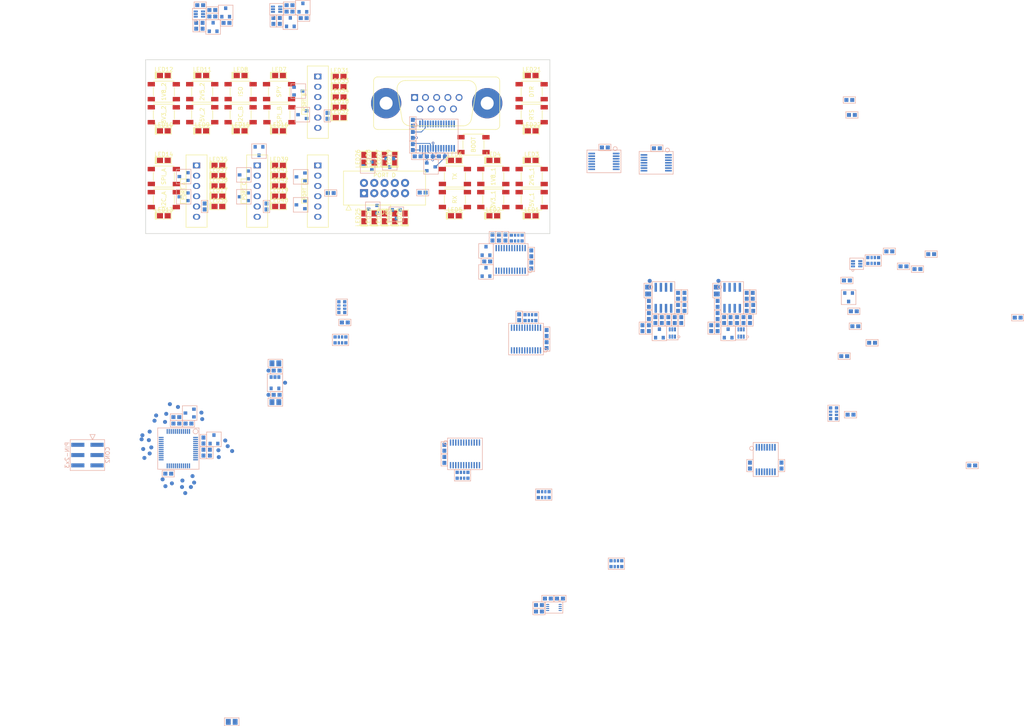
<source format=kicad_pcb>
(kicad_pcb (version 4) (host pcbnew 4.0.6)
  (layers (0 F.Cu signal) (31 B.Cu signal) (34 B.Paste user hide) (35 F.Paste user hide) (36 B.SilkS user hide) (37 F.SilkS user hide) (38 B.Mask user hide) (39 F.Mask user hide) (44 Edge.Cuts user))
  (net 0 "")
  (net 1 GND)
  (net 2 +3V3)
  (net 3 "Net-(R17-Pad1)")
  (net 4 /SUPER_UART_front_uC/BOOT0)
  (net 5 /SUPER_UART_front_uC/RST)
  (net 6 VDD1)
  (net 7 +5V)
  (net 8 VDD2)
  (net 9 "Net-(C43-Pad2)")
  (net 10 /SUPER_UART_front_UART1/DSR_D_VDD1)
  (net 11 /SUPER_UART_front_UART1/RTS_D_VDD1)
  (net 12 /SUPER_UART_front_UART1/CTS_D_VDD1)
  (net 13 /SUPER_UART_front_UART1/RI_D_VDD1)
  (net 14 /SUPER_UART_front_UART1/DCD_D_VDD1)
  (net 15 /SUPER_UART_front_UART1/RXD_D_VDD1)
  (net 16 /SUPER_UART_front_UART1/TXD_D_VDD1)
  (net 17 /SUPER_UART_front_UART1/DTR_D_VDD1)
  (net 18 /SUPER_UART_front_UART1/DTR_B_VDD1)
  (net 19 /SUPER_UART_front_UART1/RXD_B_VDD1)
  (net 20 /SUPER_UART_front_UART1/TXD_B_VDD1)
  (net 21 /SUPER_UART_front_UART1/CTS_B_VDD1)
  (net 22 /SUPER_UART_front_UART234/DTR_A_VDD2)
  (net 23 /SUPER_UART_front_UART234/RXD_A_VDD2)
  (net 24 /SUPER_UART_front_UART234/TXD_A_VDD2)
  (net 25 /SUPER_UART_front_UART234/CTS_A_VDD2)
  (net 26 /SUPER_UART_front_UART234/DTR_C_VDD2)
  (net 27 /SUPER_UART_front_UART234/RXD_C_VDD2)
  (net 28 /SUPER_UART_front_UART234/TXD_C_VDD2)
  (net 29 /SUPER_UART_front_UART234/CTS_C_VDD2)
  (net 30 /SUPER_UART_front_RS232/DCD_232)
  (net 31 /SUPER_UART_front_RS232/RXD_232)
  (net 32 /SUPER_UART_front_RS232/TXD_232)
  (net 33 /SUPER_UART_front_RS232/DTR_232)
  (net 34 /SUPER_UART_front_RS232/DSR_232)
  (net 35 /SUPER_UART_front_RS232/RTS_232)
  (net 36 /SUPER_UART_front_RS232/CTS_232)
  (net 37 /SUPER_UART_front_RS232/RI_232)
  (net 38 "Net-(D1-Pad3)")
  (net 39 /SUPER_UART_front_uC/LED1)
  (net 40 /SUPER_UART_front_uC/COL1)
  (net 41 /SUPER_UART_front_uC/COL2)
  (net 42 /SUPER_UART_front_uC/COL3)
  (net 43 /SUPER_UART_front_uC/COL4)
  (net 44 /SUPER_UART_front_uC/LED2)
  (net 45 /SUPER_UART_front_uC/LED3)
  (net 46 /SUPER_UART_front_uC/LED4)
  (net 47 "Net-(LED23-Pad1)")
  (net 48 "Net-(LED24-Pad1)")
  (net 49 "Net-(LED25-Pad1)")
  (net 50 "Net-(LED26-Pad1)")
  (net 51 "Net-(LED27-Pad2)")
  (net 52 "Net-(LED28-Pad2)")
  (net 53 "Net-(LED29-Pad1)")
  (net 54 "Net-(LED30-Pad1)")
  (net 55 "Net-(LED37-Pad2)")
  (net 56 /SUPER_UART_front_RS232/DTR_FORCE)
  (net 57 "Net-(LED38-Pad2)")
  (net 58 /SUPER_UART_front_RS232/RTS_FORCE)
  (net 59 /SUPER_UART_front_UART1/I2C_PU_EN_B_VCCA)
  (net 60 "Net-(Q7-Pad3)")
  (net 61 /SUPER_UART_front_UART1/VDD1_SEL1)
  (net 62 "Net-(Q9-Pad3)")
  (net 63 /SUPER_UART_front_UART234/I2C_PU_EN_A_VCCB)
  (net 64 /SUPER_UART_front_UART234/VDD2_SEL1)
  (net 65 /SUPER_UART_front_UART1/RXD_D_LED)
  (net 66 /SUPER_UART_front_UART1/TXD_D_LED)
  (net 67 "Net-(R12-Pad2)")
  (net 68 "Net-(R30-Pad1)")
  (net 69 /SUPER_UART_front_UART234/~VDD2_EN)
  (net 70 "Net-(R33-Pad1)")
  (net 71 /SUPER_UART_front_uC/LED4uC)
  (net 72 /SUPER_UART_front_uC/LED3uC)
  (net 73 /SUPER_UART_front_uC/LED2uC)
  (net 74 /SUPER_UART_front_uC/LED1uC)
  (net 75 /SUPER_UART_front_uC/SW1)
  (net 76 /SUPER_UART_front_uC/SW2)
  (net 77 /SUPER_UART_front_uC/SW3)
  (net 78 /SUPER_UART_front_uC/SW4)
  (net 79 "Net-(RN5-Pad5)")
  (net 80 "Net-(RN5-Pad6)")
  (net 81 "Net-(RN5-Pad7)")
  (net 82 "Net-(RN5-Pad8)")
  (net 83 /SUPER_UART_front_UART1/TXD_B_LED)
  (net 84 /SUPER_UART_front_UART1/RXD_B_LED)
  (net 85 "Net-(RN7-Pad5)")
  (net 86 "Net-(RN7-Pad6)")
  (net 87 "Net-(RN7-Pad7)")
  (net 88 "Net-(RN7-Pad8)")
  (net 89 /SUPER_UART_front_UART234/RXD_A_LED)
  (net 90 /SUPER_UART_front_UART234/TXD_A_LED)
  (net 91 /SUPER_UART_front_UART234/TXD_C_LED)
  (net 92 /SUPER_UART_front_UART234/RXD_C_LED)
  (net 93 /SUPER_UART_front_uC/SWDIO)
  (net 94 /SUPER_UART_front_uC/SWDCLK)
  (net 95 /SUPER_UART_front_RS232/DTR_D1)
  (net 96 /SUPER_UART_front_RS232/RTS_D1)
  (net 97 /SUPER_UART_front_RS232/DSR_D1)
  (net 98 /SUPER_UART_front_RS232/DSR_D2)
  (net 99 /SUPER_UART_front_RS232/DCD_D1)
  (net 100 /SUPER_UART_front_RS232/DCD_D2)
  (net 101 /SUPER_UART_front_RS232/RI_D2)
  (net 102 /SUPER_UART_front_RS232/CTS_D2)
  (net 103 /SUPER_UART_front_RS232/RXD_D2)
  (net 104 /SUPER_UART_front_RS232/RXD_D1)
  (net 105 /SUPER_UART_front_RS232/RXD_D3)
  (net 106 /SUPER_UART_front_RS232/RI_D1)
  (net 107 "/DTR_B ")
  (net 108 "/CTS_B ")
  (net 109 "/CTS_A ")
  (net 110 "/DTR_A ")
  (net 111 "/DTR_C ")
  (net 112 "/CTS_C ")
  (net 113 "/TXD_D ")
  (net 114 "/RXD_D ")
  (net 115 "/RTS_D ")
  (net 116 "/DTR_D ")
  (net 117 "/DCD_D ")
  (net 118 "/DSR_D ")
  (net 119 "/CTS_D ")
  (net 120 "/RI_D ")
  (net 121 "/RXD_B ")
  (net 122 "/TXD_B ")
  (net 123 "/EEDATA ")
  (net 124 "/EECLK ")
  (net 125 "/EECS ")
  (net 126 "/RXD_A ")
  (net 127 "/TXD_A ")
  (net 128 "/RXD_C ")
  (net 129 "/TXD_C ")
  (net 130 "Net-(C12-Pad1)")
  (net 131 "Net-(C12-Pad2)")
  (net 132 "Net-(C14-Pad1)")
  (net 133 "Net-(C14-Pad2)")
  (net 134 "Net-(C15-Pad1)")
  (net 135 "Net-(C16-Pad1)")
  (net 136 "Net-(C27-Pad2)")
  (net 137 "Net-(C31-Pad1)")
  (net 138 "Net-(C32-Pad1)")
  (net 139 "Net-(C47-Pad1)")
  (net 140 "Net-(C48-Pad1)")
  (net 141 /SR_CLK)
  (net 142 /SR_DATA)
  (net 143 /~USB_SUSPEND)
  (net 144 /SR_LOAD)
  (net 145 /CLPD_OE)
  (net 146 /FTDI_RESET)
  (net 147 /CPLD_BOOT_EN)
  (net 148 /SUPER_UART_front_uC/LED5)
  (net 149 "Net-(LED21-Pad2)")
  (net 150 "Net-(LED22-Pad2)")
  (net 151 "Net-(LED31-Pad1)")
  (net 152 "Net-(LED32-Pad1)")
  (net 153 "Net-(LED33-Pad2)")
  (net 154 "Net-(LED34-Pad2)")
  (net 155 "Net-(LED35-Pad1)")
  (net 156 "Net-(LED36-Pad1)")
  (net 157 "Net-(LED39-Pad1)")
  (net 158 "Net-(LED40-Pad1)")
  (net 159 "Net-(LED41-Pad2)")
  (net 160 "Net-(LED42-Pad2)")
  (net 161 "Net-(Q4-Pad3)")
  (net 162 /SUPER_UART_front_UART1/VDD1_SEL2)
  (net 163 /SUPER_UART_front_UART1/VDD1_SEL3)
  (net 164 /SUPER_UART_front_UART234/VDD2_SEL2)
  (net 165 /SUPER_UART_front_UART234/VDD2_SEL3)
  (net 166 /SUPER_UART_front_uC/LED5uC)
  (net 167 /SUPER_UART_front_UART1/~VDD1_ERR)
  (net 168 "Net-(R31-Pad1)")
  (net 169 /SUPER_UART_front_UART234/~VDD2_ERR)
  (net 170 "Net-(RN4-Pad5)")
  (net 171 "Net-(RN4-Pad6)")
  (net 172 "Net-(RN4-Pad7)")
  (net 173 "Net-(RN4-Pad8)")
  (net 174 /SUPER_UART_front_UART234/I2C_PU_EN_A)
  (net 175 /SUPER_UART_front_UART234/SPI_EN_A)
  (net 176 /SUPER_UART_front_UART1/I2C_PU_EN_B)
  (net 177 /SUPER_UART_front_UART1/SPI_EN_B)
  (net 178 "Net-(U6-Pad2)")
  (net 179 /~PWREN)
  (net 180 "Net-(Q2-Pad3)")
  (net 181 "Net-(Q5-Pad4)")
  (net 182 "Net-(Q10-Pad4)")
  (net 183 "Net-(R9-Pad1)")
  (net 184 "Net-(R11-Pad2)")
  (net 185 "Net-(R39-Pad1)")
  (net 186 /~RXD_A_OC)
  (net 187 /~CTS_A_OC)
  (net 188 /~CTS_B_OC)
  (net 189 /~RXD_B_OC)
  (net 190 /SUPER_UART_front_RS232/~VDD1_EN)
  (net 191 "Net-(Q12-Pad3)")
  (net 192 "Net-(Q5-Pad6)")
  (net 193 "Net-(Q10-Pad6)")
  (module pnSwitches:TACTB-64K-F (layer F.Cu) (at 115.5 53.1 270)
    (fp_text reference SW1)
    (fp_text value 5V_1 (at 0 0 270) (layer F.SilkS))
    (pad 1 smd rect (at -1.85 -3.1 90) (size 1.1 1.8) (layers F.Cu F.Paste F.Mask) (net 75 /SUPER_UART_front_uC/SW1))
    (pad 2 smd rect (at 1.834132 3.085338 270) (size 1.1 1.8) (layers F.Cu F.Paste F.Mask) (net 40 /SUPER_UART_front_uC/COL1))
    (pad 2 smd rect (at 1.85 -3.1 90) (size 1.1 1.8) (layers F.Cu F.Paste F.Mask) (net 40 /SUPER_UART_front_uC/COL1))
    (pad 1 smd rect (at -1.85 3.1 270) (size 1.1 1.8) (layers F.Cu F.Paste F.Mask) (net 75 /SUPER_UART_front_uC/SW1))
  )
  (module pnSwitches:TACTB-64K-F (layer F.Cu) (at 106 53.1 270)
    (fp_text reference SW2)
    (fp_text value 3V3_1 (at 0 0 270) (layer F.SilkS))
    (pad 1 smd rect (at -1.85 -3.1 90) (size 1.1 1.8) (layers F.Cu F.Paste F.Mask) (net 75 /SUPER_UART_front_uC/SW1))
    (pad 2 smd rect (at 1.834132 3.085338 270) (size 1.1 1.8) (layers F.Cu F.Paste F.Mask) (net 41 /SUPER_UART_front_uC/COL2))
    (pad 2 smd rect (at 1.85 -3.1 90) (size 1.1 1.8) (layers F.Cu F.Paste F.Mask) (net 41 /SUPER_UART_front_uC/COL2))
    (pad 1 smd rect (at -1.85 3.1 270) (size 1.1 1.8) (layers F.Cu F.Paste F.Mask) (net 75 /SUPER_UART_front_uC/SW1))
  )
  (module pnSwitches:TACTB-64K-F (layer F.Cu) (at 115.5 47.4 270)
    (fp_text reference SW3)
    (fp_text value 2V5_1 (at 0 0 270) (layer F.SilkS))
    (pad 1 smd rect (at -1.85 -3.1 90) (size 1.1 1.8) (layers F.Cu F.Paste F.Mask) (net 75 /SUPER_UART_front_uC/SW1))
    (pad 2 smd rect (at 1.834132 3.085338 270) (size 1.1 1.8) (layers F.Cu F.Paste F.Mask) (net 42 /SUPER_UART_front_uC/COL3))
    (pad 2 smd rect (at 1.85 -3.1 90) (size 1.1 1.8) (layers F.Cu F.Paste F.Mask) (net 42 /SUPER_UART_front_uC/COL3))
    (pad 1 smd rect (at -1.85 3.1 270) (size 1.1 1.8) (layers F.Cu F.Paste F.Mask) (net 75 /SUPER_UART_front_uC/SW1))
  )
  (module pnSwitches:TACTB-64K-F (layer F.Cu) (at 106 47.4 270)
    (fp_text reference SW4)
    (fp_text value 1V8_1 (at 0 0 270) (layer F.SilkS))
    (pad 1 smd rect (at -1.85 -3.1 90) (size 1.1 1.8) (layers F.Cu F.Paste F.Mask) (net 75 /SUPER_UART_front_uC/SW1))
    (pad 2 smd rect (at 1.834132 3.085338 270) (size 1.1 1.8) (layers F.Cu F.Paste F.Mask) (net 43 /SUPER_UART_front_uC/COL4))
    (pad 2 smd rect (at 1.85 -3.1 90) (size 1.1 1.8) (layers F.Cu F.Paste F.Mask) (net 43 /SUPER_UART_front_uC/COL4))
    (pad 1 smd rect (at -1.85 3.1 270) (size 1.1 1.8) (layers F.Cu F.Paste F.Mask) (net 75 /SUPER_UART_front_uC/SW1))
  )
  (module pnSwitches:TACTB-64K-F (layer F.Cu) (at 96.5 53.1 270)
    (fp_text reference SW5)
    (fp_text value RX (at 0 0 270) (layer F.SilkS))
    (pad 1 smd rect (at -1.85 -3.1 90) (size 1.1 1.8) (layers F.Cu F.Paste F.Mask) (net 76 /SUPER_UART_front_uC/SW2))
    (pad 2 smd rect (at 1.834132 3.085338 270) (size 1.1 1.8) (layers F.Cu F.Paste F.Mask) (net 40 /SUPER_UART_front_uC/COL1))
    (pad 2 smd rect (at 1.85 -3.1 90) (size 1.1 1.8) (layers F.Cu F.Paste F.Mask) (net 40 /SUPER_UART_front_uC/COL1))
    (pad 1 smd rect (at -1.85 3.1 270) (size 1.1 1.8) (layers F.Cu F.Paste F.Mask) (net 76 /SUPER_UART_front_uC/SW2))
  )
  (module pnSwitches:TACTB-64K-F (layer F.Cu) (at 96.5 47.4 270)
    (fp_text reference SW6)
    (fp_text value TX (at 0 0 270) (layer F.SilkS))
    (pad 1 smd rect (at -1.85 -3.1 90) (size 1.1 1.8) (layers F.Cu F.Paste F.Mask) (net 76 /SUPER_UART_front_uC/SW2))
    (pad 2 smd rect (at 1.834132 3.085338 270) (size 1.1 1.8) (layers F.Cu F.Paste F.Mask) (net 41 /SUPER_UART_front_uC/COL2))
    (pad 2 smd rect (at 1.85 -3.1 90) (size 1.1 1.8) (layers F.Cu F.Paste F.Mask) (net 41 /SUPER_UART_front_uC/COL2))
    (pad 1 smd rect (at -1.85 3.1 270) (size 1.1 1.8) (layers F.Cu F.Paste F.Mask) (net 76 /SUPER_UART_front_uC/SW2))
  )
  (module pnSwitches:TACTB-64K-F (layer F.Cu) (at 53 26.4 270)
    (fp_text reference SW7)
    (fp_text value SPY (at 0 0 270) (layer F.SilkS))
    (pad 1 smd rect (at -1.85 -3.1 90) (size 1.1 1.8) (layers F.Cu F.Paste F.Mask) (net 76 /SUPER_UART_front_uC/SW2))
    (pad 2 smd rect (at 1.834132 3.085338 270) (size 1.1 1.8) (layers F.Cu F.Paste F.Mask) (net 42 /SUPER_UART_front_uC/COL3))
    (pad 2 smd rect (at 1.85 -3.1 90) (size 1.1 1.8) (layers F.Cu F.Paste F.Mask) (net 42 /SUPER_UART_front_uC/COL3))
    (pad 1 smd rect (at -1.85 3.1 270) (size 1.1 1.8) (layers F.Cu F.Paste F.Mask) (net 76 /SUPER_UART_front_uC/SW2))
  )
  (module pnSwitches:TACTB-64K-F (layer F.Cu) (at 43.5 26.4 270)
    (fp_text reference SW8)
    (fp_text value ISO (at 0 0 270) (layer F.SilkS))
    (pad 1 smd rect (at -1.85 -3.1 90) (size 1.1 1.8) (layers F.Cu F.Paste F.Mask) (net 76 /SUPER_UART_front_uC/SW2))
    (pad 2 smd rect (at 1.834132 3.085338 270) (size 1.1 1.8) (layers F.Cu F.Paste F.Mask) (net 43 /SUPER_UART_front_uC/COL4))
    (pad 2 smd rect (at 1.85 -3.1 90) (size 1.1 1.8) (layers F.Cu F.Paste F.Mask) (net 43 /SUPER_UART_front_uC/COL4))
    (pad 1 smd rect (at -1.85 3.1 270) (size 1.1 1.8) (layers F.Cu F.Paste F.Mask) (net 76 /SUPER_UART_front_uC/SW2))
  )
  (module pnSwitches:TACTB-64K-F (layer F.Cu) (at 34 32.1 270)
    (fp_text reference SW9)
    (fp_text value 5V_2 (at 0 0 270) (layer F.SilkS))
    (pad 1 smd rect (at -1.85 -3.1 90) (size 1.1 1.8) (layers F.Cu F.Paste F.Mask) (net 77 /SUPER_UART_front_uC/SW3))
    (pad 2 smd rect (at 1.834132 3.085338 270) (size 1.1 1.8) (layers F.Cu F.Paste F.Mask) (net 40 /SUPER_UART_front_uC/COL1))
    (pad 2 smd rect (at 1.85 -3.1 90) (size 1.1 1.8) (layers F.Cu F.Paste F.Mask) (net 40 /SUPER_UART_front_uC/COL1))
    (pad 1 smd rect (at -1.85 3.1 270) (size 1.1 1.8) (layers F.Cu F.Paste F.Mask) (net 77 /SUPER_UART_front_uC/SW3))
  )
  (module pnSwitches:TACTB-64K-F (layer F.Cu) (at 24.5 32.1 90)
    (fp_text reference SW10)
    (fp_text value 3V3_2 (at 0 0 90) (layer F.SilkS))
    (pad 1 smd rect (at -1.85 -3.1 270) (size 1.1 1.8) (layers F.Cu F.Paste F.Mask) (net 77 /SUPER_UART_front_uC/SW3))
    (pad 2 smd rect (at 1.834132 3.085338 90) (size 1.1 1.8) (layers F.Cu F.Paste F.Mask) (net 41 /SUPER_UART_front_uC/COL2))
    (pad 2 smd rect (at 1.85 -3.1 270) (size 1.1 1.8) (layers F.Cu F.Paste F.Mask) (net 41 /SUPER_UART_front_uC/COL2))
    (pad 1 smd rect (at -1.85 3.1 90) (size 1.1 1.8) (layers F.Cu F.Paste F.Mask) (net 77 /SUPER_UART_front_uC/SW3))
  )
  (module pnSwitches:TACTB-64K-F (layer F.Cu) (at 34 26.4 270)
    (fp_text reference SW11)
    (fp_text value 2V5_2 (at 0 0 270) (layer F.SilkS))
    (pad 1 smd rect (at -1.85 -3.1 90) (size 1.1 1.8) (layers F.Cu F.Paste F.Mask) (net 77 /SUPER_UART_front_uC/SW3))
    (pad 2 smd rect (at 1.834132 3.085338 270) (size 1.1 1.8) (layers F.Cu F.Paste F.Mask) (net 42 /SUPER_UART_front_uC/COL3))
    (pad 2 smd rect (at 1.85 -3.1 90) (size 1.1 1.8) (layers F.Cu F.Paste F.Mask) (net 42 /SUPER_UART_front_uC/COL3))
    (pad 1 smd rect (at -1.85 3.1 270) (size 1.1 1.8) (layers F.Cu F.Paste F.Mask) (net 77 /SUPER_UART_front_uC/SW3))
  )
  (module pnSwitches:TACTB-64K-F (layer F.Cu) (at 24.5 26.4 90)
    (fp_text reference SW12)
    (fp_text value 1V8_2 (at 0 0 90) (layer F.SilkS))
    (pad 1 smd rect (at -1.85 -3.1 270) (size 1.1 1.8) (layers F.Cu F.Paste F.Mask) (net 77 /SUPER_UART_front_uC/SW3))
    (pad 2 smd rect (at 1.834132 3.085338 90) (size 1.1 1.8) (layers F.Cu F.Paste F.Mask) (net 43 /SUPER_UART_front_uC/COL4))
    (pad 2 smd rect (at 1.85 -3.1 270) (size 1.1 1.8) (layers F.Cu F.Paste F.Mask) (net 43 /SUPER_UART_front_uC/COL4))
    (pad 1 smd rect (at -1.85 3.1 90) (size 1.1 1.8) (layers F.Cu F.Paste F.Mask) (net 77 /SUPER_UART_front_uC/SW3))
  )
  (module SOT23-3_N (layer B.Cu) (at 76.2086 55.499 270)
    (fp_text reference D2)
    (fp_text value PESD5V2S2UT)
    (pad 1 smd rect (at -0.95 -1.05 270) (size 0.8 0.9) (layers B.Cu B.Paste B.Mask) (net 10 /SUPER_UART_front_UART1/DSR_D_VDD1))
    (pad 2 smd rect (at 0.95 -1.05 270) (size 0.8 0.9) (layers B.Cu B.Paste B.Mask) (net 11 /SUPER_UART_front_UART1/RTS_D_VDD1))
    (pad 3 smd rect (at 0 1.05 90) (size 0.8 0.9) (layers B.Cu B.Paste B.Mask) (net 1 GND))
  )
  (module SOT23-3_N (layer B.Cu) (at 82.0141 56.7141)
    (fp_text reference D3)
    (fp_text value PESD5V2S2UT)
    (pad 1 smd rect (at -0.95 -1.05) (size 0.8 0.9) (layers B.Cu B.Paste B.Mask) (net 12 /SUPER_UART_front_UART1/CTS_D_VDD1))
    (pad 2 smd rect (at 0.95 -1.05) (size 0.8 0.9) (layers B.Cu B.Paste B.Mask) (net 13 /SUPER_UART_front_UART1/RI_D_VDD1))
    (pad 3 smd rect (at 0 1.05 180) (size 0.8 0.9) (layers B.Cu B.Paste B.Mask) (net 1 GND))
  )
  (module SOT23-3_N (layer B.Cu) (at 80.4012 43.9887)
    (fp_text reference D4)
    (fp_text value PESD5V2S2UT)
    (pad 1 smd rect (at -0.95 -1.05) (size 0.8 0.9) (layers B.Cu B.Paste B.Mask) (net 17 /SUPER_UART_front_UART1/DTR_D_VDD1))
    (pad 2 smd rect (at 0.95 -1.05) (size 0.8 0.9) (layers B.Cu B.Paste B.Mask) (net 16 /SUPER_UART_front_UART1/TXD_D_VDD1))
    (pad 3 smd rect (at 0 1.05 180) (size 0.8 0.9) (layers B.Cu B.Paste B.Mask) (net 1 GND))
  )
  (module SOT23-3_N (layer B.Cu) (at 74.9132 44.7675 270)
    (fp_text reference D5)
    (fp_text value PESD5V2S2UT)
    (pad 1 smd rect (at -0.95 -1.05 270) (size 0.8 0.9) (layers B.Cu B.Paste B.Mask) (net 15 /SUPER_UART_front_UART1/RXD_D_VDD1))
    (pad 2 smd rect (at 0.95 -1.05 270) (size 0.8 0.9) (layers B.Cu B.Paste B.Mask) (net 14 /SUPER_UART_front_UART1/DCD_D_VDD1))
    (pad 3 smd rect (at 0 1.05 90) (size 0.8 0.9) (layers B.Cu B.Paste B.Mask) (net 1 GND))
  )
  (module SOT23-3_N (layer B.Cu) (at 58.3651 47.4726 270)
    (fp_text reference D6)
    (fp_text value PESD5V2S2UT)
    (pad 1 smd rect (at -0.95 -1.05 270) (size 0.8 0.9) (layers B.Cu B.Paste B.Mask) (net 17 /SUPER_UART_front_UART1/DTR_D_VDD1))
    (pad 2 smd rect (at 0.95 -1.05 270) (size 0.8 0.9) (layers B.Cu B.Paste B.Mask) (net 16 /SUPER_UART_front_UART1/TXD_D_VDD1))
    (pad 3 smd rect (at 0 1.05 90) (size 0.8 0.9) (layers B.Cu B.Paste B.Mask) (net 1 GND))
  )
  (module SOT23-3_N (layer B.Cu) (at 58.3524 54.3941 270)
    (fp_text reference D7)
    (fp_text value PESD5V2S2UT)
    (pad 1 smd rect (at -0.95 -1.05 270) (size 0.8 0.9) (layers B.Cu B.Paste B.Mask) (net 15 /SUPER_UART_front_UART1/RXD_D_VDD1))
    (pad 2 smd rect (at 0.95 -1.05 270) (size 0.8 0.9) (layers B.Cu B.Paste B.Mask) (net 12 /SUPER_UART_front_UART1/CTS_D_VDD1))
    (pad 3 smd rect (at 0 1.05 90) (size 0.8 0.9) (layers B.Cu B.Paste B.Mask) (net 1 GND))
  )
  (module SOT23-3_N (layer B.Cu) (at 58.7588 32.0929 270)
    (fp_text reference D8)
    (fp_text value PESD5V2S2UT)
    (pad 1 smd rect (at -0.95 -1.05 270) (size 0.8 0.9) (layers B.Cu B.Paste B.Mask) (net 18 /SUPER_UART_front_UART1/DTR_B_VDD1))
    (pad 2 smd rect (at 0.95 -1.05 270) (size 0.8 0.9) (layers B.Cu B.Paste B.Mask) (net 20 /SUPER_UART_front_UART1/TXD_B_VDD1))
    (pad 3 smd rect (at 0 1.05 90) (size 0.8 0.9) (layers B.Cu B.Paste B.Mask) (net 1 GND))
  )
  (module pnSwitches:TACTB-64K-F (layer F.Cu) (at 24.5 53.1 90)
    (fp_text reference SW13)
    (fp_text value I2C_A (at 0 0 90) (layer F.SilkS))
    (pad 1 smd rect (at -1.85 -3.1 270) (size 1.1 1.8) (layers F.Cu F.Paste F.Mask) (net 78 /SUPER_UART_front_uC/SW4))
    (pad 2 smd rect (at 1.834132 3.085338 90) (size 1.1 1.8) (layers F.Cu F.Paste F.Mask) (net 40 /SUPER_UART_front_uC/COL1))
    (pad 2 smd rect (at 1.85 -3.1 270) (size 1.1 1.8) (layers F.Cu F.Paste F.Mask) (net 40 /SUPER_UART_front_uC/COL1))
    (pad 1 smd rect (at -1.85 3.1 90) (size 1.1 1.8) (layers F.Cu F.Paste F.Mask) (net 78 /SUPER_UART_front_uC/SW4))
  )
  (module pnSwitches:TACTB-64K-F (layer F.Cu) (at 24.5 47.4 270)
    (fp_text reference SW14)
    (fp_text value SPI_A (at 0 0 270) (layer F.SilkS))
    (pad 1 smd rect (at -1.85 -3.1 90) (size 1.1 1.8) (layers F.Cu F.Paste F.Mask) (net 78 /SUPER_UART_front_uC/SW4))
    (pad 2 smd rect (at 1.834132 3.085338 270) (size 1.1 1.8) (layers F.Cu F.Paste F.Mask) (net 41 /SUPER_UART_front_uC/COL2))
    (pad 2 smd rect (at 1.85 -3.1 90) (size 1.1 1.8) (layers F.Cu F.Paste F.Mask) (net 41 /SUPER_UART_front_uC/COL2))
    (pad 1 smd rect (at -1.85 3.1 270) (size 1.1 1.8) (layers F.Cu F.Paste F.Mask) (net 78 /SUPER_UART_front_uC/SW4))
  )
  (module pnSwitches:TACTB-64K-F (layer F.Cu) (at 43.5 32.1 90)
    (fp_text reference SW15)
    (fp_text value I2C_B (at 0 0 90) (layer F.SilkS))
    (pad 1 smd rect (at -1.85 -3.1 270) (size 1.1 1.8) (layers F.Cu F.Paste F.Mask) (net 78 /SUPER_UART_front_uC/SW4))
    (pad 2 smd rect (at 1.834132 3.085338 90) (size 1.1 1.8) (layers F.Cu F.Paste F.Mask) (net 42 /SUPER_UART_front_uC/COL3))
    (pad 2 smd rect (at 1.85 -3.1 270) (size 1.1 1.8) (layers F.Cu F.Paste F.Mask) (net 42 /SUPER_UART_front_uC/COL3))
    (pad 1 smd rect (at -1.85 3.1 90) (size 1.1 1.8) (layers F.Cu F.Paste F.Mask) (net 78 /SUPER_UART_front_uC/SW4))
  )
  (module pnSwitches:TACTB-64K-F (layer F.Cu) (at 53.1 32.1 90)
    (fp_text reference SW16)
    (fp_text value SPI_B (at 0 0 90) (layer F.SilkS))
    (pad 1 smd rect (at -1.85 -3.1 270) (size 1.1 1.8) (layers F.Cu F.Paste F.Mask) (net 78 /SUPER_UART_front_uC/SW4))
    (pad 2 smd rect (at 1.834132 3.085338 90) (size 1.1 1.8) (layers F.Cu F.Paste F.Mask) (net 43 /SUPER_UART_front_uC/COL4))
    (pad 2 smd rect (at 1.85 -3.1 270) (size 1.1 1.8) (layers F.Cu F.Paste F.Mask) (net 43 /SUPER_UART_front_uC/COL4))
    (pad 1 smd rect (at -1.85 3.1 90) (size 1.1 1.8) (layers F.Cu F.Paste F.Mask) (net 78 /SUPER_UART_front_uC/SW4))
  )
  (module pnSwitches:TACTB-64K-F (layer F.Cu) (at 101.1 39.5 90)
    (fp_text reference SW17)
    (fp_text value BOOT (at 0 0 90) (layer F.SilkS))
    (pad 1 smd rect (at -1.85 -3.1 270) (size 1.1 1.8) (layers F.Cu F.Paste F.Mask) (net 38 "Net-(D1-Pad3)"))
    (pad 2 smd rect (at 1.834132 3.085338 90) (size 1.1 1.8) (layers F.Cu F.Paste F.Mask) (net 1 GND))
    (pad 2 smd rect (at 1.85 -3.1 270) (size 1.1 1.8) (layers F.Cu F.Paste F.Mask) (net 1 GND))
    (pad 1 smd rect (at -1.85 3.1 90) (size 1.1 1.8) (layers F.Cu F.Paste F.Mask) (net 38 "Net-(D1-Pad3)"))
  )
  (module SOT23-3_N (layer B.Cu) (at 36.9 112.4 180)
    (fp_text reference D1)
    (fp_text value BAS70)
    (pad 1 smd rect (at -0.95 -1.05 180) (size 0.8 0.9) (layers B.Cu B.Paste B.Mask) (net 5 /SUPER_UART_front_uC/RST))
    (pad 2 smd rect (at 0.95 -1.05 180) (size 0.8 0.9) (layers B.Cu B.Paste B.Mask))
    (pad 3 smd rect (at 0 1.05) (size 0.8 0.9) (layers B.Cu B.Paste B.Mask) (net 38 "Net-(D1-Pad3)"))
  )
  (module 0603_N (layer B.Cu) (at 30.6 108.5 180)
    (fp_text reference C2)
    (fp_text value 100n)
    (pad 1 smd rect (at -0.725 0 180) (size 1 0.95) (layers B.Cu B.Paste B.Mask) (net 2 +3V3))
    (pad 2 smd rect (at 0.725 0 180) (size 1 0.95) (layers B.Cu B.Paste B.Mask) (net 1 GND))
  )
  (module 0603_N (layer B.Cu) (at 34.3 115.7 90)
    (fp_text reference C3)
    (fp_text value 100n)
    (pad 1 smd rect (at -0.725 0 90) (size 1 0.95) (layers B.Cu B.Paste B.Mask) (net 2 +3V3))
    (pad 2 smd rect (at 0.725 0 90) (size 1 0.95) (layers B.Cu B.Paste B.Mask) (net 1 GND))
  )
  (module 0603_N (layer B.Cu) (at 34.3 112.7 270)
    (fp_text reference C4)
    (fp_text value 100n)
    (pad 1 smd rect (at -0.725 0 270) (size 1 0.95) (layers B.Cu B.Paste B.Mask) (net 2 +3V3))
    (pad 2 smd rect (at 0.725 0 270) (size 1 0.95) (layers B.Cu B.Paste B.Mask) (net 1 GND))
  )
  (module 0603_N (layer B.Cu) (at 25.6 120.9)
    (fp_text reference C5)
    (fp_text value 100n)
    (pad 1 smd rect (at -0.725 0) (size 1 0.95) (layers B.Cu B.Paste B.Mask) (net 2 +3V3))
    (pad 2 smd rect (at 0.725 0) (size 1 0.95) (layers B.Cu B.Paste B.Mask) (net 1 GND))
  )
  (module 0603_N (layer B.Cu) (at 27.6 106.9 180)
    (fp_text reference C6)
    (fp_text value 1u)
    (pad 1 smd rect (at -0.725 0 180) (size 1 0.95) (layers B.Cu B.Paste B.Mask) (net 4 /SUPER_UART_front_uC/BOOT0))
    (pad 2 smd rect (at 0.725 0 180) (size 1 0.95) (layers B.Cu B.Paste B.Mask) (net 1 GND))
  )
  (module 0603_N (layer B.Cu) (at 35.9 115.7 270)
    (fp_text reference C7)
    (fp_text value 10n)
    (pad 1 smd rect (at -0.725 0 270) (size 1 0.95) (layers B.Cu B.Paste B.Mask) (net 5 /SUPER_UART_front_uC/RST))
    (pad 2 smd rect (at 0.725 0 270) (size 1 0.95) (layers B.Cu B.Paste B.Mask) (net 1 GND))
  )
  (module 0603_N (layer B.Cu) (at 52.4 95.4)
    (fp_text reference C9)
    (fp_text value 1u)
    (pad 1 smd rect (at -0.725 0) (size 1 0.95) (layers B.Cu B.Paste B.Mask) (net 7 +5V))
    (pad 2 smd rect (at 0.725 0) (size 1 0.95) (layers B.Cu B.Paste B.Mask) (net 1 GND))
  )
  (module 0603_N (layer B.Cu) (at 52.4 101.4)
    (fp_text reference C10)
    (fp_text value 1u)
    (pad 1 smd rect (at -0.725 0) (size 1 0.95) (layers B.Cu B.Paste B.Mask) (net 2 +3V3))
    (pad 2 smd rect (at 0.725 0) (size 1 0.95) (layers B.Cu B.Paste B.Mask) (net 1 GND))
  )
  (module 0603_N (layer B.Cu) (at 86.1 40.1 90)
    (fp_text reference C12)
    (fp_text value 100n)
    (pad 1 smd rect (at -0.725 0 90) (size 1 0.95) (layers B.Cu B.Paste B.Mask) (net 130 "Net-(C12-Pad1)"))
    (pad 2 smd rect (at 0.725 0 90) (size 1 0.95) (layers B.Cu B.Paste B.Mask) (net 131 "Net-(C12-Pad2)"))
  )
  (module 0603_N (layer B.Cu) (at 90.3 42.4)
    (fp_text reference C13)
    (fp_text value 1u)
    (pad 1 smd rect (at -0.725 0) (size 1 0.95) (layers B.Cu B.Paste B.Mask) (net 2 +3V3))
    (pad 2 smd rect (at 0.725 0) (size 1 0.95) (layers B.Cu B.Paste B.Mask) (net 1 GND))
  )
  (module 0603_N (layer B.Cu) (at 86.1 34.1 90)
    (fp_text reference C14)
    (fp_text value 1u)
    (pad 1 smd rect (at -0.725 0 90) (size 1 0.95) (layers B.Cu B.Paste B.Mask) (net 132 "Net-(C14-Pad1)"))
    (pad 2 smd rect (at 0.725 0 90) (size 1 0.95) (layers B.Cu B.Paste B.Mask) (net 133 "Net-(C14-Pad2)"))
  )
  (module 0603_N (layer B.Cu) (at 86.1 37.1 270)
    (fp_text reference C15)
    (fp_text value 1u)
    (pad 1 smd rect (at -0.725 0 270) (size 1 0.95) (layers B.Cu B.Paste B.Mask) (net 134 "Net-(C15-Pad1)"))
    (pad 2 smd rect (at 0.725 0 270) (size 1 0.95) (layers B.Cu B.Paste B.Mask) (net 1 GND))
  )
  (module 0603_N (layer B.Cu) (at 87.3 42.4 180)
    (fp_text reference C16)
    (fp_text value 1u)
    (pad 1 smd rect (at -0.725 0 180) (size 1 0.95) (layers B.Cu B.Paste B.Mask) (net 135 "Net-(C16-Pad1)"))
    (pad 2 smd rect (at 0.725 0 180) (size 1 0.95) (layers B.Cu B.Paste B.Mask) (net 1 GND))
  )
  (module 0603_N (layer B.Cu) (at 133.6 40.2 180)
    (fp_text reference C17)
    (fp_text value 100n)
    (pad 1 smd rect (at -0.725 0 180) (size 1 0.95) (layers B.Cu B.Paste B.Mask) (net 2 +3V3))
    (pad 2 smd rect (at 0.725 0 180) (size 1 0.95) (layers B.Cu B.Paste B.Mask) (net 1 GND))
  )
  (module 0603_N (layer B.Cu) (at 146.475 40.4)
    (fp_text reference C18)
    (fp_text value 100n)
    (pad 1 smd rect (at -0.725 0) (size 1 0.95) (layers B.Cu B.Paste B.Mask) (net 2 +3V3))
    (pad 2 smd rect (at 0.725 0) (size 1 0.95) (layers B.Cu B.Paste B.Mask) (net 1 GND))
  )
  (module 0603_N (layer B.Cu) (at 88.5328 51.3715)
    (fp_text reference C19)
    (fp_text value 100n)
    (pad 1 smd rect (at -0.725 0) (size 1 0.95) (layers B.Cu B.Paste B.Mask) (net 6 VDD1))
    (pad 2 smd rect (at 0.725 0) (size 1 0.95) (layers B.Cu B.Paste B.Mask) (net 1 GND))
  )
  (module 0603_R_N (layer B.Cu) (at 224.478401 118.859802)
    (fp_text reference R5)
    (fp_text value R)
    (pad 1 smd rect (at -0.725 0) (size 1 0.95) (layers B.Cu B.Paste B.Mask) (net 150 "Net-(LED22-Pad2)"))
    (pad 2 smd rect (at 0.725 0) (size 1 0.95) (layers B.Cu B.Paste B.Mask) (net 2 +3V3))
  )
  (module pnConnector:TP_1mm (layer B.Cu) (at 19.4 114.8)
    (fp_text reference TP1 hide)
    (fp_text value Testpoint hide)
    (pad 1 smd circle (at 0 0) (size 1 1) (layers B.Cu B.Mask) (net 105 /SUPER_UART_front_RS232/RXD_D3))
  )
  (module pnConnector:TP_1mm (layer B.Cu) (at 21.4 114.4)
    (fp_text reference TP2 hide)
    (fp_text value Testpoint hide)
    (pad 1 smd circle (at 0 0) (size 1 1) (layers B.Cu B.Mask) (net 113 "/TXD_D "))
  )
  (module 0603_N (layer B.Cu) (at 119.2 86.1 270)
    (fp_text reference C21)
    (fp_text value 100n)
    (pad 1 smd rect (at -0.725 0 270) (size 1 0.95) (layers B.Cu B.Paste B.Mask) (net 6 VDD1))
    (pad 2 smd rect (at 0.725 0 270) (size 1 0.95) (layers B.Cu B.Paste B.Mask) (net 1 GND))
  )
  (module 0603_N (layer B.Cu) (at 65.7871 51.4731)
    (fp_text reference C22)
    (fp_text value 100n)
    (pad 1 smd rect (at -0.725 0) (size 1 0.95) (layers B.Cu B.Paste B.Mask) (net 6 VDD1))
    (pad 2 smd rect (at 0.725 0) (size 1 0.95) (layers B.Cu B.Paste B.Mask) (net 1 GND))
  )
  (module 0603_N (layer B.Cu) (at 115.4 69.4 90)
    (fp_text reference C24)
    (fp_text value 100n)
    (pad 1 smd rect (at -0.725 0 90) (size 1 0.95) (layers B.Cu B.Paste B.Mask) (net 2 +3V3))
    (pad 2 smd rect (at 0.725 0 90) (size 1 0.95) (layers B.Cu B.Paste B.Mask) (net 1 GND))
  )
  (module 0603_N (layer B.Cu) (at 115.4 66.4 270)
    (fp_text reference C25)
    (fp_text value 100n)
    (pad 1 smd rect (at -0.725 0 270) (size 1 0.95) (layers B.Cu B.Paste B.Mask) (net 6 VDD1))
    (pad 2 smd rect (at 0.725 0 270) (size 1 0.95) (layers B.Cu B.Paste B.Mask) (net 1 GND))
  )
  (module 0603_R_N (layer B.Cu) (at 203.978401 65.908428)
    (fp_text reference R7)
    (fp_text value R)
    (pad 1 smd rect (at -0.725 0) (size 1 0.95) (layers B.Cu B.Paste B.Mask) (net 65 /SUPER_UART_front_UART1/RXD_D_LED))
    (pad 2 smd rect (at 0.725 0) (size 1 0.95) (layers B.Cu B.Paste B.Mask) (net 52 "Net-(LED28-Pad2)"))
  )
  (module 0603_R_N (layer B.Cu) (at 207.478401 69.608428)
    (fp_text reference R8)
    (fp_text value R)
    (pad 1 smd rect (at -0.725 0) (size 1 0.95) (layers B.Cu B.Paste B.Mask) (net 66 /SUPER_UART_front_UART1/TXD_D_LED))
    (pad 2 smd rect (at 0.725 0) (size 1 0.95) (layers B.Cu B.Paste B.Mask) (net 51 "Net-(LED27-Pad2)"))
  )
  (module 0603_R_N (layer B.Cu) (at 112.4 82.2 90)
    (fp_text reference R9)
    (fp_text value R)
    (pad 1 smd rect (at -0.725 0 90) (size 1 0.95) (layers B.Cu B.Paste B.Mask) (net 183 "Net-(R9-Pad1)"))
    (pad 2 smd rect (at 0.725 0 90) (size 1 0.95) (layers B.Cu B.Paste B.Mask) (net 18 /SUPER_UART_front_UART1/DTR_B_VDD1))
  )
  (module 0603_R_N (layer B.Cu) (at 105.8 62.5 270)
    (fp_text reference R10)
    (fp_text value R)
    (pad 1 smd rect (at -0.725 0 270) (size 1 0.95) (layers B.Cu B.Paste B.Mask) (net 19 /SUPER_UART_front_UART1/RXD_B_VDD1))
    (pad 2 smd rect (at 0.725 0 270) (size 1 0.95) (layers B.Cu B.Paste B.Mask) (net 180 "Net-(Q2-Pad3)"))
  )
  (module 0603_N (layer B.Cu) (at 144.5 78.9 90)
    (fp_text reference C26)
    (fp_text value 100n)
    (pad 1 smd rect (at -0.725 0 90) (size 1 0.95) (layers B.Cu B.Paste B.Mask) (net 7 +5V))
    (pad 2 smd rect (at 0.725 0 90) (size 1 0.95) (layers B.Cu B.Paste B.Mask) (net 1 GND))
  )
  (module 0603_N (layer B.Cu) (at 153.3 79.9 270)
    (fp_text reference C27)
    (fp_text value 10n)
    (pad 1 smd rect (at -0.725 0 270) (size 1 0.95) (layers B.Cu B.Paste B.Mask) (net 6 VDD1))
    (pad 2 smd rect (at 0.725 0 270) (size 1 0.95) (layers B.Cu B.Paste B.Mask) (net 136 "Net-(C27-Pad2)"))
  )
  (module 0603_N (layer B.Cu) (at 193.478401 73.108428)
    (fp_text reference C29)
    (fp_text value 100n)
    (pad 1 smd rect (at -0.725 0) (size 1 0.95) (layers B.Cu B.Paste B.Mask) (net 2 +3V3))
    (pad 2 smd rect (at 0.725 0) (size 1 0.95) (layers B.Cu B.Paste B.Mask) (net 1 GND))
  )
  (module 0603_N (layer B.Cu) (at 235.725 82.3)
    (fp_text reference C30)
    (fp_text value 100n)
    (pad 1 smd rect (at -0.725 0) (size 1 0.95) (layers B.Cu B.Paste B.Mask) (net 6 VDD1))
    (pad 2 smd rect (at 0.725 0) (size 1 0.95) (layers B.Cu B.Paste B.Mask) (net 1 GND))
  )
  (module 0603_N (layer B.Cu) (at 146.1 82.9 90)
    (fp_text reference C32)
    (fp_text value 100n)
    (pad 1 smd rect (at -0.725 0 90) (size 1 0.95) (layers B.Cu B.Paste B.Mask) (net 138 "Net-(C32-Pad1)"))
    (pad 2 smd rect (at 0.725 0 90) (size 1 0.95) (layers B.Cu B.Paste B.Mask) (net 1 GND))
  )
  (module 0603_N (layer B.Cu) (at 169.5 118.9 90)
    (fp_text reference C33)
    (fp_text value 100n)
    (pad 1 smd rect (at -0.725 0 90) (size 1 0.95) (layers B.Cu B.Paste B.Mask) (net 2 +3V3))
    (pad 2 smd rect (at 0.725 0 90) (size 1 0.95) (layers B.Cu B.Paste B.Mask) (net 1 GND))
  )
  (module 0603_N (layer B.Cu) (at 34.6 54.8 270)
    (fp_text reference C34)
    (fp_text value 100n)
    (pad 1 smd rect (at -0.725 0 270) (size 1 0.95) (layers B.Cu B.Paste B.Mask) (net 8 VDD2))
    (pad 2 smd rect (at 0.725 0 270) (size 1 0.95) (layers B.Cu B.Paste B.Mask) (net 1 GND))
  )
  (module mounting_hole_3.2_7.5_plated (layer F.Cu) (at 104.5 29.25)
    (fp_text reference MH1)
    (fp_text value hole)
    (pad 1 thru_hole circle (at 0 0) (size 7.5 7.5) (drill 3.2) (layers *.Cu *.Mask) (net 1 GND))
  )
  (module mounting_hole_3.2_7.5_plated (layer F.Cu) (at 79.5 29.25)
    (fp_text reference MH2)
    (fp_text value hole)
    (pad 1 thru_hole circle (at 0 0) (size 7.5 7.5) (drill 3.2) (layers *.Cu *.Mask) (net 1 GND))
  )
  (module 0603_N (layer B.Cu) (at 93.9 114.5 270)
    (fp_text reference C35)
    (fp_text value 100n)
    (pad 1 smd rect (at -0.725 0 270) (size 1 0.95) (layers B.Cu B.Paste B.Mask) (net 2 +3V3))
    (pad 2 smd rect (at 0.725 0 270) (size 1 0.95) (layers B.Cu B.Paste B.Mask) (net 1 GND))
  )
  (module 0603_N (layer B.Cu) (at 122.5 151.8 180)
    (fp_text reference C37)
    (fp_text value 100n)
    (pad 1 smd rect (at -0.725 0 180) (size 1 0.95) (layers B.Cu B.Paste B.Mask) (net 2 +3V3))
    (pad 2 smd rect (at 0.725 0 180) (size 1 0.95) (layers B.Cu B.Paste B.Mask) (net 1 GND))
  )
  (module 0603_R_N (layer B.Cu) (at 109 62.5 270)
    (fp_text reference R11)
    (fp_text value R)
    (pad 1 smd rect (at -0.725 0 270) (size 1 0.95) (layers B.Cu B.Paste B.Mask) (net 13 /SUPER_UART_front_UART1/RI_D_VDD1))
    (pad 2 smd rect (at 0.725 0 270) (size 1 0.95) (layers B.Cu B.Paste B.Mask) (net 184 "Net-(R11-Pad2)"))
  )
  (module 0603_R_N (layer B.Cu) (at 107.4 62.5 270)
    (fp_text reference R12)
    (fp_text value R)
    (pad 1 smd rect (at -0.725 0 270) (size 1 0.95) (layers B.Cu B.Paste B.Mask) (net 19 /SUPER_UART_front_UART1/RXD_B_VDD1))
    (pad 2 smd rect (at 0.725 0 270) (size 1 0.95) (layers B.Cu B.Paste B.Mask) (net 67 "Net-(R12-Pad2)"))
  )
  (module 0603_R_N (layer B.Cu) (at 195.188401 80.728428)
    (fp_text reference R13)
    (fp_text value R)
    (pad 1 smd rect (at -0.725 0) (size 1 0.95) (layers B.Cu B.Paste B.Mask) (net 95 /SUPER_UART_front_RS232/DTR_D1))
    (pad 2 smd rect (at 0.725 0) (size 1 0.95) (layers B.Cu B.Paste B.Mask) (net 53 "Net-(LED29-Pad1)"))
  )
  (module 0603_R_N (layer B.Cu) (at 214.328401 66.588428)
    (fp_text reference R14)
    (fp_text value R)
    (pad 1 smd rect (at -0.725 0) (size 1 0.95) (layers B.Cu B.Paste B.Mask) (net 96 /SUPER_UART_front_RS232/RTS_D1))
    (pad 2 smd rect (at 0.725 0) (size 1 0.95) (layers B.Cu B.Paste B.Mask) (net 54 "Net-(LED30-Pad1)"))
  )
  (module 0603_R_N (layer B.Cu) (at 104.5 68.4)
    (fp_text reference R15)
    (fp_text value 10k)
    (pad 1 smd rect (at -0.725 0) (size 1 0.95) (layers B.Cu B.Paste B.Mask) (net 1 GND))
    (pad 2 smd rect (at 0.725 0) (size 1 0.95) (layers B.Cu B.Paste B.Mask) (net 189 /~RXD_B_OC))
  )
  (module 0603_R_N (layer B.Cu) (at 199.708401 88.528428)
    (fp_text reference R16)
    (fp_text value R)
    (pad 1 smd rect (at -0.725 0) (size 1 0.95) (layers B.Cu B.Paste B.Mask) (net 21 /SUPER_UART_front_UART1/CTS_B_VDD1))
    (pad 2 smd rect (at 0.725 0) (size 1 0.95) (layers B.Cu B.Paste B.Mask) (net 161 "Net-(Q4-Pad3)"))
  )
  (module 0603_R_N (layer B.Cu) (at 195.558401 84.428428)
    (fp_text reference R17)
    (fp_text value R)
    (pad 1 smd rect (at -0.725 0) (size 1 0.95) (layers B.Cu B.Paste B.Mask) (net 3 "Net-(R17-Pad1)"))
    (pad 2 smd rect (at 0.725 0) (size 1 0.95) (layers B.Cu B.Paste B.Mask) (net 21 /SUPER_UART_front_UART1/CTS_B_VDD1))
  )
  (module dummy (layer F.Cu) (at -11 58 180)
    (fp_text reference MECH1)
    (fp_text value case)
  )
  (module 0603_N (layer B.Cu) (at 119.5 151.8)
    (fp_text reference C38)
    (fp_text value 100n)
    (pad 1 smd rect (at -0.725 0) (size 1 0.95) (layers B.Cu B.Paste B.Mask) (net 8 VDD2))
    (pad 2 smd rect (at 0.725 0) (size 1 0.95) (layers B.Cu B.Paste B.Mask) (net 1 GND))
  )
  (module 0603_N (layer B.Cu) (at 34.1 10.1 270)
    (fp_text reference C40)
    (fp_text value 100n)
    (pad 1 smd rect (at -0.725 0 270) (size 1 0.95) (layers B.Cu B.Paste B.Mask) (net 8 VDD2))
    (pad 2 smd rect (at 0.725 0 270) (size 1 0.95) (layers B.Cu B.Paste B.Mask) (net 1 GND))
  )
  (module 0603_N (layer B.Cu) (at 49.9 54.8 270)
    (fp_text reference C41)
    (fp_text value 100n)
    (pad 1 smd rect (at -0.725 0 270) (size 1 0.95) (layers B.Cu B.Paste B.Mask) (net 8 VDD2))
    (pad 2 smd rect (at 0.725 0 270) (size 1 0.95) (layers B.Cu B.Paste B.Mask) (net 1 GND))
  )
  (module 0603_N (layer B.Cu) (at 161.5 78.9 90)
    (fp_text reference C42)
    (fp_text value 100n)
    (pad 1 smd rect (at -0.725 0 90) (size 1 0.95) (layers B.Cu B.Paste B.Mask) (net 7 +5V))
    (pad 2 smd rect (at 0.725 0 90) (size 1 0.95) (layers B.Cu B.Paste B.Mask) (net 1 GND))
  )
  (module 0603_N (layer B.Cu) (at 170.3 79.9 270)
    (fp_text reference C43)
    (fp_text value 10n)
    (pad 1 smd rect (at -0.725 0 270) (size 1 0.95) (layers B.Cu B.Paste B.Mask) (net 8 VDD2))
    (pad 2 smd rect (at 0.725 0 270) (size 1 0.95) (layers B.Cu B.Paste B.Mask) (net 9 "Net-(C43-Pad2)"))
  )
  (module 0603_N (layer B.Cu) (at 51.6 8.9 270)
    (fp_text reference C45)
    (fp_text value 100n)
    (pad 1 smd rect (at -0.725 0 270) (size 1 0.95) (layers B.Cu B.Paste B.Mask) (net 2 +3V3))
    (pad 2 smd rect (at 0.725 0 270) (size 1 0.95) (layers B.Cu B.Paste B.Mask) (net 1 GND))
  )
  (module 0603_N (layer B.Cu) (at 53.2 8.9 270)
    (fp_text reference C46)
    (fp_text value 100n)
    (pad 1 smd rect (at -0.725 0 270) (size 1 0.95) (layers B.Cu B.Paste B.Mask) (net 8 VDD2))
    (pad 2 smd rect (at 0.725 0 270) (size 1 0.95) (layers B.Cu B.Paste B.Mask) (net 1 GND))
  )
  (module pnConnector:NIGINI_NCDW-06 (layer F.Cu) (at 62.6 51)
    (fp_text reference CON5 hide)
    (fp_text value "PORT D" (at -3.25 0 90) (layer F.SilkS) (effects (font (size 0.8 0.8) (thickness 0.152))))
    (pad 1 thru_hole rect (at 0 -6.35) (size 1.8 1.4) (drill 1) (layers *.Cu *.Mask) (net 17 /SUPER_UART_front_UART1/DTR_D_VDD1))
    (pad 2 thru_hole oval (at 0 -3.81) (size 1.8 1.4) (drill 1) (layers *.Cu *.Mask) (net 15 /SUPER_UART_front_UART1/RXD_D_VDD1))
    (pad 3 thru_hole oval (at 0 -1.27) (size 1.8 1.4) (drill 1) (layers *.Cu *.Mask) (net 16 /SUPER_UART_front_UART1/TXD_D_VDD1))
    (pad 4 thru_hole oval (at 0 1.27) (size 1.8 1.4) (drill 1) (layers *.Cu *.Mask) (net 6 VDD1))
    (pad 5 thru_hole oval (at 0 3.81) (size 1.8 1.4) (drill 1) (layers *.Cu *.Mask) (net 12 /SUPER_UART_front_UART1/CTS_D_VDD1))
    (pad 6 thru_hole oval (at 0 6.35) (size 1.8 1.4) (drill 1) (layers *.Cu *.Mask) (net 1 GND))
  )
  (module SOT23-3_N (layer B.Cu) (at 57.7682 26.2534 90)
    (fp_text reference D9)
    (fp_text value PESD5V2S2UT)
    (pad 1 smd rect (at -0.95 -1.05 90) (size 0.8 0.9) (layers B.Cu B.Paste B.Mask) (net 19 /SUPER_UART_front_UART1/RXD_B_VDD1))
    (pad 2 smd rect (at 0.95 -1.05 90) (size 0.8 0.9) (layers B.Cu B.Paste B.Mask) (net 21 /SUPER_UART_front_UART1/CTS_B_VDD1))
    (pad 3 smd rect (at 0 1.05 270) (size 0.8 0.9) (layers B.Cu B.Paste B.Mask) (net 1 GND))
  )
  (module SOT23-3_N (layer B.Cu) (at 29.4 47.4 270)
    (fp_text reference D10)
    (fp_text value PESD5V2S2UT)
    (pad 1 smd rect (at -0.95 -1.05 270) (size 0.8 0.9) (layers B.Cu B.Paste B.Mask) (net 22 /SUPER_UART_front_UART234/DTR_A_VDD2))
    (pad 2 smd rect (at 0.95 -1.05 270) (size 0.8 0.9) (layers B.Cu B.Paste B.Mask) (net 24 /SUPER_UART_front_UART234/TXD_A_VDD2))
    (pad 3 smd rect (at 0 1.05 90) (size 0.8 0.9) (layers B.Cu B.Paste B.Mask) (net 1 GND))
  )
  (module SOT23-3_N (layer B.Cu) (at 29.4 52.4 270)
    (fp_text reference D11)
    (fp_text value PESD5V2S2UT)
    (pad 1 smd rect (at -0.95 -1.05 270) (size 0.8 0.9) (layers B.Cu B.Paste B.Mask) (net 23 /SUPER_UART_front_UART234/RXD_A_VDD2))
    (pad 2 smd rect (at 0.95 -1.05 270) (size 0.8 0.9) (layers B.Cu B.Paste B.Mask) (net 25 /SUPER_UART_front_UART234/CTS_A_VDD2))
    (pad 3 smd rect (at 0 1.05 90) (size 0.8 0.9) (layers B.Cu B.Paste B.Mask) (net 1 GND))
  )
  (module SOT23-3_N (layer B.Cu) (at 44.3 46.99 270)
    (fp_text reference D12)
    (fp_text value PESD5V2S2UT)
    (pad 1 smd rect (at -0.95 -1.05 270) (size 0.8 0.9) (layers B.Cu B.Paste B.Mask) (net 26 /SUPER_UART_front_UART234/DTR_C_VDD2))
    (pad 2 smd rect (at 0.95 -1.05 270) (size 0.8 0.9) (layers B.Cu B.Paste B.Mask) (net 28 /SUPER_UART_front_UART234/TXD_C_VDD2))
    (pad 3 smd rect (at 0 1.05 90) (size 0.8 0.9) (layers B.Cu B.Paste B.Mask) (net 1 GND))
  )
  (module SOT23-3_N (layer B.Cu) (at 44.3 52.4 270)
    (fp_text reference D13)
    (fp_text value PESD5V2S2UT)
    (pad 1 smd rect (at -0.95 -1.05 270) (size 0.8 0.9) (layers B.Cu B.Paste B.Mask) (net 27 /SUPER_UART_front_UART234/RXD_C_VDD2))
    (pad 2 smd rect (at 0.95 -1.05 270) (size 0.8 0.9) (layers B.Cu B.Paste B.Mask) (net 29 /SUPER_UART_front_UART234/CTS_C_VDD2))
    (pad 3 smd rect (at 0 1.05 90) (size 0.8 0.9) (layers B.Cu B.Paste B.Mask) (net 1 GND))
  )
  (module 0603_R_N (layer B.Cu) (at 153.3 76.9 90)
    (fp_text reference R18)
    (fp_text value 10k)
    (pad 1 smd rect (at -0.725 0 90) (size 1 0.95) (layers B.Cu B.Paste B.Mask) (net 167 /SUPER_UART_front_UART1/~VDD1_ERR))
    (pad 2 smd rect (at 0.725 0 90) (size 1 0.95) (layers B.Cu B.Paste B.Mask) (net 2 +3V3))
  )
  (module 0603_R_N (layer B.Cu) (at 151.7 76.9 270)
    (fp_text reference R19)
    (fp_text value 10k)
    (pad 1 smd rect (at -0.725 0 270) (size 1 0.95) (layers B.Cu B.Paste B.Mask) (net 190 /SUPER_UART_front_RS232/~VDD1_EN))
    (pad 2 smd rect (at 0.725 0 270) (size 1 0.95) (layers B.Cu B.Paste B.Mask) (net 7 +5V))
  )
  (module 0603_R_N (layer B.Cu) (at 151.7 79.9 90)
    (fp_text reference R20)
    (fp_text value 4k7)
    (pad 1 smd rect (at -0.725 0 90) (size 1 0.95) (layers B.Cu B.Paste B.Mask) (net 136 "Net-(C27-Pad2)"))
    (pad 2 smd rect (at 0.725 0 90) (size 1 0.95) (layers B.Cu B.Paste B.Mask) (net 6 VDD1))
  )
  (module 0603_R_N (layer B.Cu) (at 210.928401 70.288428)
    (fp_text reference R21)
    (fp_text value 10k)
    (pad 1 smd rect (at -0.725 0) (size 1 0.95) (layers B.Cu B.Paste B.Mask) (net 1 GND))
    (pad 2 smd rect (at 0.725 0) (size 1 0.95) (layers B.Cu B.Paste B.Mask) (net 188 /~CTS_B_OC))
  )
  (module 0603_R_N (layer B.Cu) (at 192.808401 91.828428)
    (fp_text reference R22)
    (fp_text value 10k)
    (pad 1 smd rect (at -0.725 0) (size 1 0.95) (layers B.Cu B.Paste B.Mask) (net 1 GND))
    (pad 2 smd rect (at 0.725 0) (size 1 0.95) (layers B.Cu B.Paste B.Mask) (net 177 /SUPER_UART_front_UART1/SPI_EN_B))
  )
  (module 0603_R_N (layer B.Cu) (at 147.7 82.9 90)
    (fp_text reference R23)
    (fp_text value 1k8)
    (pad 1 smd rect (at -0.725 0 90) (size 1 0.95) (layers B.Cu B.Paste B.Mask) (net 138 "Net-(C32-Pad1)"))
    (pad 2 smd rect (at 0.725 0 90) (size 1 0.95) (layers B.Cu B.Paste B.Mask) (net 136 "Net-(C27-Pad2)"))
  )
  (module 0603_R_N (layer B.Cu) (at 149.3 82.9 90)
    (fp_text reference R24)
    (fp_text value 3k9)
    (pad 1 smd rect (at -0.725 0 90) (size 1 0.95) (layers B.Cu B.Paste B.Mask) (net 181 "Net-(Q5-Pad4)"))
    (pad 2 smd rect (at 0.725 0 90) (size 1 0.95) (layers B.Cu B.Paste B.Mask) (net 136 "Net-(C27-Pad2)"))
  )
  (module 0603_R_N (layer B.Cu) (at 150.9 82.9 90)
    (fp_text reference R25)
    (fp_text value 6k8)
    (pad 1 smd rect (at -0.725 0 90) (size 1 0.95) (layers B.Cu B.Paste B.Mask) (net 192 "Net-(Q5-Pad6)"))
    (pad 2 smd rect (at 0.725 0 90) (size 1 0.95) (layers B.Cu B.Paste B.Mask) (net 136 "Net-(C27-Pad2)"))
  )
  (module 0603_R_N (layer B.Cu) (at 152.5 82.9 90)
    (fp_text reference R26)
    (fp_text value 10k)
    (pad 1 smd rect (at -0.725 0 90) (size 1 0.95) (layers B.Cu B.Paste B.Mask) (net 1 GND))
    (pad 2 smd rect (at 0.725 0 90) (size 1 0.95) (layers B.Cu B.Paste B.Mask) (net 136 "Net-(C27-Pad2)"))
  )
  (module 0603_R_N (layer B.Cu) (at 142.9 84.9 90)
    (fp_text reference R27)
    (fp_text value 5k6)
    (pad 1 smd rect (at -0.725 0 90) (size 1 0.95) (layers B.Cu B.Paste B.Mask) (net 61 /SUPER_UART_front_UART1/VDD1_SEL1))
    (pad 2 smd rect (at 0.725 0 90) (size 1 0.95) (layers B.Cu B.Paste B.Mask) (net 137 "Net-(C31-Pad1)"))
  )
  (module 0603_R_N (layer B.Cu) (at 144.5 84.9 270)
    (fp_text reference R28)
    (fp_text value 47k)
    (pad 1 smd rect (at -0.725 0 270) (size 1 0.95) (layers B.Cu B.Paste B.Mask) (net 137 "Net-(C31-Pad1)"))
    (pad 2 smd rect (at 0.725 0 270) (size 1 0.95) (layers B.Cu B.Paste B.Mask) (net 138 "Net-(C32-Pad1)"))
  )
  (module 0603_R_N (layer B.Cu) (at 177.3 118.9 270)
    (fp_text reference R29)
    (fp_text value 10k)
    (pad 1 smd rect (at -0.725 0 270) (size 1 0.95) (layers B.Cu B.Paste B.Mask) (net 179 /~PWREN))
    (pad 2 smd rect (at 0.725 0 270) (size 1 0.95) (layers B.Cu B.Paste B.Mask) (net 2 +3V3))
  )
  (module 0603_R_N (layer B.Cu) (at 117.3 153.4 180)
    (fp_text reference R30)
    (fp_text value R)
    (pad 1 smd rect (at -0.725 0 180) (size 1 0.95) (layers B.Cu B.Paste B.Mask) (net 68 "Net-(R30-Pad1)"))
    (pad 2 smd rect (at 0.725 0 180) (size 1 0.95) (layers B.Cu B.Paste B.Mask) (net 27 /SUPER_UART_front_UART234/RXD_C_VDD2))
  )
  (module 0603_R_N (layer B.Cu) (at 117.3 155 180)
    (fp_text reference R31)
    (fp_text value R)
    (pad 1 smd rect (at -0.725 0 180) (size 1 0.95) (layers B.Cu B.Paste B.Mask) (net 168 "Net-(R31-Pad1)"))
    (pad 2 smd rect (at 0.725 0 180) (size 1 0.95) (layers B.Cu B.Paste B.Mask) (net 29 /SUPER_UART_front_UART234/CTS_C_VDD2))
  )
  (module 0603_R_N (layer B.Cu) (at 36.5 7.8 180)
    (fp_text reference R32)
    (fp_text value R)
    (pad 1 smd rect (at -0.725 0 180) (size 1 0.95) (layers B.Cu B.Paste B.Mask) (net 25 /SUPER_UART_front_UART234/CTS_A_VDD2))
    (pad 2 smd rect (at 0.725 0 180) (size 1 0.95) (layers B.Cu B.Paste B.Mask) (net 60 "Net-(Q7-Pad3)"))
  )
  (module 0603_R_N (layer B.Cu) (at 36.5 6.2)
    (fp_text reference R33)
    (fp_text value R)
    (pad 1 smd rect (at -0.725 0) (size 1 0.95) (layers B.Cu B.Paste B.Mask) (net 70 "Net-(R33-Pad1)"))
    (pad 2 smd rect (at 0.725 0) (size 1 0.95) (layers B.Cu B.Paste B.Mask) (net 25 /SUPER_UART_front_UART234/CTS_A_VDD2))
  )
  (module 0603_R_N (layer B.Cu) (at 40 9.4)
    (fp_text reference R34)
    (fp_text value 10k)
    (pad 1 smd rect (at -0.725 0) (size 1 0.95) (layers B.Cu B.Paste B.Mask) (net 1 GND))
    (pad 2 smd rect (at 0.725 0) (size 1 0.95) (layers B.Cu B.Paste B.Mask) (net 187 /~CTS_A_OC))
  )
  (module 0603_R_N (layer B.Cu) (at 33.5 5)
    (fp_text reference R35)
    (fp_text value 10k)
    (pad 1 smd rect (at -0.725 0) (size 1 0.95) (layers B.Cu B.Paste B.Mask) (net 1 GND))
    (pad 2 smd rect (at 0.725 0) (size 1 0.95) (layers B.Cu B.Paste B.Mask) (net 175 /SUPER_UART_front_UART234/SPI_EN_A))
  )
  (module 0603_R_N (layer B.Cu) (at 55.6 6.6 180)
    (fp_text reference R36)
    (fp_text value R)
    (pad 1 smd rect (at -0.725 0 180) (size 1 0.95) (layers B.Cu B.Paste B.Mask) (net 23 /SUPER_UART_front_UART234/RXD_A_VDD2))
    (pad 2 smd rect (at 0.725 0 180) (size 1 0.95) (layers B.Cu B.Paste B.Mask) (net 62 "Net-(Q9-Pad3)"))
  )
  (module 0603_R_N (layer B.Cu) (at 170.2 76.9 90)
    (fp_text reference R37)
    (fp_text value 10k)
    (pad 1 smd rect (at -0.725 0 90) (size 1 0.95) (layers B.Cu B.Paste B.Mask) (net 169 /SUPER_UART_front_UART234/~VDD2_ERR))
    (pad 2 smd rect (at 0.725 0 90) (size 1 0.95) (layers B.Cu B.Paste B.Mask) (net 2 +3V3))
  )
  (module 0603_R_N (layer B.Cu) (at 168.7 76.9 270)
    (fp_text reference R38)
    (fp_text value 10k)
    (pad 1 smd rect (at -0.725 0 270) (size 1 0.95) (layers B.Cu B.Paste B.Mask) (net 69 /SUPER_UART_front_UART234/~VDD2_EN))
    (pad 2 smd rect (at 0.725 0 270) (size 1 0.95) (layers B.Cu B.Paste B.Mask) (net 7 +5V))
  )
  (module 0603_R_N (layer B.Cu) (at 55.6 5)
    (fp_text reference R39)
    (fp_text value R)
    (pad 1 smd rect (at -0.725 0) (size 1 0.95) (layers B.Cu B.Paste B.Mask) (net 185 "Net-(R39-Pad1)"))
    (pad 2 smd rect (at 0.725 0) (size 1 0.95) (layers B.Cu B.Paste B.Mask) (net 23 /SUPER_UART_front_UART234/RXD_A_VDD2))
  )
  (module 0603_R_N (layer B.Cu) (at 168.7 79.9 90)
    (fp_text reference R40)
    (fp_text value 4k7)
    (pad 1 smd rect (at -0.725 0 90) (size 1 0.95) (layers B.Cu B.Paste B.Mask) (net 9 "Net-(C43-Pad2)"))
    (pad 2 smd rect (at 0.725 0 90) (size 1 0.95) (layers B.Cu B.Paste B.Mask) (net 8 VDD2))
  )
  (module 0603_R_N (layer B.Cu) (at 59.1 8.2)
    (fp_text reference R41)
    (fp_text value 10k)
    (pad 1 smd rect (at -0.725 0) (size 1 0.95) (layers B.Cu B.Paste B.Mask) (net 1 GND))
    (pad 2 smd rect (at 0.725 0) (size 1 0.95) (layers B.Cu B.Paste B.Mask) (net 186 /~RXD_A_OC))
  )
  (module 0603_R_N (layer B.Cu) (at 164.7 82.9 90)
    (fp_text reference R42)
    (fp_text value 1k8)
    (pad 1 smd rect (at -0.725 0 90) (size 1 0.95) (layers B.Cu B.Paste B.Mask) (net 140 "Net-(C48-Pad1)"))
    (pad 2 smd rect (at 0.725 0 90) (size 1 0.95) (layers B.Cu B.Paste B.Mask) (net 9 "Net-(C43-Pad2)"))
  )
  (module 0603_R_N (layer B.Cu) (at 166.3 82.9 90)
    (fp_text reference R43)
    (fp_text value 3k9)
    (pad 1 smd rect (at -0.725 0 90) (size 1 0.95) (layers B.Cu B.Paste B.Mask) (net 182 "Net-(Q10-Pad4)"))
    (pad 2 smd rect (at 0.725 0 90) (size 1 0.95) (layers B.Cu B.Paste B.Mask) (net 9 "Net-(C43-Pad2)"))
  )
  (module 0603_R_N (layer B.Cu) (at 167.9 82.9 90)
    (fp_text reference R44)
    (fp_text value 6k8)
    (pad 1 smd rect (at -0.725 0 90) (size 1 0.95) (layers B.Cu B.Paste B.Mask) (net 193 "Net-(Q10-Pad6)"))
    (pad 2 smd rect (at 0.725 0 90) (size 1 0.95) (layers B.Cu B.Paste B.Mask) (net 9 "Net-(C43-Pad2)"))
  )
  (module ST_LQFP48_ST_default (layer B.Cu) (at 28.1 114.7 180)
    (fp_text reference U1)
    (fp_text value STM32F030C6T6)
    (pad 1 smd rect (at -4.25 2.75 180) (size 1.2 0.3) (layers B.Cu B.Paste B.Mask) (net 2 +3V3))
    (pad 2 smd rect (at -4.25 2.25 180) (size 1.2 0.3) (layers B.Cu B.Paste B.Mask) (net 174 /SUPER_UART_front_UART234/I2C_PU_EN_A))
    (pad 3 smd rect (at -4.25 1.75 180) (size 1.2 0.3) (layers B.Cu B.Paste B.Mask) (net 175 /SUPER_UART_front_UART234/SPI_EN_A))
    (pad 4 smd rect (at -4.25 1.25 180) (size 1.2 0.3) (layers B.Cu B.Paste B.Mask) (net 40 /SUPER_UART_front_uC/COL1))
    (pad 5 smd rect (at -4.25 0.75 180) (size 1.2 0.3) (layers B.Cu B.Paste B.Mask) (net 75 /SUPER_UART_front_uC/SW1))
    (pad 6 smd rect (at -4.25 0.25 180) (size 1.2 0.3) (layers B.Cu B.Paste B.Mask) (net 169 /SUPER_UART_front_UART234/~VDD2_ERR))
    (pad 7 smd rect (at -4.25 -0.25 180) (size 1.2 0.3) (layers B.Cu B.Paste B.Mask) (net 5 /SUPER_UART_front_uC/RST))
    (pad 8 smd rect (at -4.25 -0.75 180) (size 1.2 0.3) (layers B.Cu B.Paste B.Mask) (net 1 GND))
    (pad 9 smd rect (at -4.25 -1.25 180) (size 1.2 0.3) (layers B.Cu B.Paste B.Mask) (net 2 +3V3))
    (pad 10 smd rect (at -4.25 -1.75 180) (size 1.2 0.3) (layers B.Cu B.Paste B.Mask) (net 143 /~USB_SUSPEND))
    (pad 11 smd rect (at -4.25 -2.25 180) (size 1.2 0.3) (layers B.Cu B.Paste B.Mask) (net 179 /~PWREN))
    (pad 12 smd rect (at -4.25 -2.75 180) (size 1.2 0.3) (layers B.Cu B.Paste B.Mask) (net 146 /FTDI_RESET))
    (pad 13 smd rect (at -2.75 -4.25 90) (size 1.2 0.3) (layers B.Cu B.Paste B.Mask) (net 167 /SUPER_UART_front_UART1/~VDD1_ERR))
    (pad 14 smd rect (at -2.25 -4.25 90) (size 1.2 0.3) (layers B.Cu B.Paste B.Mask) (net 145 /CLPD_OE))
    (pad 15 smd rect (at -1.75 -4.25 90) (size 1.2 0.3) (layers B.Cu B.Paste B.Mask) (net 147 /CPLD_BOOT_EN))
    (pad 16 smd rect (at -1.25 -4.25 90) (size 1.2 0.3) (layers B.Cu B.Paste B.Mask) (net 74 /SUPER_UART_front_uC/LED1uC))
    (pad 17 smd rect (at -0.75 -4.25 90) (size 1.2 0.3) (layers B.Cu B.Paste B.Mask) (net 73 /SUPER_UART_front_uC/LED2uC))
    (pad 18 smd rect (at -0.25 -4.25 90) (size 1.2 0.3) (layers B.Cu B.Paste B.Mask) (net 72 /SUPER_UART_front_uC/LED3uC))
    (pad 19 smd rect (at 0.25 -4.25 90) (size 1.2 0.3) (layers B.Cu B.Paste B.Mask) (net 71 /SUPER_UART_front_uC/LED4uC))
    (pad 20 smd rect (at 0.75 -4.25 90) (size 1.2 0.3) (layers B.Cu B.Paste B.Mask) (net 190 /SUPER_UART_front_RS232/~VDD1_EN))
    (pad 21 smd rect (at 1.25 -4.25 90) (size 1.2 0.3) (layers B.Cu B.Paste B.Mask) (net 176 /SUPER_UART_front_UART1/I2C_PU_EN_B))
    (pad 22 smd rect (at 1.75 -4.25 90) (size 1.2 0.3) (layers B.Cu B.Paste B.Mask) (net 177 /SUPER_UART_front_UART1/SPI_EN_B))
    (pad 23 smd rect (at 2.25 -4.25 90) (size 1.2 0.3) (layers B.Cu B.Paste B.Mask) (net 1 GND))
    (pad 24 smd rect (at 2.75 -4.25 90) (size 1.2 0.3) (layers B.Cu B.Paste B.Mask) (net 2 +3V3))
    (pad 25 smd rect (at 4.25 -2.75) (size 1.2 0.3) (layers B.Cu B.Paste B.Mask) (net 144 /SR_LOAD))
    (pad 26 smd rect (at 4.25 -2.25) (size 1.2 0.3) (layers B.Cu B.Paste B.Mask) (net 141 /SR_CLK))
    (pad 27 smd rect (at 4.25 -1.75) (size 1.2 0.3) (layers B.Cu B.Paste B.Mask) (net 43 /SUPER_UART_front_uC/COL4))
    (pad 28 smd rect (at 4.25 -1.25) (size 1.2 0.3) (layers B.Cu B.Paste B.Mask) (net 142 /SR_DATA))
    (pad 29 smd rect (at 4.25 -0.75) (size 1.2 0.3) (layers B.Cu B.Paste B.Mask) (net 166 /SUPER_UART_front_uC/LED5uC))
    (pad 30 smd rect (at 4.25 -0.25) (size 1.2 0.3) (layers B.Cu B.Paste B.Mask) (net 105 /SUPER_UART_front_RS232/RXD_D3))
    (pad 31 smd rect (at 4.25 0.25) (size 1.2 0.3) (layers B.Cu B.Paste B.Mask) (net 113 "/TXD_D "))
    (pad 32 smd rect (at 4.25 0.75) (size 1.2 0.3) (layers B.Cu B.Paste B.Mask) (net 76 /SUPER_UART_front_uC/SW2))
    (pad 33 smd rect (at 4.25 1.25) (size 1.2 0.3) (layers B.Cu B.Paste B.Mask) (net 77 /SUPER_UART_front_uC/SW3))
    (pad 34 smd rect (at 4.25 1.75) (size 1.2 0.3) (layers B.Cu B.Paste B.Mask) (net 93 /SUPER_UART_front_uC/SWDIO))
    (pad 35 smd rect (at 4.25 2.25) (size 1.2 0.3) (layers B.Cu B.Paste B.Mask) (net 42 /SUPER_UART_front_uC/COL3))
    (pad 36 smd rect (at 4.25 2.75) (size 1.2 0.3) (layers B.Cu B.Paste B.Mask) (net 41 /SUPER_UART_front_uC/COL2))
    (pad 37 smd rect (at 2.75 4.25 270) (size 1.2 0.3) (layers B.Cu B.Paste B.Mask) (net 94 /SUPER_UART_front_uC/SWDCLK))
    (pad 38 smd rect (at 2.25 4.25 270) (size 1.2 0.3) (layers B.Cu B.Paste B.Mask) (net 78 /SUPER_UART_front_uC/SW4))
    (pad 39 smd rect (at 1.75 4.25 270) (size 1.2 0.3) (layers B.Cu B.Paste B.Mask) (net 61 /SUPER_UART_front_UART1/VDD1_SEL1))
    (pad 40 smd rect (at 1.25 4.25 270) (size 1.2 0.3) (layers B.Cu B.Paste B.Mask) (net 162 /SUPER_UART_front_UART1/VDD1_SEL2))
    (pad 41 smd rect (at 0.75 4.25 270) (size 1.2 0.3) (layers B.Cu B.Paste B.Mask) (net 163 /SUPER_UART_front_UART1/VDD1_SEL3))
    (pad 42 smd rect (at 0.25 4.25 270) (size 1.2 0.3) (layers B.Cu B.Paste B.Mask) (net 69 /SUPER_UART_front_UART234/~VDD2_EN))
    (pad 43 smd rect (at -0.25 4.25 270) (size 1.2 0.3) (layers B.Cu B.Paste B.Mask) (net 64 /SUPER_UART_front_UART234/VDD2_SEL1))
    (pad 44 smd rect (at -0.75 4.25 270) (size 1.2 0.3) (layers B.Cu B.Paste B.Mask) (net 4 /SUPER_UART_front_uC/BOOT0))
    (pad 45 smd rect (at -1.25 4.25 270) (size 1.2 0.3) (layers B.Cu B.Paste B.Mask) (net 164 /SUPER_UART_front_UART234/VDD2_SEL2))
    (pad 46 smd rect (at -1.75 4.25 270) (size 1.2 0.3) (layers B.Cu B.Paste B.Mask) (net 165 /SUPER_UART_front_UART234/VDD2_SEL3))
    (pad 47 smd rect (at -2.25 4.25 270) (size 1.2 0.3) (layers B.Cu B.Paste B.Mask) (net 1 GND))
    (pad 48 smd rect (at -2.75 4.25 270) (size 1.2 0.3) (layers B.Cu B.Paste B.Mask) (net 2 +3V3))
  )
  (module TI_TSSOP-24_N (layer B.Cu) (at 114.1 87.6 180)
    (fp_text reference U7)
    (fp_text value 74LVC8T245PW)
    (pad 1 smd rect (at -3.575 -2.8 180) (size 0.35 1.55) (layers B.Cu B.Paste B.Mask) (net 2 +3V3))
    (pad 2 smd rect (at -2.925 -2.8 180) (size 0.35 1.55) (layers B.Cu B.Paste B.Mask) (net 2 +3V3))
    (pad 3 smd rect (at -2.275 -2.8 180) (size 0.35 1.55) (layers B.Cu B.Paste B.Mask) (net 113 "/TXD_D "))
    (pad 4 smd rect (at -1.625 -2.8 180) (size 0.35 1.55) (layers B.Cu B.Paste B.Mask) (net 190 /SUPER_UART_front_RS232/~VDD1_EN))
    (pad 5 smd rect (at -0.975 -2.8 180) (size 0.35 1.55) (layers B.Cu B.Paste B.Mask) (net 96 /SUPER_UART_front_RS232/RTS_D1))
    (pad 6 smd rect (at -0.325 -2.8 180) (size 0.35 1.55) (layers B.Cu B.Paste B.Mask) (net 122 "/TXD_B "))
    (pad 7 smd rect (at 0.325 -2.8 180) (size 0.35 1.55) (layers B.Cu B.Paste B.Mask) (net 107 "/DTR_B "))
    (pad 8 smd rect (at 0.975 -2.8 180) (size 0.35 1.55) (layers B.Cu B.Paste B.Mask) (net 176 /SUPER_UART_front_UART1/I2C_PU_EN_B))
    (pad 9 smd rect (at 1.625 -2.8 180) (size 0.35 1.55) (layers B.Cu B.Paste B.Mask) (net 1 GND))
    (pad 10 smd rect (at 2.275 -2.8 180) (size 0.35 1.55) (layers B.Cu B.Paste B.Mask) (net 1 GND))
    (pad 11 smd rect (at 2.925 -2.8 180) (size 0.35 1.55) (layers B.Cu B.Paste B.Mask) (net 1 GND))
    (pad 12 smd rect (at 3.575 -2.8 180) (size 0.35 1.55) (layers B.Cu B.Paste B.Mask) (net 1 GND))
    (pad 13 smd rect (at 3.575 2.8) (size 0.35 1.55) (layers B.Cu B.Paste B.Mask) (net 1 GND))
    (pad 14 smd rect (at 2.925 2.8) (size 0.35 1.55) (layers B.Cu B.Paste B.Mask))
    (pad 15 smd rect (at 2.275 2.8) (size 0.35 1.55) (layers B.Cu B.Paste B.Mask))
    (pad 16 smd rect (at 1.625 2.8) (size 0.35 1.55) (layers B.Cu B.Paste B.Mask) (net 59 /SUPER_UART_front_UART1/I2C_PU_EN_B_VCCA))
    (pad 17 smd rect (at 0.975 2.8) (size 0.35 1.55) (layers B.Cu B.Paste B.Mask) (net 183 "Net-(R9-Pad1)"))
    (pad 18 smd rect (at 0.325 2.8) (size 0.35 1.55) (layers B.Cu B.Paste B.Mask) (net 173 "Net-(RN4-Pad8)"))
    (pad 19 smd rect (at -0.325 2.8) (size 0.35 1.55) (layers B.Cu B.Paste B.Mask) (net 172 "Net-(RN4-Pad7)"))
    (pad 20 smd rect (at -0.975 2.8) (size 0.35 1.55) (layers B.Cu B.Paste B.Mask) (net 171 "Net-(RN4-Pad6)"))
    (pad 21 smd rect (at -1.625 2.8) (size 0.35 1.55) (layers B.Cu B.Paste B.Mask) (net 170 "Net-(RN4-Pad5)"))
    (pad 22 smd rect (at -2.275 2.8) (size 0.35 1.55) (layers B.Cu B.Paste B.Mask))
    (pad 23 smd rect (at -2.925 2.8) (size 0.35 1.55) (layers B.Cu B.Paste B.Mask) (net 6 VDD1))
    (pad 24 smd rect (at -3.575 2.8) (size 0.35 1.55) (layers B.Cu B.Paste B.Mask) (net 6 VDD1))
  )
  (module SC70-6_N (layer B.Cu) (at 195.8874 68.970096 90)
    (fp_text reference U9)
    (fp_text value 74LVC1T45GW)
    (pad 1 smd rect (at -0.65 -0.9 90) (size 0.47 1) (layers B.Cu B.Paste B.Mask) (net 2 +3V3))
    (pad 2 smd rect (at 0 -0.9 90) (size 0.47 1) (layers B.Cu B.Paste B.Mask) (net 1 GND))
    (pad 3 smd rect (at 0.65 -0.9 90) (size 0.47 1) (layers B.Cu B.Paste B.Mask) (net 108 "/CTS_B "))
    (pad 4 smd rect (at 0.65 0.9 270) (size 0.47 1) (layers B.Cu B.Paste B.Mask) (net 3 "Net-(R17-Pad1)"))
    (pad 5 smd rect (at 0 0.9 270) (size 0.47 1) (layers B.Cu B.Paste B.Mask) (net 177 /SUPER_UART_front_UART1/SPI_EN_B))
    (pad 6 smd rect (at -0.65 0.9 270) (size 0.47 1) (layers B.Cu B.Paste B.Mask) (net 6 VDD1))
  )
  (module niceRLC:0805_N (layer B.Cu) (at 41.3 182.3 180)
    (fp_text reference C1)
    (fp_text value 10u)
    (pad 1 smd rect (at -0.85 0 180) (size 1.2 1.45) (layers B.Cu B.Paste B.Mask) (net 7 +5V))
    (pad 2 smd rect (at 0.85 0 180) (size 1.2 1.45) (layers B.Cu B.Paste B.Mask) (net 1 GND))
  )
  (module niceRLC:0805_N (layer B.Cu) (at 52.1 93.6)
    (fp_text reference C8)
    (fp_text value 10u)
    (pad 1 smd rect (at -0.85 0) (size 1.2 1.45) (layers B.Cu B.Paste B.Mask) (net 7 +5V))
    (pad 2 smd rect (at 0.85 0) (size 1.2 1.45) (layers B.Cu B.Paste B.Mask) (net 1 GND))
  )
  (module niceRLC:0805_N (layer B.Cu) (at 52.1 103.2)
    (fp_text reference C11)
    (fp_text value 10u)
    (pad 1 smd rect (at -0.85 0) (size 1.2 1.45) (layers B.Cu B.Paste B.Mask) (net 2 +3V3))
    (pad 2 smd rect (at 0.85 0) (size 1.2 1.45) (layers B.Cu B.Paste B.Mask) (net 1 GND))
  )
  (module 0603_N (layer B.Cu) (at 119.2 89.1 90)
    (fp_text reference C20)
    (fp_text value 100n)
    (pad 1 smd rect (at -0.725 0 90) (size 1 0.95) (layers B.Cu B.Paste B.Mask) (net 2 +3V3))
    (pad 2 smd rect (at 0.725 0 90) (size 1 0.95) (layers B.Cu B.Paste B.Mask) (net 1 GND))
  )
  (module 0603_N (layer B.Cu) (at 64.9732 32.3839 270)
    (fp_text reference C23)
    (fp_text value 100n)
    (pad 1 smd rect (at -0.725 0 270) (size 1 0.95) (layers B.Cu B.Paste B.Mask) (net 6 VDD1))
    (pad 2 smd rect (at 0.725 0 270) (size 1 0.95) (layers B.Cu B.Paste B.Mask) (net 1 GND))
  )
  (module niceRLC:0805_N (layer B.Cu) (at 144.3 75.6 270)
    (fp_text reference C28)
    (fp_text value 10u)
    (pad 1 smd rect (at -0.85 0 270) (size 1.2 1.45) (layers B.Cu B.Paste B.Mask) (net 6 VDD1))
    (pad 2 smd rect (at 0.85 0 270) (size 1.2 1.45) (layers B.Cu B.Paste B.Mask) (net 1 GND))
  )
  (module niceRLC:0603_N (layer B.Cu) (at 144.5 81.9 90)
    (fp_text reference C31)
    (fp_text value 1u)
    (pad 1 smd rect (at -0.725 0 90) (size 1 0.95) (layers B.Cu B.Paste B.Mask) (net 137 "Net-(C31-Pad1)"))
    (pad 2 smd rect (at 0.725 0 90) (size 1 0.95) (layers B.Cu B.Paste B.Mask) (net 1 GND))
  )
  (module 0603_N (layer B.Cu) (at 93.9 117.5 90)
    (fp_text reference C36)
    (fp_text value 100n)
    (pad 1 smd rect (at -0.725 0 90) (size 1 0.95) (layers B.Cu B.Paste B.Mask) (net 8 VDD2))
    (pad 2 smd rect (at 0.725 0 90) (size 1 0.95) (layers B.Cu B.Paste B.Mask) (net 1 GND))
  )
  (module 0603_N (layer B.Cu) (at 32.5 10.1 270)
    (fp_text reference C39)
    (fp_text value 100n)
    (pad 1 smd rect (at -0.725 0 270) (size 1 0.95) (layers B.Cu B.Paste B.Mask) (net 2 +3V3))
    (pad 2 smd rect (at 0.725 0 270) (size 1 0.95) (layers B.Cu B.Paste B.Mask) (net 1 GND))
  )
  (module niceRLC:0805_N (layer B.Cu) (at 161.3 75.6 270)
    (fp_text reference C44)
    (fp_text value 10u)
    (pad 1 smd rect (at -0.85 0 270) (size 1.2 1.45) (layers B.Cu B.Paste B.Mask) (net 8 VDD2))
    (pad 2 smd rect (at 0.85 0 270) (size 1.2 1.45) (layers B.Cu B.Paste B.Mask) (net 1 GND))
  )
  (module niceRLC:0603_N (layer B.Cu) (at 161.5 81.9 90)
    (fp_text reference C47)
    (fp_text value 1u)
    (pad 1 smd rect (at -0.725 0 90) (size 1 0.95) (layers B.Cu B.Paste B.Mask) (net 139 "Net-(C47-Pad1)"))
    (pad 2 smd rect (at 0.725 0 90) (size 1 0.95) (layers B.Cu B.Paste B.Mask) (net 1 GND))
  )
  (module 0603_N (layer B.Cu) (at 163.1 82.9 90)
    (fp_text reference C48)
    (fp_text value 100n)
    (pad 1 smd rect (at -0.725 0 90) (size 1 0.95) (layers B.Cu B.Paste B.Mask) (net 140 "Net-(C48-Pad1)"))
    (pad 2 smd rect (at 0.725 0 90) (size 1 0.95) (layers B.Cu B.Paste B.Mask) (net 1 GND))
  )
  (module pnConnector:NIGINI_NCDW-06 (layer F.Cu) (at 62.6 29)
    (fp_text reference CON6 hide)
    (fp_text value "PORT B" (at -3.25 0 90) (layer F.SilkS) (effects (font (size 0.8 0.8) (thickness 0.152))))
    (pad 1 thru_hole rect (at 0 -6.35) (size 1.8 1.4) (drill 1) (layers *.Cu *.Mask) (net 18 /SUPER_UART_front_UART1/DTR_B_VDD1))
    (pad 2 thru_hole oval (at 0 -3.81) (size 1.8 1.4) (drill 1) (layers *.Cu *.Mask) (net 19 /SUPER_UART_front_UART1/RXD_B_VDD1))
    (pad 3 thru_hole oval (at 0 -1.27) (size 1.8 1.4) (drill 1) (layers *.Cu *.Mask) (net 20 /SUPER_UART_front_UART1/TXD_B_VDD1))
    (pad 4 thru_hole oval (at 0 1.27) (size 1.8 1.4) (drill 1) (layers *.Cu *.Mask) (net 6 VDD1))
    (pad 5 thru_hole oval (at 0 3.81) (size 1.8 1.4) (drill 1) (layers *.Cu *.Mask) (net 21 /SUPER_UART_front_UART1/CTS_B_VDD1))
    (pad 6 thru_hole oval (at 0 6.35) (size 1.8 1.4) (drill 1) (layers *.Cu *.Mask) (net 1 GND))
  )
  (module pnConnector:NIGINI_NCDW-06 (layer F.Cu) (at 32.6 51)
    (fp_text reference CON7 hide)
    (fp_text value "PORT A" (at -3.25 0 90) (layer F.SilkS) (effects (font (size 0.8 0.8) (thickness 0.152))))
    (pad 1 thru_hole rect (at 0 -6.35) (size 1.8 1.4) (drill 1) (layers *.Cu *.Mask) (net 22 /SUPER_UART_front_UART234/DTR_A_VDD2))
    (pad 2 thru_hole oval (at 0 -3.81) (size 1.8 1.4) (drill 1) (layers *.Cu *.Mask) (net 23 /SUPER_UART_front_UART234/RXD_A_VDD2))
    (pad 3 thru_hole oval (at 0 -1.27) (size 1.8 1.4) (drill 1) (layers *.Cu *.Mask) (net 24 /SUPER_UART_front_UART234/TXD_A_VDD2))
    (pad 4 thru_hole oval (at 0 1.27) (size 1.8 1.4) (drill 1) (layers *.Cu *.Mask) (net 8 VDD2))
    (pad 5 thru_hole oval (at 0 3.81) (size 1.8 1.4) (drill 1) (layers *.Cu *.Mask) (net 25 /SUPER_UART_front_UART234/CTS_A_VDD2))
    (pad 6 thru_hole oval (at 0 6.35) (size 1.8 1.4) (drill 1) (layers *.Cu *.Mask) (net 1 GND))
  )
  (module SOT23-3_N (layer B.Cu) (at 30.9 105.9 270)
    (fp_text reference Q1)
    (fp_text value PDTA143ZT)
    (pad 1 smd rect (at -0.95 -1.05 270) (size 0.8 0.9) (layers B.Cu B.Paste B.Mask) (net 38 "Net-(D1-Pad3)"))
    (pad 2 smd rect (at 0.95 -1.05 270) (size 0.8 0.9) (layers B.Cu B.Paste B.Mask) (net 2 +3V3))
    (pad 3 smd rect (at 0 1.05 90) (size 0.8 0.9) (layers B.Cu B.Paste B.Mask) (net 4 /SUPER_UART_front_uC/BOOT0))
  )
  (module niceSemiconductors:SOT23-3_N (layer B.Cu) (at 193.900017 77.257427)
    (fp_text reference Q4)
    (fp_text value PDTA143ZT)
    (pad 1 smd rect (at -0.95 -1.05) (size 0.8 0.9) (layers B.Cu B.Paste B.Mask) (net 59 /SUPER_UART_front_UART1/I2C_PU_EN_B_VCCA))
    (pad 2 smd rect (at 0.95 -1.05) (size 0.8 0.9) (layers B.Cu B.Paste B.Mask) (net 6 VDD1))
    (pad 3 smd rect (at 0 1.05 180) (size 0.8 0.9) (layers B.Cu B.Paste B.Mask) (net 161 "Net-(Q4-Pad3)"))
  )
  (module niceSemiconductors:SC70-6_N (layer B.Cu) (at 150.3 86.1 180)
    (fp_text reference Q5)
    (fp_text value 2N7002PS)
    (pad 1 smd rect (at -0.65 -0.9 180) (size 0.47 1) (layers B.Cu B.Paste B.Mask) (net 163 /SUPER_UART_front_UART1/VDD1_SEL3))
    (pad 2 smd rect (at 0 -0.9 180) (size 0.47 1) (layers B.Cu B.Paste B.Mask) (net 1 GND))
    (pad 3 smd rect (at 0.65 -0.9 180) (size 0.47 1) (layers B.Cu B.Paste B.Mask) (net 162 /SUPER_UART_front_UART1/VDD1_SEL2))
    (pad 4 smd rect (at 0.65 0.9) (size 0.47 1) (layers B.Cu B.Paste B.Mask) (net 181 "Net-(Q5-Pad4)"))
    (pad 5 smd rect (at 0 0.9) (size 0.47 1) (layers B.Cu B.Paste B.Mask) (net 1 GND))
    (pad 6 smd rect (at -0.65 0.9) (size 0.47 1) (layers B.Cu B.Paste B.Mask) (net 192 "Net-(Q5-Pad6)"))
  )
  (module niceSemiconductors:SOT23-3_N (layer B.Cu) (at 55.8 9.2 180)
    (fp_text reference Q9)
    (fp_text value PDTA143ZT)
    (pad 1 smd rect (at -0.95 -1.05 180) (size 0.8 0.9) (layers B.Cu B.Paste B.Mask) (net 63 /SUPER_UART_front_UART234/I2C_PU_EN_A_VCCB))
    (pad 2 smd rect (at 0.95 -1.05 180) (size 0.8 0.9) (layers B.Cu B.Paste B.Mask) (net 8 VDD2))
    (pad 3 smd rect (at 0 1.05) (size 0.8 0.9) (layers B.Cu B.Paste B.Mask) (net 62 "Net-(Q9-Pad3)"))
  )
  (module niceSemiconductors:SC70-6_N (layer B.Cu) (at 167.3 86.1 180)
    (fp_text reference Q10)
    (fp_text value 2N7002PS)
    (pad 1 smd rect (at -0.65 -0.9 180) (size 0.47 1) (layers B.Cu B.Paste B.Mask) (net 165 /SUPER_UART_front_UART234/VDD2_SEL3))
    (pad 2 smd rect (at 0 -0.9 180) (size 0.47 1) (layers B.Cu B.Paste B.Mask) (net 1 GND))
    (pad 3 smd rect (at 0.65 -0.9 180) (size 0.47 1) (layers B.Cu B.Paste B.Mask) (net 164 /SUPER_UART_front_UART234/VDD2_SEL2))
    (pad 4 smd rect (at 0.65 0.9) (size 0.47 1) (layers B.Cu B.Paste B.Mask) (net 182 "Net-(Q10-Pad4)"))
    (pad 5 smd rect (at 0 0.9) (size 0.47 1) (layers B.Cu B.Paste B.Mask) (net 1 GND))
    (pad 6 smd rect (at -0.65 0.9) (size 0.47 1) (layers B.Cu B.Paste B.Mask) (net 193 "Net-(Q10-Pad6)"))
  )
  (module 0603_R_N (layer B.Cu) (at 169.5 82.9 90)
    (fp_text reference R45)
    (fp_text value 10k)
    (pad 1 smd rect (at -0.725 0 90) (size 1 0.95) (layers B.Cu B.Paste B.Mask) (net 1 GND))
    (pad 2 smd rect (at 0.725 0 90) (size 1 0.95) (layers B.Cu B.Paste B.Mask) (net 9 "Net-(C43-Pad2)"))
  )
  (module niceSemiconductors:SOT23-5_N (layer B.Cu) (at 52 98.4)
    (fp_text reference U2)
    (fp_text value MIC5504-3.3YM5-TR)
    (pad 1 smd rect (at -0.95 -1.4) (size 0.75 0.9) (layers B.Cu B.Paste B.Mask) (net 7 +5V))
    (pad 2 smd rect (at 0 -1.4) (size 0.75 0.9) (layers B.Cu B.Paste B.Mask) (net 1 GND))
    (pad 3 smd rect (at 0.95 -1.4) (size 0.75 0.9) (layers B.Cu B.Paste B.Mask) (net 7 +5V))
    (pad 4 smd rect (at 0.95 1.4 180) (size 0.75 0.9) (layers B.Cu B.Paste B.Mask))
    (pad 5 smd rect (at -0.95 1.4 180) (size 0.75 0.9) (layers B.Cu B.Paste B.Mask) (net 2 +3V3))
  )
  (module niceSemiconductors:TSSOP-14_N (layer B.Cu) (at 133.375 43.65 270)
    (fp_text reference U4)
    (fp_text value 74HC08P)
    (pad 1 smd rect (at -1.95 -3.025 270) (size 0.4 1.65) (layers B.Cu B.Paste B.Mask) (net 116 "/DTR_D "))
    (pad 2 smd rect (at -1.3 -3.025 270) (size 0.4 1.65) (layers B.Cu B.Paste B.Mask) (net 56 /SUPER_UART_front_RS232/DTR_FORCE))
    (pad 3 smd rect (at -0.65 -3.025 270) (size 0.4 1.65) (layers B.Cu B.Paste B.Mask) (net 95 /SUPER_UART_front_RS232/DTR_D1))
    (pad 4 smd rect (at 0 -3.025 270) (size 0.4 1.65) (layers B.Cu B.Paste B.Mask) (net 115 "/RTS_D "))
    (pad 5 smd rect (at 0.65 -3.025 270) (size 0.4 1.65) (layers B.Cu B.Paste B.Mask) (net 58 /SUPER_UART_front_RS232/RTS_FORCE))
    (pad 6 smd rect (at 1.3 -3.025 270) (size 0.4 1.65) (layers B.Cu B.Paste B.Mask) (net 96 /SUPER_UART_front_RS232/RTS_D1))
    (pad 7 smd rect (at 1.95 -3.025 270) (size 0.4 1.65) (layers B.Cu B.Paste B.Mask) (net 1 GND))
    (pad 8 smd rect (at 1.95 3.025 90) (size 0.4 1.65) (layers B.Cu B.Paste B.Mask) (net 118 "/DSR_D "))
    (pad 9 smd rect (at 1.3 3.025 90) (size 0.4 1.65) (layers B.Cu B.Paste B.Mask) (net 97 /SUPER_UART_front_RS232/DSR_D1))
    (pad 10 smd rect (at 0.65 3.025 90) (size 0.4 1.65) (layers B.Cu B.Paste B.Mask) (net 98 /SUPER_UART_front_RS232/DSR_D2))
    (pad 11 smd rect (at 0 3.025 90) (size 0.4 1.65) (layers B.Cu B.Paste B.Mask) (net 117 "/DCD_D "))
    (pad 12 smd rect (at -0.65 3.025 90) (size 0.4 1.65) (layers B.Cu B.Paste B.Mask) (net 99 /SUPER_UART_front_RS232/DCD_D1))
    (pad 13 smd rect (at -1.3 3.025 90) (size 0.4 1.65) (layers B.Cu B.Paste B.Mask) (net 100 /SUPER_UART_front_RS232/DCD_D2))
    (pad 14 smd rect (at -1.95 3.025 90) (size 0.4 1.65) (layers B.Cu B.Paste B.Mask) (net 2 +3V3))
  )
  (module TSSOP-28_N (layer B.Cu) (at 92.1 37.4)
    (fp_text reference U5)
    (fp_text value MAX3243EIPW)
    (pad 1 smd rect (at -4.225 -3.025) (size 0.4 1.65) (layers B.Cu B.Paste B.Mask) (net 132 "Net-(C14-Pad1)"))
    (pad 2 smd rect (at -3.575 -3.025) (size 0.4 1.65) (layers B.Cu B.Paste B.Mask) (net 133 "Net-(C14-Pad2)"))
    (pad 3 smd rect (at -2.925 -3.025) (size 0.4 1.65) (layers B.Cu B.Paste B.Mask) (net 134 "Net-(C15-Pad1)"))
    (pad 4 smd rect (at -2.275 -3.025) (size 0.4 1.65) (layers B.Cu B.Paste B.Mask) (net 34 /SUPER_UART_front_RS232/DSR_232))
    (pad 5 smd rect (at -1.625 -3.025) (size 0.4 1.65) (layers B.Cu B.Paste B.Mask) (net 30 /SUPER_UART_front_RS232/DCD_232))
    (pad 6 smd rect (at -0.975 -3.025) (size 0.4 1.65) (layers B.Cu B.Paste B.Mask) (net 31 /SUPER_UART_front_RS232/RXD_232))
    (pad 7 smd rect (at -0.325 -3.025) (size 0.4 1.65) (layers B.Cu B.Paste B.Mask) (net 36 /SUPER_UART_front_RS232/CTS_232))
    (pad 8 smd rect (at 0.325 -3.025) (size 0.4 1.65) (layers B.Cu B.Paste B.Mask) (net 37 /SUPER_UART_front_RS232/RI_232))
    (pad 9 smd rect (at 0.975 -3.025) (size 0.4 1.65) (layers B.Cu B.Paste B.Mask) (net 35 /SUPER_UART_front_RS232/RTS_232))
    (pad 10 smd rect (at 1.625 -3.025) (size 0.4 1.65) (layers B.Cu B.Paste B.Mask) (net 32 /SUPER_UART_front_RS232/TXD_232))
    (pad 11 smd rect (at 2.275 -3.025) (size 0.4 1.65) (layers B.Cu B.Paste B.Mask) (net 33 /SUPER_UART_front_RS232/DTR_232))
    (pad 12 smd rect (at 2.925 -3.025) (size 0.4 1.65) (layers B.Cu B.Paste B.Mask) (net 95 /SUPER_UART_front_RS232/DTR_D1))
    (pad 13 smd rect (at 3.575 -3.025) (size 0.4 1.65) (layers B.Cu B.Paste B.Mask) (net 113 "/TXD_D "))
    (pad 14 smd rect (at 4.225 -3.025) (size 0.4 1.65) (layers B.Cu B.Paste B.Mask) (net 96 /SUPER_UART_front_RS232/RTS_D1))
    (pad 15 smd rect (at 4.225 3.025 180) (size 0.4 1.65) (layers B.Cu B.Paste B.Mask) (net 101 /SUPER_UART_front_RS232/RI_D2))
    (pad 16 smd rect (at 3.575 3.025 180) (size 0.4 1.65) (layers B.Cu B.Paste B.Mask) (net 102 /SUPER_UART_front_RS232/CTS_D2))
    (pad 17 smd rect (at 2.925 3.025 180) (size 0.4 1.65) (layers B.Cu B.Paste B.Mask) (net 103 /SUPER_UART_front_RS232/RXD_D2))
    (pad 18 smd rect (at 2.275 3.025 180) (size 0.4 1.65) (layers B.Cu B.Paste B.Mask) (net 100 /SUPER_UART_front_RS232/DCD_D2))
    (pad 19 smd rect (at 1.625 3.025 180) (size 0.4 1.65) (layers B.Cu B.Paste B.Mask) (net 98 /SUPER_UART_front_RS232/DSR_D2))
    (pad 20 smd rect (at 0.975 3.025 180) (size 0.4 1.65) (layers B.Cu B.Paste B.Mask))
    (pad 21 smd rect (at 0.325 3.025 180) (size 0.4 1.65) (layers B.Cu B.Paste B.Mask))
    (pad 22 smd rect (at -0.325 3.025 180) (size 0.4 1.65) (layers B.Cu B.Paste B.Mask) (net 191 "Net-(Q12-Pad3)"))
    (pad 23 smd rect (at -0.975 3.025 180) (size 0.4 1.65) (layers B.Cu B.Paste B.Mask) (net 2 +3V3))
    (pad 24 smd rect (at -1.625 3.025 180) (size 0.4 1.65) (layers B.Cu B.Paste B.Mask) (net 131 "Net-(C12-Pad2)"))
    (pad 25 smd rect (at -2.275 3.025 180) (size 0.4 1.65) (layers B.Cu B.Paste B.Mask) (net 1 GND))
    (pad 26 smd rect (at -2.925 3.025 180) (size 0.4 1.65) (layers B.Cu B.Paste B.Mask) (net 2 +3V3))
    (pad 27 smd rect (at -3.575 3.025 180) (size 0.4 1.65) (layers B.Cu B.Paste B.Mask) (net 135 "Net-(C16-Pad1)"))
    (pad 28 smd rect (at -4.225 3.025 180) (size 0.4 1.65) (layers B.Cu B.Paste B.Mask) (net 130 "Net-(C12-Pad1)"))
  )
  (module niceSemiconductors:TSSOP-14_N (layer B.Cu) (at 146.3 44 270)
    (fp_text reference U6)
    (fp_text value 74HC08P)
    (pad 1 smd rect (at -1.95 -3.025 270) (size 0.4 1.65) (layers B.Cu B.Paste B.Mask) (net 104 /SUPER_UART_front_RS232/RXD_D1))
    (pad 2 smd rect (at -1.3 -3.025 270) (size 0.4 1.65) (layers B.Cu B.Paste B.Mask) (net 178 "Net-(U6-Pad2)"))
    (pad 3 smd rect (at -0.65 -3.025 270) (size 0.4 1.65) (layers B.Cu B.Paste B.Mask) (net 114 "/RXD_D "))
    (pad 4 smd rect (at 0 -3.025 270) (size 0.4 1.65) (layers B.Cu B.Paste B.Mask))
    (pad 5 smd rect (at 0.65 -3.025 270) (size 0.4 1.65) (layers B.Cu B.Paste B.Mask) (net 102 /SUPER_UART_front_RS232/CTS_D2))
    (pad 6 smd rect (at 1.3 -3.025 270) (size 0.4 1.65) (layers B.Cu B.Paste B.Mask) (net 119 "/CTS_D "))
    (pad 7 smd rect (at 1.95 -3.025 270) (size 0.4 1.65) (layers B.Cu B.Paste B.Mask) (net 1 GND))
    (pad 8 smd rect (at 1.95 3.025 90) (size 0.4 1.65) (layers B.Cu B.Paste B.Mask) (net 178 "Net-(U6-Pad2)"))
    (pad 9 smd rect (at 1.3 3.025 90) (size 0.4 1.65) (layers B.Cu B.Paste B.Mask) (net 103 /SUPER_UART_front_RS232/RXD_D2))
    (pad 10 smd rect (at 0.65 3.025 90) (size 0.4 1.65) (layers B.Cu B.Paste B.Mask) (net 105 /SUPER_UART_front_RS232/RXD_D3))
    (pad 11 smd rect (at 0 3.025 90) (size 0.4 1.65) (layers B.Cu B.Paste B.Mask) (net 120 "/RI_D "))
    (pad 12 smd rect (at -0.65 3.025 90) (size 0.4 1.65) (layers B.Cu B.Paste B.Mask) (net 106 /SUPER_UART_front_RS232/RI_D1))
    (pad 13 smd rect (at -1.3 3.025 90) (size 0.4 1.65) (layers B.Cu B.Paste B.Mask) (net 101 /SUPER_UART_front_RS232/RI_D2))
    (pad 14 smd rect (at -1.95 3.025 90) (size 0.4 1.65) (layers B.Cu B.Paste B.Mask) (net 2 +3V3))
  )
  (module TI_TSSOP-24_N (layer B.Cu) (at 110.3 67.9 180)
    (fp_text reference U8)
    (fp_text value 74LVC8T245PW)
    (pad 1 smd rect (at -3.575 -2.8 180) (size 0.35 1.55) (layers B.Cu B.Paste B.Mask) (net 2 +3V3))
    (pad 2 smd rect (at -2.925 -2.8 180) (size 0.35 1.55) (layers B.Cu B.Paste B.Mask) (net 1 GND))
    (pad 3 smd rect (at -2.275 -2.8 180) (size 0.35 1.55) (layers B.Cu B.Paste B.Mask) (net 104 /SUPER_UART_front_RS232/RXD_D1))
    (pad 4 smd rect (at -1.625 -2.8 180) (size 0.35 1.55) (layers B.Cu B.Paste B.Mask) (net 1 GND))
    (pad 5 smd rect (at -0.975 -2.8 180) (size 0.35 1.55) (layers B.Cu B.Paste B.Mask) (net 99 /SUPER_UART_front_RS232/DCD_D1))
    (pad 6 smd rect (at -0.325 -2.8 180) (size 0.35 1.55) (layers B.Cu B.Paste B.Mask) (net 97 /SUPER_UART_front_RS232/DSR_D1))
    (pad 7 smd rect (at 0.325 -2.8 180) (size 0.35 1.55) (layers B.Cu B.Paste B.Mask) (net 106 /SUPER_UART_front_RS232/RI_D1))
    (pad 8 smd rect (at 0.975 -2.8 180) (size 0.35 1.55) (layers B.Cu B.Paste B.Mask) (net 121 "/RXD_B "))
    (pad 9 smd rect (at 1.625 -2.8 180) (size 0.35 1.55) (layers B.Cu B.Paste B.Mask))
    (pad 10 smd rect (at 2.275 -2.8 180) (size 0.35 1.55) (layers B.Cu B.Paste B.Mask))
    (pad 11 smd rect (at 2.925 -2.8 180) (size 0.35 1.55) (layers B.Cu B.Paste B.Mask) (net 1 GND))
    (pad 12 smd rect (at 3.575 -2.8 180) (size 0.35 1.55) (layers B.Cu B.Paste B.Mask) (net 1 GND))
    (pad 13 smd rect (at 3.575 2.8) (size 0.35 1.55) (layers B.Cu B.Paste B.Mask) (net 1 GND))
    (pad 14 smd rect (at 2.925 2.8) (size 0.35 1.55) (layers B.Cu B.Paste B.Mask) (net 1 GND))
    (pad 15 smd rect (at 2.275 2.8) (size 0.35 1.55) (layers B.Cu B.Paste B.Mask) (net 1 GND))
    (pad 16 smd rect (at 1.625 2.8) (size 0.35 1.55) (layers B.Cu B.Paste B.Mask) (net 67 "Net-(R12-Pad2)"))
    (pad 17 smd rect (at 0.975 2.8) (size 0.35 1.55) (layers B.Cu B.Paste B.Mask) (net 184 "Net-(R11-Pad2)"))
    (pad 18 smd rect (at 0.325 2.8) (size 0.35 1.55) (layers B.Cu B.Paste B.Mask) (net 82 "Net-(RN5-Pad8)"))
    (pad 19 smd rect (at -0.325 2.8) (size 0.35 1.55) (layers B.Cu B.Paste B.Mask) (net 81 "Net-(RN5-Pad7)"))
    (pad 20 smd rect (at -0.975 2.8) (size 0.35 1.55) (layers B.Cu B.Paste B.Mask) (net 80 "Net-(RN5-Pad6)"))
    (pad 21 smd rect (at -1.625 2.8) (size 0.35 1.55) (layers B.Cu B.Paste B.Mask) (net 79 "Net-(RN5-Pad5)"))
    (pad 22 smd rect (at -2.275 2.8) (size 0.35 1.55) (layers B.Cu B.Paste B.Mask))
    (pad 23 smd rect (at -2.925 2.8) (size 0.35 1.55) (layers B.Cu B.Paste B.Mask) (net 6 VDD1))
    (pad 24 smd rect (at -3.575 2.8) (size 0.35 1.55) (layers B.Cu B.Paste B.Mask) (net 6 VDD1))
  )
  (module SOIC-8_N (layer B.Cu) (at 148.1 77.4)
    (fp_text reference U10)
    (fp_text value LP2951CD)
    (pad 1 smd rect (at -1.905 -2.6) (size 0.6 2.2) (layers B.Cu B.Paste B.Mask) (net 6 VDD1))
    (pad 2 smd rect (at -0.635 -2.6) (size 0.6 2.2) (layers B.Cu B.Paste B.Mask))
    (pad 3 smd rect (at 0.635 -2.6) (size 0.6 2.2) (layers B.Cu B.Paste B.Mask) (net 190 /SUPER_UART_front_RS232/~VDD1_EN))
    (pad 4 smd rect (at 1.905 -2.6) (size 0.6 2.2) (layers B.Cu B.Paste B.Mask) (net 1 GND))
    (pad 5 smd rect (at 1.905 2.6 180) (size 0.6 2.2) (layers B.Cu B.Paste B.Mask) (net 167 /SUPER_UART_front_UART1/~VDD1_ERR))
    (pad 6 smd rect (at 0.635 2.6 180) (size 0.6 2.2) (layers B.Cu B.Paste B.Mask))
    (pad 7 smd rect (at -0.635 2.6 180) (size 0.6 2.2) (layers B.Cu B.Paste B.Mask) (net 136 "Net-(C27-Pad2)"))
    (pad 8 smd rect (at -1.905 2.6 180) (size 0.6 2.2) (layers B.Cu B.Paste B.Mask) (net 7 +5V))
  )
  (module niceSemiconductors:TSSOP-16_N (layer B.Cu) (at 173.4 117.4)
    (fp_text reference U11)
    (fp_text value 74HC595D)
    (pad 1 smd rect (at -2.275 -3.025) (size 0.4 1.65) (layers B.Cu B.Paste B.Mask) (net 89 /SUPER_UART_front_UART234/RXD_A_LED))
    (pad 2 smd rect (at -1.625 -3.025) (size 0.4 1.65) (layers B.Cu B.Paste B.Mask) (net 83 /SUPER_UART_front_UART1/TXD_B_LED))
    (pad 3 smd rect (at -0.975 -3.025) (size 0.4 1.65) (layers B.Cu B.Paste B.Mask) (net 84 /SUPER_UART_front_UART1/RXD_B_LED))
    (pad 4 smd rect (at -0.325 -3.025) (size 0.4 1.65) (layers B.Cu B.Paste B.Mask) (net 91 /SUPER_UART_front_UART234/TXD_C_LED))
    (pad 5 smd rect (at 0.325 -3.025) (size 0.4 1.65) (layers B.Cu B.Paste B.Mask) (net 92 /SUPER_UART_front_UART234/RXD_C_LED))
    (pad 6 smd rect (at 0.975 -3.025) (size 0.4 1.65) (layers B.Cu B.Paste B.Mask) (net 66 /SUPER_UART_front_UART1/TXD_D_LED))
    (pad 7 smd rect (at 1.625 -3.025) (size 0.4 1.65) (layers B.Cu B.Paste B.Mask) (net 65 /SUPER_UART_front_UART1/RXD_D_LED))
    (pad 8 smd rect (at 2.275 -3.025) (size 0.4 1.65) (layers B.Cu B.Paste B.Mask) (net 1 GND))
    (pad 9 smd rect (at 2.275 3.025 180) (size 0.4 1.65) (layers B.Cu B.Paste B.Mask))
    (pad 10 smd rect (at 1.625 3.025 180) (size 0.4 1.65) (layers B.Cu B.Paste B.Mask) (net 2 +3V3))
    (pad 11 smd rect (at 0.975 3.025 180) (size 0.4 1.65) (layers B.Cu B.Paste B.Mask) (net 124 "/EECLK "))
    (pad 12 smd rect (at 0.325 3.025 180) (size 0.4 1.65) (layers B.Cu B.Paste B.Mask) (net 125 "/EECS "))
    (pad 13 smd rect (at -0.325 3.025 180) (size 0.4 1.65) (layers B.Cu B.Paste B.Mask) (net 179 /~PWREN))
    (pad 14 smd rect (at -0.975 3.025 180) (size 0.4 1.65) (layers B.Cu B.Paste B.Mask) (net 123 "/EEDATA "))
    (pad 15 smd rect (at -1.625 3.025 180) (size 0.4 1.65) (layers B.Cu B.Paste B.Mask) (net 90 /SUPER_UART_front_UART234/TXD_A_LED))
    (pad 16 smd rect (at -2.275 3.025 180) (size 0.4 1.65) (layers B.Cu B.Paste B.Mask) (net 2 +3V3))
  )
  (module TI_TSSOP-24_N (layer B.Cu) (at 99 116)
    (fp_text reference U12)
    (fp_text value 74LVC8T245PW)
    (pad 1 smd rect (at -3.575 -2.8) (size 0.35 1.55) (layers B.Cu B.Paste B.Mask) (net 2 +3V3))
    (pad 2 smd rect (at -2.925 -2.8) (size 0.35 1.55) (layers B.Cu B.Paste B.Mask) (net 2 +3V3))
    (pad 3 smd rect (at -2.275 -2.8) (size 0.35 1.55) (layers B.Cu B.Paste B.Mask) (net 127 "/TXD_A "))
    (pad 4 smd rect (at -1.625 -2.8) (size 0.35 1.55) (layers B.Cu B.Paste B.Mask) (net 110 "/DTR_A "))
    (pad 5 smd rect (at -0.975 -2.8) (size 0.35 1.55) (layers B.Cu B.Paste B.Mask) (net 129 "/TXD_C "))
    (pad 6 smd rect (at -0.325 -2.8) (size 0.35 1.55) (layers B.Cu B.Paste B.Mask) (net 111 "/DTR_C "))
    (pad 7 smd rect (at 0.325 -2.8) (size 0.35 1.55) (layers B.Cu B.Paste B.Mask) (net 174 /SUPER_UART_front_UART234/I2C_PU_EN_A))
    (pad 8 smd rect (at 0.975 -2.8) (size 0.35 1.55) (layers B.Cu B.Paste B.Mask) (net 1 GND))
    (pad 9 smd rect (at 1.625 -2.8) (size 0.35 1.55) (layers B.Cu B.Paste B.Mask) (net 1 GND))
    (pad 10 smd rect (at 2.275 -2.8) (size 0.35 1.55) (layers B.Cu B.Paste B.Mask) (net 1 GND))
    (pad 11 smd rect (at 2.925 -2.8) (size 0.35 1.55) (layers B.Cu B.Paste B.Mask) (net 1 GND))
    (pad 12 smd rect (at 3.575 -2.8) (size 0.35 1.55) (layers B.Cu B.Paste B.Mask) (net 1 GND))
    (pad 13 smd rect (at 3.575 2.8 180) (size 0.35 1.55) (layers B.Cu B.Paste B.Mask) (net 1 GND))
    (pad 14 smd rect (at 2.925 2.8 180) (size 0.35 1.55) (layers B.Cu B.Paste B.Mask))
    (pad 15 smd rect (at 2.275 2.8 180) (size 0.35 1.55) (layers B.Cu B.Paste B.Mask))
    (pad 16 smd rect (at 1.625 2.8 180) (size 0.35 1.55) (layers B.Cu B.Paste B.Mask))
    (pad 17 smd rect (at 0.975 2.8 180) (size 0.35 1.55) (layers B.Cu B.Paste B.Mask) (net 63 /SUPER_UART_front_UART234/I2C_PU_EN_A_VCCB))
    (pad 18 smd rect (at 0.325 2.8 180) (size 0.35 1.55) (layers B.Cu B.Paste B.Mask) (net 88 "Net-(RN7-Pad8)"))
    (pad 19 smd rect (at -0.325 2.8 180) (size 0.35 1.55) (layers B.Cu B.Paste B.Mask) (net 87 "Net-(RN7-Pad7)"))
    (pad 20 smd rect (at -0.975 2.8 180) (size 0.35 1.55) (layers B.Cu B.Paste B.Mask) (net 86 "Net-(RN7-Pad6)"))
    (pad 21 smd rect (at -1.625 2.8 180) (size 0.35 1.55) (layers B.Cu B.Paste B.Mask) (net 85 "Net-(RN7-Pad5)"))
    (pad 22 smd rect (at -2.275 2.8 180) (size 0.35 1.55) (layers B.Cu B.Paste B.Mask))
    (pad 23 smd rect (at -2.925 2.8 180) (size 0.35 1.55) (layers B.Cu B.Paste B.Mask) (net 8 VDD2))
    (pad 24 smd rect (at -3.575 2.8 180) (size 0.35 1.55) (layers B.Cu B.Paste B.Mask) (net 8 VDD2))
  )
  (module niceSemiconductors:TI_VSSOP-8_N (layer B.Cu) (at 121 154 270)
    (fp_text reference U13)
    (fp_text value 74LVC2T45DCU)
    (pad 1 smd rect (at -0.75 -1.55 270) (size 0.25 0.75) (layers B.Cu B.Paste B.Mask) (net 2 +3V3))
    (pad 2 smd rect (at -0.25 -1.55 270) (size 0.25 0.75) (layers B.Cu B.Paste B.Mask) (net 128 "/RXD_C "))
    (pad 3 smd rect (at 0.25 -1.55 270) (size 0.25 0.75) (layers B.Cu B.Paste B.Mask) (net 112 "/CTS_C "))
    (pad 4 smd rect (at 0.75 -1.55 270) (size 0.25 0.75) (layers B.Cu B.Paste B.Mask) (net 1 GND))
    (pad 5 smd rect (at 0.75 1.55 90) (size 0.25 0.75) (layers B.Cu B.Paste B.Mask) (net 1 GND))
    (pad 6 smd rect (at 0.25 1.55 90) (size 0.25 0.75) (layers B.Cu B.Paste B.Mask) (net 168 "Net-(R31-Pad1)"))
    (pad 7 smd rect (at -0.25 1.55 90) (size 0.25 0.75) (layers B.Cu B.Paste B.Mask) (net 68 "Net-(R30-Pad1)"))
    (pad 8 smd rect (at -0.75 1.55 90) (size 0.25 0.75) (layers B.Cu B.Paste B.Mask) (net 8 VDD2))
  )
  (module SC70-6_N (layer B.Cu) (at 33.3 7.2 90)
    (fp_text reference U14)
    (fp_text value 74LVC1T45GW)
    (pad 1 smd rect (at -0.65 -0.9 90) (size 0.47 1) (layers B.Cu B.Paste B.Mask) (net 2 +3V3))
    (pad 2 smd rect (at 0 -0.9 90) (size 0.47 1) (layers B.Cu B.Paste B.Mask) (net 1 GND))
    (pad 3 smd rect (at 0.65 -0.9 90) (size 0.47 1) (layers B.Cu B.Paste B.Mask) (net 109 "/CTS_A "))
    (pad 4 smd rect (at 0.65 0.9 270) (size 0.47 1) (layers B.Cu B.Paste B.Mask) (net 70 "Net-(R33-Pad1)"))
    (pad 5 smd rect (at 0 0.9 270) (size 0.47 1) (layers B.Cu B.Paste B.Mask) (net 175 /SUPER_UART_front_UART234/SPI_EN_A))
    (pad 6 smd rect (at -0.65 0.9 270) (size 0.47 1) (layers B.Cu B.Paste B.Mask) (net 8 VDD2))
  )
  (module SC70-6_N (layer B.Cu) (at 52.4 6 90)
    (fp_text reference U15)
    (fp_text value 74LVC1T45GW)
    (pad 1 smd rect (at -0.65 -0.9 90) (size 0.47 1) (layers B.Cu B.Paste B.Mask) (net 2 +3V3))
    (pad 2 smd rect (at 0 -0.9 90) (size 0.47 1) (layers B.Cu B.Paste B.Mask) (net 1 GND))
    (pad 3 smd rect (at 0.65 -0.9 90) (size 0.47 1) (layers B.Cu B.Paste B.Mask) (net 126 "/RXD_A "))
    (pad 4 smd rect (at 0.65 0.9 270) (size 0.47 1) (layers B.Cu B.Paste B.Mask) (net 185 "Net-(R39-Pad1)"))
    (pad 5 smd rect (at 0 0.9 270) (size 0.47 1) (layers B.Cu B.Paste B.Mask) (net 1 GND))
    (pad 6 smd rect (at -0.65 0.9 270) (size 0.47 1) (layers B.Cu B.Paste B.Mask) (net 8 VDD2))
  )
  (module SOIC-8_N (layer B.Cu) (at 165.1 77.4)
    (fp_text reference U16)
    (fp_text value LP2951CD)
    (pad 1 smd rect (at -1.905 -2.6) (size 0.6 2.2) (layers B.Cu B.Paste B.Mask) (net 8 VDD2))
    (pad 2 smd rect (at -0.635 -2.6) (size 0.6 2.2) (layers B.Cu B.Paste B.Mask))
    (pad 3 smd rect (at 0.635 -2.6) (size 0.6 2.2) (layers B.Cu B.Paste B.Mask) (net 69 /SUPER_UART_front_UART234/~VDD2_EN))
    (pad 4 smd rect (at 1.905 -2.6) (size 0.6 2.2) (layers B.Cu B.Paste B.Mask) (net 1 GND))
    (pad 5 smd rect (at 1.905 2.6 180) (size 0.6 2.2) (layers B.Cu B.Paste B.Mask) (net 169 /SUPER_UART_front_UART234/~VDD2_ERR))
    (pad 6 smd rect (at 0.635 2.6 180) (size 0.6 2.2) (layers B.Cu B.Paste B.Mask))
    (pad 7 smd rect (at -0.635 2.6 180) (size 0.6 2.2) (layers B.Cu B.Paste B.Mask) (net 9 "Net-(C43-Pad2)"))
    (pad 8 smd rect (at -1.905 2.6 180) (size 0.6 2.2) (layers B.Cu B.Paste B.Mask) (net 7 +5V))
  )
  (module pnPinheaders:PIN3x2SMD (layer B.Cu) (at 5.6 116.3 270)
    (fp_text reference CON2 (at 0 -5 270) (layer B.SilkS) (effects (justify mirror)))
    (fp_text value PIN-2x3 (at 0 5 270) (layer B.SilkS) (effects (justify mirror)))
    (pad 1 smd rect (at -2.54 -2.375 270) (size 1 3.25) (layers B.Cu B.Paste B.Mask) (net 2 +3V3))
    (pad 3 smd rect (at 0 -2.375 270) (size 1 3.25) (layers B.Cu B.Paste B.Mask) (net 5 /SUPER_UART_front_uC/RST))
    (pad 5 smd rect (at 2.54 -2.375 270) (size 1 3.25) (layers B.Cu B.Paste B.Mask) (net 1 GND))
    (pad 2 smd rect (at -2.54 2.375 270) (size 1 3.25) (layers B.Cu B.Paste B.Mask) (net 93 /SUPER_UART_front_uC/SWDIO))
    (pad 4 smd rect (at 0 2.375 270) (size 1 3.25) (layers B.Cu B.Paste B.Mask) (net 94 /SUPER_UART_front_uC/SWDCLK))
    (pad 6 smd rect (at 2.54 2.375 270) (size 1 3.25) (layers B.Cu B.Paste B.Mask))
  )
  (module pnConnector:DB9MV (layer F.Cu) (at 92 29.25)
    (fp_text reference CON3)
    (fp_text value RS232)
    (pad 1 thru_hole rect (at -5.46 -1.395) (size 1.7 1.7) (drill 1.1) (layers *.Cu *.Mask) (net 30 /SUPER_UART_front_RS232/DCD_232))
    (pad 2 thru_hole circle (at -2.77 -1.42) (size 1.7 1.7) (drill 1.1) (layers *.Cu *.Mask) (net 31 /SUPER_UART_front_RS232/RXD_232))
    (pad 3 thru_hole circle (at 0 -1.42) (size 1.7 1.7) (drill 1.1) (layers *.Cu *.Mask) (net 32 /SUPER_UART_front_RS232/TXD_232))
    (pad 4 thru_hole circle (at 2.77 -1.42) (size 1.7 1.7) (drill 1.1) (layers *.Cu *.Mask) (net 33 /SUPER_UART_front_RS232/DTR_232))
    (pad 5 thru_hole circle (at 5.54 -1.42) (size 1.7 1.7) (drill 1.1) (layers *.Cu *.Mask) (net 1 GND))
    (pad 6 thru_hole circle (at -4.155 1.42) (size 1.7 1.7) (drill 1.1) (layers *.Cu *.Mask) (net 34 /SUPER_UART_front_RS232/DSR_232))
    (pad 7 thru_hole circle (at -1.385 1.42) (size 1.7 1.7) (drill 1.1) (layers *.Cu *.Mask) (net 35 /SUPER_UART_front_RS232/RTS_232))
    (pad 8 thru_hole circle (at 1.385 1.42) (size 1.7 1.7) (drill 1.1) (layers *.Cu *.Mask) (net 36 /SUPER_UART_front_RS232/CTS_232))
    (pad 9 thru_hole circle (at 4.155 1.42) (size 1.7 1.7) (drill 1.1) (layers *.Cu *.Mask) (net 37 /SUPER_UART_front_RS232/RI_232))
  )
  (module pnConnector:NIGINI_NCDW-06 (layer F.Cu) (at 47.6 51)
    (fp_text reference CON8 hide)
    (fp_text value "PORT C" (at -3.25 0 90) (layer F.SilkS) (effects (font (size 0.8 0.8) (thickness 0.152))))
    (pad 1 thru_hole rect (at 0 -6.35) (size 1.8 1.4) (drill 1) (layers *.Cu *.Mask) (net 26 /SUPER_UART_front_UART234/DTR_C_VDD2))
    (pad 2 thru_hole oval (at 0 -3.81) (size 1.8 1.4) (drill 1) (layers *.Cu *.Mask) (net 27 /SUPER_UART_front_UART234/RXD_C_VDD2))
    (pad 3 thru_hole oval (at 0 -1.27) (size 1.8 1.4) (drill 1) (layers *.Cu *.Mask) (net 28 /SUPER_UART_front_UART234/TXD_C_VDD2))
    (pad 4 thru_hole oval (at 0 1.27) (size 1.8 1.4) (drill 1) (layers *.Cu *.Mask) (net 8 VDD2))
    (pad 5 thru_hole oval (at 0 3.81) (size 1.8 1.4) (drill 1) (layers *.Cu *.Mask) (net 29 /SUPER_UART_front_UART234/CTS_C_VDD2))
    (pad 6 thru_hole oval (at 0 6.35) (size 1.8 1.4) (drill 1) (layers *.Cu *.Mask) (net 1 GND))
  )
  (module niceSemiconductors:SOT23-3_N (layer B.Cu) (at 104.2 71 180)
    (fp_text reference Q2)
    (fp_text value PDTA143ZT)
    (pad 1 smd rect (at -0.95 -1.05 180) (size 0.8 0.9) (layers B.Cu B.Paste B.Mask) (net 59 /SUPER_UART_front_UART1/I2C_PU_EN_B_VCCA))
    (pad 2 smd rect (at 0.95 -1.05 180) (size 0.8 0.9) (layers B.Cu B.Paste B.Mask) (net 6 VDD1))
    (pad 3 smd rect (at 0 1.05) (size 0.8 0.9) (layers B.Cu B.Paste B.Mask) (net 180 "Net-(Q2-Pad3)"))
  )
  (module SOT23-3_N (layer B.Cu) (at 147.1 86.2 180)
    (fp_text reference Q6)
    (fp_text value N-MOS_small)
    (pad 1 smd rect (at -0.95 -1.05 180) (size 0.8 0.9) (layers B.Cu B.Paste B.Mask) (net 61 /SUPER_UART_front_UART1/VDD1_SEL1))
    (pad 2 smd rect (at 0.95 -1.05 180) (size 0.8 0.9) (layers B.Cu B.Paste B.Mask) (net 1 GND))
    (pad 3 smd rect (at 0 1.05) (size 0.8 0.9) (layers B.Cu B.Paste B.Mask) (net 138 "Net-(C32-Pad1)"))
  )
  (module niceSemiconductors:SOT23-3_N (layer B.Cu) (at 36.7 10.4 180)
    (fp_text reference Q7)
    (fp_text value PDTA143ZT)
    (pad 1 smd rect (at -0.95 -1.05 180) (size 0.8 0.9) (layers B.Cu B.Paste B.Mask) (net 63 /SUPER_UART_front_UART234/I2C_PU_EN_A_VCCB))
    (pad 2 smd rect (at 0.95 -1.05 180) (size 0.8 0.9) (layers B.Cu B.Paste B.Mask) (net 8 VDD2))
    (pad 3 smd rect (at 0 1.05) (size 0.8 0.9) (layers B.Cu B.Paste B.Mask) (net 60 "Net-(Q7-Pad3)"))
  )
  (module SOT23-3_N (layer B.Cu) (at 164.1 86.2 180)
    (fp_text reference Q11)
    (fp_text value N-MOS_small)
    (pad 1 smd rect (at -0.95 -1.05 180) (size 0.8 0.9) (layers B.Cu B.Paste B.Mask) (net 64 /SUPER_UART_front_UART234/VDD2_SEL1))
    (pad 2 smd rect (at 0.95 -1.05 180) (size 0.8 0.9) (layers B.Cu B.Paste B.Mask) (net 1 GND))
    (pad 3 smd rect (at 0 1.05) (size 0.8 0.9) (layers B.Cu B.Paste B.Mask) (net 140 "Net-(C48-Pad1)"))
  )
  (module 0603_R_N (layer B.Cu) (at 27.6 108.5)
    (fp_text reference R2)
    (fp_text value 10k)
    (pad 1 smd rect (at -0.725 0) (size 1 0.95) (layers B.Cu B.Paste B.Mask) (net 1 GND))
    (pad 2 smd rect (at 0.725 0) (size 1 0.95) (layers B.Cu B.Paste B.Mask) (net 4 /SUPER_UART_front_uC/BOOT0))
  )
  (module 0603_R_N (layer B.Cu) (at 194.078401 28.459802)
    (fp_text reference R3)
    (fp_text value R)
    (pad 1 smd rect (at -0.725 0) (size 1 0.95) (layers B.Cu B.Paste B.Mask) (net 149 "Net-(LED21-Pad2)"))
    (pad 2 smd rect (at 0.725 0) (size 1 0.95) (layers B.Cu B.Paste B.Mask) (net 2 +3V3))
  )
  (module 0603_R_N (layer B.Cu) (at 194.718401 32.159802)
    (fp_text reference R4)
    (fp_text value 10k)
    (pad 1 smd rect (at -0.725 0) (size 1 0.95) (layers B.Cu B.Paste B.Mask) (net 56 /SUPER_UART_front_RS232/DTR_FORCE))
    (pad 2 smd rect (at 0.725 0) (size 1 0.95) (layers B.Cu B.Paste B.Mask) (net 2 +3V3))
  )
  (module 0603_R_N (layer B.Cu) (at 194.378401 106.309802)
    (fp_text reference R6)
    (fp_text value 10k)
    (pad 1 smd rect (at -0.725 0) (size 1 0.95) (layers B.Cu B.Paste B.Mask) (net 58 /SUPER_UART_front_RS232/RTS_FORCE))
    (pad 2 smd rect (at 0.725 0) (size 1 0.95) (layers B.Cu B.Paste B.Mask) (net 2 +3V3))
  )
  (module 0603_R_N (layer B.Cu) (at 159.9 84.9 90)
    (fp_text reference R46)
    (fp_text value 5k6)
    (pad 1 smd rect (at -0.725 0 90) (size 1 0.95) (layers B.Cu B.Paste B.Mask) (net 64 /SUPER_UART_front_UART234/VDD2_SEL1))
    (pad 2 smd rect (at 0.725 0 90) (size 1 0.95) (layers B.Cu B.Paste B.Mask) (net 139 "Net-(C47-Pad1)"))
  )
  (module 0603_R_N (layer B.Cu) (at 161.5 84.9 270)
    (fp_text reference R47)
    (fp_text value 47k)
    (pad 1 smd rect (at -0.725 0 270) (size 1 0.95) (layers B.Cu B.Paste B.Mask) (net 139 "Net-(C47-Pad1)"))
    (pad 2 smd rect (at 0.725 0 270) (size 1 0.95) (layers B.Cu B.Paste B.Mask) (net 140 "Net-(C48-Pad1)"))
  )
  (module pnConnector:TP_1mm (layer B.Cu) (at 31.6 121.5)
    (fp_text reference TP3 hide)
    (fp_text value Testpoint hide)
    (pad 1 smd circle (at 0 0) (size 1 1) (layers B.Cu B.Mask) (net 167 /SUPER_UART_front_UART1/~VDD1_ERR))
  )
  (module pnConnector:TP_1mm (layer B.Cu) (at 24.9 124)
    (fp_text reference TP4 hide)
    (fp_text value Testpoint hide)
    (pad 1 smd circle (at 0 0) (size 1 1) (layers B.Cu B.Mask) (net 190 /SUPER_UART_front_RS232/~VDD1_EN))
  )
  (module pnConnector:TP_1mm (layer B.Cu) (at 22.2 107.8)
    (fp_text reference TP5 hide)
    (fp_text value Testpoint hide)
    (pad 1 smd circle (at 0 0) (size 1 1) (layers B.Cu B.Mask) (net 61 /SUPER_UART_front_UART1/VDD1_SEL1))
  )
  (module pnConnector:TP_1mm (layer B.Cu) (at 22.6 106.5)
    (fp_text reference TP6 hide)
    (fp_text value Testpoint hide)
    (pad 1 smd circle (at 0 0) (size 1 1) (layers B.Cu B.Mask) (net 162 /SUPER_UART_front_UART1/VDD1_SEL2))
  )
  (module pnConnector:TP_1mm (layer B.Cu) (at 25.1 106.1)
    (fp_text reference TP7 hide)
    (fp_text value Testpoint hide)
    (pad 1 smd circle (at 0 0) (size 1 1) (layers B.Cu B.Mask) (net 163 /SUPER_UART_front_UART1/VDD1_SEL3))
  )
  (module pnConnector:TP_1mm (layer B.Cu) (at 41.4 115.3)
    (fp_text reference TP8 hide)
    (fp_text value Testpoint hide)
    (pad 1 smd circle (at 0 0) (size 1 1) (layers B.Cu B.Mask) (net 169 /SUPER_UART_front_UART234/~VDD2_ERR))
  )
  (module pnConnector:TP_1mm (layer B.Cu) (at 26 103.7)
    (fp_text reference TP9 hide)
    (fp_text value Testpoint hide)
    (pad 1 smd circle (at 0 0) (size 1 1) (layers B.Cu B.Mask) (net 69 /SUPER_UART_front_UART234/~VDD2_EN))
  )
  (module pnConnector:TP_1mm (layer B.Cu) (at 28 104.4)
    (fp_text reference TP10 hide)
    (fp_text value Testpoint hide)
    (pad 1 smd circle (at 0 0) (size 1 1) (layers B.Cu B.Mask) (net 64 /SUPER_UART_front_UART234/VDD2_SEL1))
  )
  (module pnConnector:TP_1mm (layer B.Cu) (at 34 107.4)
    (fp_text reference TP11 hide)
    (fp_text value Testpoint hide)
    (pad 1 smd circle (at 0 0) (size 1 1) (layers B.Cu B.Mask) (net 164 /SUPER_UART_front_UART234/VDD2_SEL2))
  )
  (module pnConnector:TP_1mm (layer B.Cu) (at 33.8 105.8)
    (fp_text reference TP12 hide)
    (fp_text value Testpoint hide)
    (pad 1 smd circle (at 0 0) (size 1 1) (layers B.Cu B.Mask) (net 165 /SUPER_UART_front_UART234/VDD2_SEL3))
  )
  (module pnConnector:TP_1mm (layer B.Cu) (at 29.8 125.7)
    (fp_text reference TP13 hide)
    (fp_text value Testpoint hide)
    (pad 1 smd circle (at 0 0) (size 1 1) (layers B.Cu B.Mask) (net 74 /SUPER_UART_front_uC/LED1uC))
  )
  (module pnConnector:TP_1mm (layer B.Cu) (at 32 123.1)
    (fp_text reference TP14 hide)
    (fp_text value Testpoint hide)
    (pad 1 smd circle (at 0 0) (size 1 1) (layers B.Cu B.Mask) (net 73 /SUPER_UART_front_uC/LED2uC))
  )
  (module pnConnector:TP_1mm (layer B.Cu) (at 29 124.2)
    (fp_text reference TP15 hide)
    (fp_text value Testpoint hide)
    (pad 1 smd circle (at 0 0) (size 1 1) (layers B.Cu B.Mask) (net 72 /SUPER_UART_front_uC/LED3uC))
  )
  (module pnConnector:TP_1mm (layer B.Cu) (at 29.1 122.6)
    (fp_text reference TP16 hide)
    (fp_text value Testpoint hide)
    (pad 1 smd circle (at 0 0) (size 1 1) (layers B.Cu B.Mask) (net 71 /SUPER_UART_front_uC/LED4uC))
  )
  (module pnConnector:TP_1mm (layer B.Cu) (at 21 115.9)
    (fp_text reference TP17 hide)
    (fp_text value Testpoint hide)
    (pad 1 smd circle (at 0 0) (size 1 1) (layers B.Cu B.Mask) (net 166 /SUPER_UART_front_uC/LED5uC))
  )
  (module pnConnector:TP_1mm (layer B.Cu) (at 38.1 116.8)
    (fp_text reference TP18 hide)
    (fp_text value Testpoint hide)
    (pad 1 smd circle (at 0 0) (size 1 1) (layers B.Cu B.Mask) (net 75 /SUPER_UART_front_uC/SW1))
  )
  (module pnConnector:TP_1mm (layer B.Cu) (at 20.8 112.6)
    (fp_text reference TP19 hide)
    (fp_text value Testpoint hide)
    (pad 1 smd circle (at 0 0) (size 1 1) (layers B.Cu B.Mask) (net 76 /SUPER_UART_front_uC/SW2))
  )
  (module pnConnector:TP_1mm (layer B.Cu) (at 19 112.4)
    (fp_text reference TP20 hide)
    (fp_text value Testpoint hide)
    (pad 1 smd circle (at 0 0) (size 1 1) (layers B.Cu B.Mask) (net 77 /SUPER_UART_front_uC/SW3))
  )
  (module pnConnector:TP_1mm (layer B.Cu) (at 24.8 108.1)
    (fp_text reference TP21 hide)
    (fp_text value Testpoint hide)
    (pad 1 smd circle (at 0 0) (size 1 1) (layers B.Cu B.Mask) (net 78 /SUPER_UART_front_uC/SW4))
  )
  (module pnConnector:TP_1mm (layer B.Cu) (at 38 115.1)
    (fp_text reference TP22 hide)
    (fp_text value Testpoint hide)
    (pad 1 smd circle (at 0 0) (size 1 1) (layers B.Cu B.Mask) (net 40 /SUPER_UART_front_uC/COL1))
  )
  (module pnConnector:TP_1mm (layer B.Cu) (at 21 110.5)
    (fp_text reference TP23 hide)
    (fp_text value Testpoint hide)
    (pad 1 smd circle (at 0 0) (size 1 1) (layers B.Cu B.Mask) (net 41 /SUPER_UART_front_uC/COL2))
  )
  (module pnConnector:TP_1mm (layer B.Cu) (at 19.2 111.4)
    (fp_text reference TP24 hide)
    (fp_text value Testpoint hide)
    (pad 1 smd circle (at 0 0) (size 1 1) (layers B.Cu B.Mask) (net 42 /SUPER_UART_front_uC/COL3))
  )
  (module pnConnector:TP_1mm (layer B.Cu) (at 19.7 117)
    (fp_text reference TP25 hide)
    (fp_text value Testpoint hide)
    (pad 1 smd circle (at 0 0) (size 1 1) (layers B.Cu B.Mask) (net 43 /SUPER_UART_front_uC/COL4))
  )
  (module pnConnector:TP_1mm (layer B.Cu) (at 24.2 122.3)
    (fp_text reference TP26 hide)
    (fp_text value Testpoint hide)
    (pad 1 smd circle (at 0 0) (size 1 1) (layers B.Cu B.Mask) (net 176 /SUPER_UART_front_UART1/I2C_PU_EN_B))
  )
  (module pnConnector:TP_1mm (layer B.Cu) (at 26.5 123.3)
    (fp_text reference TP27 hide)
    (fp_text value Testpoint hide)
    (pad 1 smd circle (at 0 0) (size 1 1) (layers B.Cu B.Mask) (net 177 /SUPER_UART_front_UART1/SPI_EN_B))
  )
  (module pnConnector:TP_1mm (layer B.Cu) (at 39.7 112.7)
    (fp_text reference TP28 hide)
    (fp_text value Testpoint hide)
    (pad 1 smd circle (at 0 0) (size 1 1) (layers B.Cu B.Mask) (net 174 /SUPER_UART_front_UART234/I2C_PU_EN_A))
  )
  (module pnConnector:TP_1mm (layer B.Cu) (at 40.3 114.1)
    (fp_text reference TP29 hide)
    (fp_text value Testpoint hide)
    (pad 1 smd circle (at 0 0) (size 1 1) (layers B.Cu B.Mask) (net 175 /SUPER_UART_front_UART234/SPI_EN_A))
  )
  (module pnConnector:TP_1mm (layer B.Cu) (at 54.5 98.4)
    (fp_text reference TP30 hide)
    (fp_text value Testpoint hide)
    (pad 1 smd circle (at 0 0) (size 1 1) (layers B.Cu B.Mask) (net 1 GND))
  )
  (module pnConnector:TP_1mm (layer B.Cu) (at 50.4 101.4)
    (fp_text reference TP31 hide)
    (fp_text value Testpoint hide)
    (pad 1 smd circle (at 0 0) (size 1 1) (layers B.Cu B.Mask) (net 2 +3V3))
  )
  (module pnConnector:TP_1mm (layer B.Cu) (at 50.4 95.4)
    (fp_text reference TP32 hide)
    (fp_text value Testpoint hide)
    (pad 1 smd circle (at 0 0) (size 1 1) (layers B.Cu B.Mask) (net 7 +5V))
  )
  (module pnConnector:TP_1mm (layer B.Cu) (at 31.2 124.2)
    (fp_text reference TP33 hide)
    (fp_text value Testpoint hide)
    (pad 1 smd circle (at 0 0) (size 1 1) (layers B.Cu B.Mask) (net 1 GND))
  )
  (module pnConnector:TP_1mm (layer B.Cu) (at 144.7 73.2)
    (fp_text reference TP34 hide)
    (fp_text value Testpoint hide)
    (pad 1 smd circle (at 0 0) (size 1 1) (layers B.Cu B.Mask) (net 6 VDD1))
  )
  (module pnConnector:TP_1mm (layer B.Cu) (at 161.7 73.2)
    (fp_text reference TP35 hide)
    (fp_text value Testpoint hide)
    (pad 1 smd circle (at 0 0) (size 1 1) (layers B.Cu B.Mask) (net 8 VDD2))
  )
  (module pnIDC:IDC10 (layer F.Cu) (at 79.1 50.25)
    (fp_text reference CON4 (at 0 6) (layer F.SilkS))
    (fp_text value "PORT D" (at 0 -3.2) (layer F.SilkS))
    (pad 1 thru_hole rect (at -5.08 1.27) (size 2 2) (drill 1) (layers *.Cu *.Mask) (net 10 /SUPER_UART_front_UART1/DSR_D_VDD1))
    (pad 3 thru_hole oval (at -2.54 1.27) (size 2 2) (drill 1) (layers *.Cu *.Mask) (net 11 /SUPER_UART_front_UART1/RTS_D_VDD1))
    (pad 5 thru_hole oval (at 0 1.27) (size 2 2) (drill 1) (layers *.Cu *.Mask) (net 12 /SUPER_UART_front_UART1/CTS_D_VDD1))
    (pad 7 thru_hole oval (at 2.54 1.27) (size 2 2) (drill 1) (layers *.Cu *.Mask) (net 13 /SUPER_UART_front_UART1/RI_D_VDD1))
    (pad 9 thru_hole oval (at 5.08 1.27) (size 2 2) (drill 1) (layers *.Cu *.Mask) (net 6 VDD1))
    (pad 2 thru_hole oval (at -5.08 -1.27) (size 2 2) (drill 1) (layers *.Cu *.Mask) (net 14 /SUPER_UART_front_UART1/DCD_D_VDD1))
    (pad 4 thru_hole oval (at -2.54 -1.27) (size 2 2) (drill 1) (layers *.Cu *.Mask) (net 15 /SUPER_UART_front_UART1/RXD_D_VDD1))
    (pad 6 thru_hole oval (at 0 -1.27) (size 2 2) (drill 1) (layers *.Cu *.Mask) (net 16 /SUPER_UART_front_UART1/TXD_D_VDD1))
    (pad 8 thru_hole oval (at 2.54 -1.27) (size 2 2) (drill 1) (layers *.Cu *.Mask) (net 17 /SUPER_UART_front_UART1/DTR_D_VDD1))
    (pad 10 thru_hole oval (at 5.08 -1.27) (size 2 2) (drill 1) (layers *.Cu *.Mask) (net 1 GND))
  )
  (module pnSwitches:TACTB-64K-F (layer F.Cu) (at 115.5 32.1 270)
    (fp_text reference SW19)
    (fp_text value RTS (at 0 0 270) (layer F.SilkS))
    (pad 1 smd rect (at -1.85 -3.1 90) (size 1.1 1.8) (layers F.Cu F.Paste F.Mask) (net 58 /SUPER_UART_front_RS232/RTS_FORCE))
    (pad 2 smd rect (at 1.834132 3.085338 270) (size 1.1 1.8) (layers F.Cu F.Paste F.Mask) (net 1 GND))
    (pad 2 smd rect (at 1.85 -3.1 90) (size 1.1 1.8) (layers F.Cu F.Paste F.Mask) (net 1 GND))
    (pad 1 smd rect (at -1.85 3.1 270) (size 1.1 1.8) (layers F.Cu F.Paste F.Mask) (net 58 /SUPER_UART_front_RS232/RTS_FORCE))
  )
  (module pnSwitches:TACTB-64K-F (layer F.Cu) (at 115.5 26.4 90)
    (fp_text reference SW18)
    (fp_text value DTR (at 0 0 90) (layer F.SilkS))
    (pad 1 smd rect (at -1.85 -3.1 270) (size 1.1 1.8) (layers F.Cu F.Paste F.Mask) (net 56 /SUPER_UART_front_RS232/DTR_FORCE))
    (pad 2 smd rect (at 1.834132 3.085338 90) (size 1.1 1.8) (layers F.Cu F.Paste F.Mask) (net 1 GND))
    (pad 2 smd rect (at 1.85 -3.1 270) (size 1.1 1.8) (layers F.Cu F.Paste F.Mask) (net 1 GND))
    (pad 1 smd rect (at -1.85 3.1 90) (size 1.1 1.8) (layers F.Cu F.Paste F.Mask) (net 56 /SUPER_UART_front_RS232/DTR_FORCE))
  )
  (module pnSemiconductor:0805D (layer F.Cu) (at 115.5 57.1)
    (fp_text reference LED1 (at 0 -1.5) (layer F.SilkS))
    (fp_text value 5V_1 hide)
    (pad 1 smd rect (at 0.95 0) (size 1.5 1.3) (layers F.Cu F.Paste F.Mask) (net 40 /SUPER_UART_front_uC/COL1))
    (pad 2 smd rect (at -0.95 0) (size 1.5 1.3) (layers F.Cu F.Paste F.Mask) (net 39 /SUPER_UART_front_uC/LED1))
  )
  (module pnSemiconductor:0805D (layer F.Cu) (at 106 57.1)
    (fp_text reference LED2 (at 0 -1.5) (layer F.SilkS))
    (fp_text value 3V3_1 hide)
    (pad 1 smd rect (at 0.95 0) (size 1.5 1.3) (layers F.Cu F.Paste F.Mask) (net 41 /SUPER_UART_front_uC/COL2))
    (pad 2 smd rect (at -0.95 0) (size 1.5 1.3) (layers F.Cu F.Paste F.Mask) (net 39 /SUPER_UART_front_uC/LED1))
  )
  (module pnSemiconductor:0805D (layer F.Cu) (at 115.5 43.4)
    (fp_text reference LED3 (at 0 -1.5) (layer F.SilkS))
    (fp_text value 2V5_1 hide)
    (pad 1 smd rect (at 0.95 0) (size 1.5 1.3) (layers F.Cu F.Paste F.Mask) (net 42 /SUPER_UART_front_uC/COL3))
    (pad 2 smd rect (at -0.95 0) (size 1.5 1.3) (layers F.Cu F.Paste F.Mask) (net 39 /SUPER_UART_front_uC/LED1))
  )
  (module pnSemiconductor:0805D (layer F.Cu) (at 106 43.4)
    (fp_text reference LED4 (at 0 -1.5) (layer F.SilkS))
    (fp_text value 1V8_1 hide)
    (pad 1 smd rect (at 0.95 0) (size 1.5 1.3) (layers F.Cu F.Paste F.Mask) (net 43 /SUPER_UART_front_uC/COL4))
    (pad 2 smd rect (at -0.95 0) (size 1.5 1.3) (layers F.Cu F.Paste F.Mask) (net 39 /SUPER_UART_front_uC/LED1))
  )
  (module pnSemiconductor:0805D (layer F.Cu) (at 96.5 57.1)
    (fp_text reference LED5 (at 0 -1.5) (layer F.SilkS))
    (fp_text value RX hide)
    (pad 1 smd rect (at 0.95 0) (size 1.5 1.3) (layers F.Cu F.Paste F.Mask) (net 40 /SUPER_UART_front_uC/COL1))
    (pad 2 smd rect (at -0.95 0) (size 1.5 1.3) (layers F.Cu F.Paste F.Mask) (net 44 /SUPER_UART_front_uC/LED2))
  )
  (module pnSemiconductor:0805D (layer F.Cu) (at 96.5 43.4)
    (fp_text reference LED6 (at 0 -1.5) (layer F.SilkS))
    (fp_text value TX hide)
    (pad 1 smd rect (at 0.95 0) (size 1.5 1.3) (layers F.Cu F.Paste F.Mask) (net 41 /SUPER_UART_front_uC/COL2))
    (pad 2 smd rect (at -0.95 0) (size 1.5 1.3) (layers F.Cu F.Paste F.Mask) (net 44 /SUPER_UART_front_uC/LED2))
  )
  (module pnSemiconductor:0805D (layer F.Cu) (at 53 22.4)
    (fp_text reference LED7 (at 0 -1.5) (layer F.SilkS))
    (fp_text value SPY hide)
    (pad 1 smd rect (at 0.95 0) (size 1.5 1.3) (layers F.Cu F.Paste F.Mask) (net 42 /SUPER_UART_front_uC/COL3))
    (pad 2 smd rect (at -0.95 0) (size 1.5 1.3) (layers F.Cu F.Paste F.Mask) (net 44 /SUPER_UART_front_uC/LED2))
  )
  (module pnSemiconductor:0805D (layer F.Cu) (at 43.5 22.4)
    (fp_text reference LED8 (at 0 -1.5) (layer F.SilkS))
    (fp_text value ISO hide)
    (pad 1 smd rect (at 0.95 0) (size 1.5 1.3) (layers F.Cu F.Paste F.Mask) (net 43 /SUPER_UART_front_uC/COL4))
    (pad 2 smd rect (at -0.95 0) (size 1.5 1.3) (layers F.Cu F.Paste F.Mask) (net 44 /SUPER_UART_front_uC/LED2))
  )
  (module pnSemiconductor:0805D (layer F.Cu) (at 34 36.1)
    (fp_text reference LED9 (at 0 -1.5) (layer F.SilkS))
    (fp_text value 5V_2 hide)
    (pad 1 smd rect (at 0.95 0) (size 1.5 1.3) (layers F.Cu F.Paste F.Mask) (net 40 /SUPER_UART_front_uC/COL1))
    (pad 2 smd rect (at -0.95 0) (size 1.5 1.3) (layers F.Cu F.Paste F.Mask) (net 45 /SUPER_UART_front_uC/LED3))
  )
  (module pnSemiconductor:0805D (layer F.Cu) (at 24.5 36.1)
    (fp_text reference LED10 (at 0 -1.5) (layer F.SilkS))
    (fp_text value 3V3_2 hide)
    (pad 1 smd rect (at 0.95 0) (size 1.5 1.3) (layers F.Cu F.Paste F.Mask) (net 41 /SUPER_UART_front_uC/COL2))
    (pad 2 smd rect (at -0.95 0) (size 1.5 1.3) (layers F.Cu F.Paste F.Mask) (net 45 /SUPER_UART_front_uC/LED3))
  )
  (module pnSemiconductor:0805D (layer F.Cu) (at 34 22.4)
    (fp_text reference LED11 (at 0 -1.5) (layer F.SilkS))
    (fp_text value 2V5_2 hide)
    (pad 1 smd rect (at 0.95 0) (size 1.5 1.3) (layers F.Cu F.Paste F.Mask) (net 42 /SUPER_UART_front_uC/COL3))
    (pad 2 smd rect (at -0.95 0) (size 1.5 1.3) (layers F.Cu F.Paste F.Mask) (net 45 /SUPER_UART_front_uC/LED3))
  )
  (module pnSemiconductor:0805D (layer F.Cu) (at 24.5 22.4)
    (fp_text reference LED12 (at 0 -1.5) (layer F.SilkS))
    (fp_text value 1V8_2 hide)
    (pad 1 smd rect (at 0.95 0) (size 1.5 1.3) (layers F.Cu F.Paste F.Mask) (net 43 /SUPER_UART_front_uC/COL4))
    (pad 2 smd rect (at -0.95 0) (size 1.5 1.3) (layers F.Cu F.Paste F.Mask) (net 45 /SUPER_UART_front_uC/LED3))
  )
  (module pnSemiconductor:0805D (layer F.Cu) (at 24.5 57.1)
    (fp_text reference LED13 (at 0 -1.5) (layer F.SilkS))
    (fp_text value I2C_A hide)
    (pad 1 smd rect (at 0.95 0) (size 1.5 1.3) (layers F.Cu F.Paste F.Mask) (net 40 /SUPER_UART_front_uC/COL1))
    (pad 2 smd rect (at -0.95 0) (size 1.5 1.3) (layers F.Cu F.Paste F.Mask) (net 46 /SUPER_UART_front_uC/LED4))
  )
  (module pnSemiconductor:0805D (layer F.Cu) (at 24.5 43.4)
    (fp_text reference LED14 (at 0 -1.5) (layer F.SilkS))
    (fp_text value SPI_A hide)
    (pad 1 smd rect (at 0.95 0) (size 1.5 1.3) (layers F.Cu F.Paste F.Mask) (net 41 /SUPER_UART_front_uC/COL2))
    (pad 2 smd rect (at -0.95 0) (size 1.5 1.3) (layers F.Cu F.Paste F.Mask) (net 46 /SUPER_UART_front_uC/LED4))
  )
  (module pnSemiconductor:0805D (layer F.Cu) (at 43.5 36.1)
    (fp_text reference LED15 (at 0 -1.5) (layer F.SilkS))
    (fp_text value I2C_B hide)
    (pad 1 smd rect (at 0.95 0) (size 1.5 1.3) (layers F.Cu F.Paste F.Mask) (net 42 /SUPER_UART_front_uC/COL3))
    (pad 2 smd rect (at -0.95 0) (size 1.5 1.3) (layers F.Cu F.Paste F.Mask) (net 46 /SUPER_UART_front_uC/LED4))
  )
  (module pnSemiconductor:0805D (layer F.Cu) (at 53 36.1)
    (fp_text reference LED16 (at 0 -1.5) (layer F.SilkS))
    (fp_text value SPI_B hide)
    (pad 1 smd rect (at 0.95 0) (size 1.5 1.3) (layers F.Cu F.Paste F.Mask) (net 43 /SUPER_UART_front_uC/COL4))
    (pad 2 smd rect (at -0.95 0) (size 1.5 1.3) (layers F.Cu F.Paste F.Mask) (net 46 /SUPER_UART_front_uC/LED4))
  )
  (module pnSemiconductor:0805D (layer F.Cu) (at 37.9984 52.2605)
    (fp_text reference LED17 (at 0 -1.5) (layer F.SilkS))
    (fp_text value EN_A hide)
    (pad 1 smd rect (at 0.95 0) (size 1.5 1.3) (layers F.Cu F.Paste F.Mask) (net 40 /SUPER_UART_front_uC/COL1))
    (pad 2 smd rect (at -0.95 0) (size 1.5 1.3) (layers F.Cu F.Paste F.Mask) (net 148 /SUPER_UART_front_uC/LED5))
  )
  (module pnSemiconductor:0805D (layer F.Cu) (at 67.9958 30.2641)
    (fp_text reference LED18 (at 0 -1.5) (layer F.SilkS))
    (fp_text value EN_B hide)
    (pad 1 smd rect (at 0.95 0) (size 1.5 1.3) (layers F.Cu F.Paste F.Mask) (net 41 /SUPER_UART_front_uC/COL2))
    (pad 2 smd rect (at -0.95 0) (size 1.5 1.3) (layers F.Cu F.Paste F.Mask) (net 148 /SUPER_UART_front_uC/LED5))
  )
  (module pnSemiconductor:0805D (layer F.Cu) (at 52.9971 52.2605)
    (fp_text reference LED19 (at 0 -1.5) (layer F.SilkS))
    (fp_text value EN_C hide)
    (pad 1 smd rect (at 0.95 0) (size 1.5 1.3) (layers F.Cu F.Paste F.Mask) (net 42 /SUPER_UART_front_uC/COL3))
    (pad 2 smd rect (at -0.95 0) (size 1.5 1.3) (layers F.Cu F.Paste F.Mask) (net 148 /SUPER_UART_front_uC/LED5))
  )
  (module pnSemiconductor:0805D (layer F.Cu) (at 84.1756 57.4929 90)
    (fp_text reference LED20 (at 0 -1.5 90) (layer F.SilkS))
    (fp_text value EN_D hide)
    (pad 1 smd rect (at 0.95 0 90) (size 1.5 1.3) (layers F.Cu F.Paste F.Mask) (net 43 /SUPER_UART_front_uC/COL4))
    (pad 2 smd rect (at -0.95 0 90) (size 1.5 1.3) (layers F.Cu F.Paste F.Mask) (net 148 /SUPER_UART_front_uC/LED5))
  )
  (module pnSemiconductor:0805D (layer F.Cu) (at 115.5 22.4)
    (fp_text reference LED21 (at 0 -1.5) (layer F.SilkS))
    (fp_text value DTR hide)
    (pad 1 smd rect (at 0.95 0) (size 1.5 1.3) (layers F.Cu F.Paste F.Mask) (net 56 /SUPER_UART_front_RS232/DTR_FORCE))
    (pad 2 smd rect (at -0.95 0) (size 1.5 1.3) (layers F.Cu F.Paste F.Mask) (net 149 "Net-(LED21-Pad2)"))
  )
  (module pnSemiconductor:0805D (layer F.Cu) (at 115.5 36.1)
    (fp_text reference LED22 (at 0 -1.5) (layer F.SilkS))
    (fp_text value RTS hide)
    (pad 1 smd rect (at 0.95 0) (size 1.5 1.3) (layers F.Cu F.Paste F.Mask) (net 58 /SUPER_UART_front_RS232/RTS_FORCE))
    (pad 2 smd rect (at -0.95 0) (size 1.5 1.3) (layers F.Cu F.Paste F.Mask) (net 150 "Net-(LED22-Pad2)"))
  )
  (module pnSemiconductor:0805D (layer F.Cu) (at 81.6356 57.4929 90)
    (fp_text reference LED23 (at 0 -1.5 90) (layer F.SilkS))
    (fp_text value RI hide)
    (pad 1 smd rect (at 0.95 0 90) (size 1.5 1.3) (layers F.Cu F.Paste F.Mask) (net 47 "Net-(LED23-Pad1)"))
    (pad 2 smd rect (at -0.95 0 90) (size 1.5 1.3) (layers F.Cu F.Paste F.Mask) (net 2 +3V3))
  )
  (module pnSemiconductor:0805D (layer F.Cu) (at 79.0956 57.4929 90)
    (fp_text reference LED24 (at 0 -1.5 90) (layer F.SilkS))
    (fp_text value CTS hide)
    (pad 1 smd rect (at 0.95 0 90) (size 1.5 1.3) (layers F.Cu F.Paste F.Mask) (net 48 "Net-(LED24-Pad1)"))
    (pad 2 smd rect (at -0.95 0 90) (size 1.5 1.3) (layers F.Cu F.Paste F.Mask) (net 2 +3V3))
  )
  (module pnSemiconductor:0805D (layer F.Cu) (at 74.0156 57.4954 90)
    (fp_text reference LED25 (at 0 -1.5 90) (layer F.SilkS))
    (fp_text value DSR hide)
    (pad 1 smd rect (at 0.95 0 90) (size 1.5 1.3) (layers F.Cu F.Paste F.Mask) (net 49 "Net-(LED25-Pad1)"))
    (pad 2 smd rect (at -0.95 0 90) (size 1.5 1.3) (layers F.Cu F.Paste F.Mask) (net 2 +3V3))
  )
  (module pnSemiconductor:0805D (layer F.Cu) (at 74.0156 42.9895 90)
    (fp_text reference LED26 (at 0 -1.5 90) (layer F.SilkS))
    (fp_text value DCD hide)
    (pad 1 smd rect (at 0.95 0 90) (size 1.5 1.3) (layers F.Cu F.Paste F.Mask) (net 50 "Net-(LED26-Pad1)"))
    (pad 2 smd rect (at -0.95 0 90) (size 1.5 1.3) (layers F.Cu F.Paste F.Mask) (net 2 +3V3))
  )
  (module pnSemiconductor:0805D (layer F.Cu) (at 79.0956 42.9895 90)
    (fp_text reference LED27 (at 0 -1.5 90) (layer F.SilkS))
    (fp_text value TXD hide)
    (pad 1 smd rect (at 0.95 0 90) (size 1.5 1.3) (layers F.Cu F.Paste F.Mask) (net 1 GND))
    (pad 2 smd rect (at -0.95 0 90) (size 1.5 1.3) (layers F.Cu F.Paste F.Mask) (net 51 "Net-(LED27-Pad2)"))
  )
  (module pnSemiconductor:0805D (layer F.Cu) (at 76.5556 42.9895 90)
    (fp_text reference LED28 (at 0 -1.5 90) (layer F.SilkS))
    (fp_text value RXD hide)
    (pad 1 smd rect (at 0.95 0 90) (size 1.5 1.3) (layers F.Cu F.Paste F.Mask) (net 1 GND))
    (pad 2 smd rect (at -0.95 0 90) (size 1.5 1.3) (layers F.Cu F.Paste F.Mask) (net 52 "Net-(LED28-Pad2)"))
  )
  (module pnSemiconductor:0805D (layer F.Cu) (at 81.6356 42.9895 90)
    (fp_text reference LED29 (at 0 -1.5 90) (layer F.SilkS))
    (fp_text value DTR hide)
    (pad 1 smd rect (at 0.95 0 90) (size 1.5 1.3) (layers F.Cu F.Paste F.Mask) (net 53 "Net-(LED29-Pad1)"))
    (pad 2 smd rect (at -0.95 0 90) (size 1.5 1.3) (layers F.Cu F.Paste F.Mask) (net 2 +3V3))
  )
  (module pnSemiconductor:0805D (layer F.Cu) (at 76.5556 57.4929 90)
    (fp_text reference LED30 (at 0 -1.5 90) (layer F.SilkS))
    (fp_text value RTS hide)
    (pad 1 smd rect (at 0.95 0 90) (size 1.5 1.3) (layers F.Cu F.Paste F.Mask) (net 54 "Net-(LED30-Pad1)"))
    (pad 2 smd rect (at -0.95 0 90) (size 1.5 1.3) (layers F.Cu F.Paste F.Mask) (net 2 +3V3))
  )
  (module pnSemiconductor:0805D (layer F.Cu) (at 67.9958 22.6441)
    (fp_text reference LED31 (at 0 -1.5) (layer F.SilkS))
    (fp_text value DTR hide)
    (pad 1 smd rect (at 0.95 0) (size 1.5 1.3) (layers F.Cu F.Paste F.Mask) (net 151 "Net-(LED31-Pad1)"))
    (pad 2 smd rect (at -0.95 0) (size 1.5 1.3) (layers F.Cu F.Paste F.Mask) (net 2 +3V3))
  )
  (module pnSemiconductor:0805D (layer F.Cu) (at 67.9958 32.8041)
    (fp_text reference LED32 (at 0 -1.5) (layer F.SilkS))
    (fp_text value CTS hide)
    (pad 1 smd rect (at 0.95 0) (size 1.5 1.3) (layers F.Cu F.Paste F.Mask) (net 152 "Net-(LED32-Pad1)"))
    (pad 2 smd rect (at -0.95 0) (size 1.5 1.3) (layers F.Cu F.Paste F.Mask) (net 2 +3V3))
  )
  (module pnSemiconductor:0805D (layer F.Cu) (at 67.9958 25.1841)
    (fp_text reference LED33 (at 0 -1.5) (layer F.SilkS))
    (fp_text value RXD hide)
    (pad 1 smd rect (at 0.95 0) (size 1.5 1.3) (layers F.Cu F.Paste F.Mask) (net 1 GND))
    (pad 2 smd rect (at -0.95 0) (size 1.5 1.3) (layers F.Cu F.Paste F.Mask) (net 153 "Net-(LED33-Pad2)"))
  )
  (module pnSemiconductor:0805D (layer F.Cu) (at 67.9958 27.7241)
    (fp_text reference LED34 (at 0 -1.5) (layer F.SilkS))
    (fp_text value TXD hide)
    (pad 1 smd rect (at 0.95 0) (size 1.5 1.3) (layers F.Cu F.Paste F.Mask) (net 1 GND))
    (pad 2 smd rect (at -0.95 0) (size 1.5 1.3) (layers F.Cu F.Paste F.Mask) (net 154 "Net-(LED34-Pad2)"))
  )
  (module pnSemiconductor:0805D (layer F.Cu) (at 38 44.6405)
    (fp_text reference LED35 (at 0 -1.5) (layer F.SilkS))
    (fp_text value DTR hide)
    (pad 1 smd rect (at 0.95 0) (size 1.5 1.3) (layers F.Cu F.Paste F.Mask) (net 155 "Net-(LED35-Pad1)"))
    (pad 2 smd rect (at -0.95 0) (size 1.5 1.3) (layers F.Cu F.Paste F.Mask) (net 2 +3V3))
  )
  (module pnSemiconductor:0805D (layer F.Cu) (at 37.9984 54.8005)
    (fp_text reference LED36 (at 0 -1.5) (layer F.SilkS))
    (fp_text value CTS hide)
    (pad 1 smd rect (at 0.95 0) (size 1.5 1.3) (layers F.Cu F.Paste F.Mask) (net 156 "Net-(LED36-Pad1)"))
    (pad 2 smd rect (at -0.95 0) (size 1.5 1.3) (layers F.Cu F.Paste F.Mask) (net 2 +3V3))
  )
  (module pnSemiconductor:0805D (layer F.Cu) (at 38 47.1805)
    (fp_text reference LED37 (at 0 -1.5) (layer F.SilkS))
    (fp_text value RXD hide)
    (pad 1 smd rect (at 0.95 0) (size 1.5 1.3) (layers F.Cu F.Paste F.Mask) (net 1 GND))
    (pad 2 smd rect (at -0.95 0) (size 1.5 1.3) (layers F.Cu F.Paste F.Mask) (net 55 "Net-(LED37-Pad2)"))
  )
  (module pnSemiconductor:0805D (layer F.Cu) (at 37.9984 49.7205)
    (fp_text reference LED38 (at 0 -1.5) (layer F.SilkS))
    (fp_text value TXD hide)
    (pad 1 smd rect (at 0.95 0) (size 1.5 1.3) (layers F.Cu F.Paste F.Mask) (net 1 GND))
    (pad 2 smd rect (at -0.95 0) (size 1.5 1.3) (layers F.Cu F.Paste F.Mask) (net 57 "Net-(LED38-Pad2)"))
  )
  (module pnSemiconductor:0805D (layer F.Cu) (at 52.9971 44.6405)
    (fp_text reference LED39 (at 0 -1.5) (layer F.SilkS))
    (fp_text value DTR hide)
    (pad 1 smd rect (at 0.95 0) (size 1.5 1.3) (layers F.Cu F.Paste F.Mask) (net 157 "Net-(LED39-Pad1)"))
    (pad 2 smd rect (at -0.95 0) (size 1.5 1.3) (layers F.Cu F.Paste F.Mask) (net 2 +3V3))
  )
  (module pnSemiconductor:0805D (layer F.Cu) (at 52.9971 54.8005)
    (fp_text reference LED40 (at 0 -1.5) (layer F.SilkS))
    (fp_text value CTS hide)
    (pad 1 smd rect (at 0.95 0) (size 1.5 1.3) (layers F.Cu F.Paste F.Mask) (net 158 "Net-(LED40-Pad1)"))
    (pad 2 smd rect (at -0.95 0) (size 1.5 1.3) (layers F.Cu F.Paste F.Mask) (net 2 +3V3))
  )
  (module pnSemiconductor:0805D (layer F.Cu) (at 52.9971 47.1805)
    (fp_text reference LED41 (at 0 -1.5) (layer F.SilkS))
    (fp_text value RXD hide)
    (pad 1 smd rect (at 0.95 0) (size 1.5 1.3) (layers F.Cu F.Paste F.Mask) (net 1 GND))
    (pad 2 smd rect (at -0.95 0) (size 1.5 1.3) (layers F.Cu F.Paste F.Mask) (net 159 "Net-(LED41-Pad2)"))
  )
  (module pnSemiconductor:0805D (layer F.Cu) (at 52.9971 49.7205)
    (fp_text reference LED42 (at 0 -1.5) (layer F.SilkS))
    (fp_text value TXD hide)
    (pad 1 smd rect (at 0.95 0) (size 1.5 1.3) (layers F.Cu F.Paste F.Mask) (net 1 GND))
    (pad 2 smd rect (at -0.95 0) (size 1.5 1.3) (layers F.Cu F.Paste F.Mask) (net 160 "Net-(LED42-Pad2)"))
  )
  (module niceRLC:0603_R_N (layer B.Cu) (at 69.275 83.5)
    (fp_text reference R1)
    (fp_text value R)
    (pad 1 smd rect (at -0.725 0) (size 1 0.95) (layers B.Cu B.Paste B.Mask) (net 166 /SUPER_UART_front_uC/LED5uC))
    (pad 2 smd rect (at 0.725 0) (size 1 0.95) (layers B.Cu B.Paste B.Mask) (net 148 /SUPER_UART_front_uC/LED5))
  )
  (module niceSemiconductors:SOT23-3_N (layer B.Cu) (at 90.6 45 90)
    (fp_text reference Q12)
    (fp_text value PDTA143ZT)
    (pad 1 smd rect (at -0.95 -1.05 90) (size 0.8 0.9) (layers B.Cu B.Paste B.Mask) (net 190 /SUPER_UART_front_RS232/~VDD1_EN))
    (pad 2 smd rect (at 0.95 -1.05 90) (size 0.8 0.9) (layers B.Cu B.Paste B.Mask) (net 2 +3V3))
    (pad 3 smd rect (at 0 1.05 270) (size 0.8 0.9) (layers B.Cu B.Paste B.Mask) (net 191 "Net-(Q12-Pad3)"))
  )
  (module 0603_R_N (layer B.Cu) (at 93.3 42.4)
    (fp_text reference R48)
    (fp_text value 10k)
    (pad 1 smd rect (at -0.725 0) (size 1 0.95) (layers B.Cu B.Paste B.Mask) (net 1 GND))
    (pad 2 smd rect (at 0.725 0) (size 1 0.95) (layers B.Cu B.Paste B.Mask) (net 191 "Net-(Q12-Pad3)"))
  )
  (module SOT23-3_N (layer B.Cu) (at 104.2 65.8 180)
    (fp_text reference Q3)
    (fp_text value N-MOS_small)
    (pad 1 smd rect (at -0.95 -1.05 180) (size 0.8 0.9) (layers B.Cu B.Paste B.Mask) (net 189 /~RXD_B_OC))
    (pad 2 smd rect (at 0.95 -1.05 180) (size 0.8 0.9) (layers B.Cu B.Paste B.Mask) (net 1 GND))
    (pad 3 smd rect (at 0 1.05) (size 0.8 0.9) (layers B.Cu B.Paste B.Mask) (net 19 /SUPER_UART_front_UART1/RXD_B_VDD1))
  )
  (module SOT23-3_N (layer B.Cu) (at 48.05 41.1)
    (fp_text reference Q8)
    (fp_text value N-MOS_small)
    (pad 1 smd rect (at -0.95 -1.05) (size 0.8 0.9) (layers B.Cu B.Paste B.Mask) (net 188 /~CTS_B_OC))
    (pad 2 smd rect (at 0.95 -1.05) (size 0.8 0.9) (layers B.Cu B.Paste B.Mask) (net 1 GND))
    (pad 3 smd rect (at 0 1.05 180) (size 0.8 0.9) (layers B.Cu B.Paste B.Mask) (net 21 /SUPER_UART_front_UART1/CTS_B_VDD1))
  )
  (module SOT23-3_N (layer B.Cu) (at 39.8 6.8 180)
    (fp_text reference Q13)
    (fp_text value N-MOS_small)
    (pad 1 smd rect (at -0.95 -1.05 180) (size 0.8 0.9) (layers B.Cu B.Paste B.Mask) (net 187 /~CTS_A_OC))
    (pad 2 smd rect (at 0.95 -1.05 180) (size 0.8 0.9) (layers B.Cu B.Paste B.Mask) (net 1 GND))
    (pad 3 smd rect (at 0 1.05) (size 0.8 0.9) (layers B.Cu B.Paste B.Mask) (net 25 /SUPER_UART_front_UART234/CTS_A_VDD2))
  )
  (module SOT23-3_N (layer B.Cu) (at 58.9 5.6 180)
    (fp_text reference Q14)
    (fp_text value N-MOS_small)
    (pad 1 smd rect (at -0.95 -1.05 180) (size 0.8 0.9) (layers B.Cu B.Paste B.Mask) (net 186 /~RXD_A_OC))
    (pad 2 smd rect (at 0.95 -1.05 180) (size 0.8 0.9) (layers B.Cu B.Paste B.Mask) (net 1 GND))
    (pad 3 smd rect (at 0 1.05) (size 0.8 0.9) (layers B.Cu B.Paste B.Mask) (net 23 /SUPER_UART_front_UART234/RXD_A_VDD2))
  )
  (module niceRLC:4x0603_N (layer B.Cu) (at 68.525 79.7 270)
    (fp_text reference RN1)
    (fp_text value R)
    (pad 1 smd rect (at -1.325 -0.725 270) (size 0.8 0.8) (layers B.Cu B.Paste B.Mask) (net 39 /SUPER_UART_front_uC/LED1))
    (pad 2 smd rect (at -0.4 -0.725 270) (size 0.55 0.8) (layers B.Cu B.Paste B.Mask) (net 44 /SUPER_UART_front_uC/LED2))
    (pad 3 smd rect (at 0.4 -0.725 270) (size 0.55 0.8) (layers B.Cu B.Paste B.Mask) (net 45 /SUPER_UART_front_uC/LED3))
    (pad 4 smd rect (at 1.325 -0.725 270) (size 0.8 0.8) (layers B.Cu B.Paste B.Mask) (net 46 /SUPER_UART_front_uC/LED4))
    (pad 5 smd rect (at 1.325 0.725 90) (size 0.8 0.8) (layers B.Cu B.Paste B.Mask) (net 71 /SUPER_UART_front_uC/LED4uC))
    (pad 6 smd rect (at 0.4 0.725 90) (size 0.55 0.8) (layers B.Cu B.Paste B.Mask) (net 72 /SUPER_UART_front_uC/LED3uC))
    (pad 7 smd rect (at -0.4 0.725 90) (size 0.55 0.8) (layers B.Cu B.Paste B.Mask) (net 73 /SUPER_UART_front_uC/LED2uC))
    (pad 8 smd rect (at -1.325 0.725 90) (size 0.8 0.8) (layers B.Cu B.Paste B.Mask) (net 74 /SUPER_UART_front_uC/LED1uC))
  )
  (module niceRLC:4x0603_N (layer B.Cu) (at 68.2 87.8)
    (fp_text reference RN2)
    (fp_text value N.C.)
    (pad 1 smd rect (at -1.325 -0.725) (size 0.8 0.8) (layers B.Cu B.Paste B.Mask) (net 75 /SUPER_UART_front_uC/SW1))
    (pad 2 smd rect (at -0.4 -0.725) (size 0.55 0.8) (layers B.Cu B.Paste B.Mask) (net 76 /SUPER_UART_front_uC/SW2))
    (pad 3 smd rect (at 0.4 -0.725) (size 0.55 0.8) (layers B.Cu B.Paste B.Mask) (net 77 /SUPER_UART_front_uC/SW3))
    (pad 4 smd rect (at 1.325 -0.725) (size 0.8 0.8) (layers B.Cu B.Paste B.Mask) (net 78 /SUPER_UART_front_uC/SW4))
    (pad 5 smd rect (at 1.325 0.725 180) (size 0.8 0.8) (layers B.Cu B.Paste B.Mask) (net 2 +3V3))
    (pad 6 smd rect (at 0.4 0.725 180) (size 0.55 0.8) (layers B.Cu B.Paste B.Mask) (net 2 +3V3))
    (pad 7 smd rect (at -0.4 0.725 180) (size 0.55 0.8) (layers B.Cu B.Paste B.Mask) (net 2 +3V3))
    (pad 8 smd rect (at -1.325 0.725 180) (size 0.8 0.8) (layers B.Cu B.Paste B.Mask) (net 2 +3V3))
  )
  (module niceRLC:4x0603_N (layer B.Cu) (at 190.1774 105.959801 270)
    (fp_text reference RN3)
    (fp_text value R)
    (pad 1 smd rect (at -1.325 -0.725 270) (size 0.8 0.8) (layers B.Cu B.Paste B.Mask) (net 47 "Net-(LED23-Pad1)"))
    (pad 2 smd rect (at -0.4 -0.725 270) (size 0.55 0.8) (layers B.Cu B.Paste B.Mask) (net 48 "Net-(LED24-Pad1)"))
    (pad 3 smd rect (at 0.4 -0.725 270) (size 0.55 0.8) (layers B.Cu B.Paste B.Mask) (net 49 "Net-(LED25-Pad1)"))
    (pad 4 smd rect (at 1.325 -0.725 270) (size 0.8 0.8) (layers B.Cu B.Paste B.Mask) (net 50 "Net-(LED26-Pad1)"))
    (pad 5 smd rect (at 1.325 0.725 90) (size 0.8 0.8) (layers B.Cu B.Paste B.Mask) (net 117 "/DCD_D "))
    (pad 6 smd rect (at 0.4 0.725 90) (size 0.55 0.8) (layers B.Cu B.Paste B.Mask) (net 118 "/DSR_D "))
    (pad 7 smd rect (at -0.4 0.725 90) (size 0.55 0.8) (layers B.Cu B.Paste B.Mask) (net 119 "/CTS_D "))
    (pad 8 smd rect (at -1.325 0.725 90) (size 0.8 0.8) (layers B.Cu B.Paste B.Mask) (net 120 "/RI_D "))
  )
  (module niceRLC:4x0603_N (layer B.Cu) (at 115.2 82.3)
    (fp_text reference RN4)
    (fp_text value R)
    (pad 1 smd rect (at -1.325 -0.725) (size 0.8 0.8) (layers B.Cu B.Paste B.Mask) (net 20 /SUPER_UART_front_UART1/TXD_B_VDD1))
    (pad 2 smd rect (at -0.4 -0.725) (size 0.55 0.8) (layers B.Cu B.Paste B.Mask) (net 11 /SUPER_UART_front_UART1/RTS_D_VDD1))
    (pad 3 smd rect (at 0.4 -0.725) (size 0.55 0.8) (layers B.Cu B.Paste B.Mask) (net 17 /SUPER_UART_front_UART1/DTR_D_VDD1))
    (pad 4 smd rect (at 1.325 -0.725) (size 0.8 0.8) (layers B.Cu B.Paste B.Mask) (net 16 /SUPER_UART_front_UART1/TXD_D_VDD1))
    (pad 5 smd rect (at 1.325 0.725 180) (size 0.8 0.8) (layers B.Cu B.Paste B.Mask) (net 170 "Net-(RN4-Pad5)"))
    (pad 6 smd rect (at 0.4 0.725 180) (size 0.55 0.8) (layers B.Cu B.Paste B.Mask) (net 171 "Net-(RN4-Pad6)"))
    (pad 7 smd rect (at -0.4 0.725 180) (size 0.55 0.8) (layers B.Cu B.Paste B.Mask) (net 172 "Net-(RN4-Pad7)"))
    (pad 8 smd rect (at -1.325 0.725 180) (size 0.8 0.8) (layers B.Cu B.Paste B.Mask) (net 173 "Net-(RN4-Pad8)"))
  )
  (module niceRLC:4x0603_N (layer B.Cu) (at 111.8 62.6)
    (fp_text reference RN5)
    (fp_text value R)
    (pad 1 smd rect (at -1.325 -0.725) (size 0.8 0.8) (layers B.Cu B.Paste B.Mask) (net 10 /SUPER_UART_front_UART1/DSR_D_VDD1))
    (pad 2 smd rect (at -0.4 -0.725) (size 0.55 0.8) (layers B.Cu B.Paste B.Mask) (net 14 /SUPER_UART_front_UART1/DCD_D_VDD1))
    (pad 3 smd rect (at 0.4 -0.725) (size 0.55 0.8) (layers B.Cu B.Paste B.Mask) (net 12 /SUPER_UART_front_UART1/CTS_D_VDD1))
    (pad 4 smd rect (at 1.325 -0.725) (size 0.8 0.8) (layers B.Cu B.Paste B.Mask) (net 15 /SUPER_UART_front_UART1/RXD_D_VDD1))
    (pad 5 smd rect (at 1.325 0.725 180) (size 0.8 0.8) (layers B.Cu B.Paste B.Mask) (net 79 "Net-(RN5-Pad5)"))
    (pad 6 smd rect (at 0.4 0.725 180) (size 0.55 0.8) (layers B.Cu B.Paste B.Mask) (net 80 "Net-(RN5-Pad6)"))
    (pad 7 smd rect (at -0.4 0.725 180) (size 0.55 0.8) (layers B.Cu B.Paste B.Mask) (net 81 "Net-(RN5-Pad7)"))
    (pad 8 smd rect (at -1.325 0.725 180) (size 0.8 0.8) (layers B.Cu B.Paste B.Mask) (net 82 "Net-(RN5-Pad8)"))
  )
  (module niceRLC:4x0603_N (layer B.Cu) (at 199.987401 68.158428)
    (fp_text reference RN6)
    (fp_text value R)
    (pad 1 smd rect (at -1.325 -0.725) (size 0.8 0.8) (layers B.Cu B.Paste B.Mask) (net 152 "Net-(LED32-Pad1)"))
    (pad 2 smd rect (at -0.4 -0.725) (size 0.55 0.8) (layers B.Cu B.Paste B.Mask) (net 154 "Net-(LED34-Pad2)"))
    (pad 3 smd rect (at 0.4 -0.725) (size 0.55 0.8) (layers B.Cu B.Paste B.Mask) (net 153 "Net-(LED33-Pad2)"))
    (pad 4 smd rect (at 1.325 -0.725) (size 0.8 0.8) (layers B.Cu B.Paste B.Mask) (net 151 "Net-(LED31-Pad1)"))
    (pad 5 smd rect (at 1.325 0.725 180) (size 0.8 0.8) (layers B.Cu B.Paste B.Mask) (net 107 "/DTR_B "))
    (pad 6 smd rect (at 0.4 0.725 180) (size 0.55 0.8) (layers B.Cu B.Paste B.Mask) (net 83 /SUPER_UART_front_UART1/TXD_B_LED))
    (pad 7 smd rect (at -0.4 0.725 180) (size 0.55 0.8) (layers B.Cu B.Paste B.Mask) (net 84 /SUPER_UART_front_UART1/RXD_B_LED))
    (pad 8 smd rect (at -1.325 0.725 180) (size 0.8 0.8) (layers B.Cu B.Paste B.Mask) (net 108 "/CTS_B "))
  )
  (module niceRLC:4x0603_N (layer B.Cu) (at 98.4 121.3 180)
    (fp_text reference RN7)
    (fp_text value R)
    (pad 1 smd rect (at -1.325 -0.725 180) (size 0.8 0.8) (layers B.Cu B.Paste B.Mask) (net 26 /SUPER_UART_front_UART234/DTR_C_VDD2))
    (pad 2 smd rect (at -0.4 -0.725 180) (size 0.55 0.8) (layers B.Cu B.Paste B.Mask) (net 28 /SUPER_UART_front_UART234/TXD_C_VDD2))
    (pad 3 smd rect (at 0.4 -0.725 180) (size 0.55 0.8) (layers B.Cu B.Paste B.Mask) (net 22 /SUPER_UART_front_UART234/DTR_A_VDD2))
    (pad 4 smd rect (at 1.325 -0.725 180) (size 0.8 0.8) (layers B.Cu B.Paste B.Mask) (net 24 /SUPER_UART_front_UART234/TXD_A_VDD2))
    (pad 5 smd rect (at 1.325 0.725) (size 0.8 0.8) (layers B.Cu B.Paste B.Mask) (net 85 "Net-(RN7-Pad5)"))
    (pad 6 smd rect (at 0.4 0.725) (size 0.55 0.8) (layers B.Cu B.Paste B.Mask) (net 86 "Net-(RN7-Pad6)"))
    (pad 7 smd rect (at -0.4 0.725) (size 0.55 0.8) (layers B.Cu B.Paste B.Mask) (net 87 "Net-(RN7-Pad7)"))
    (pad 8 smd rect (at -1.325 0.725) (size 0.8 0.8) (layers B.Cu B.Paste B.Mask) (net 88 "Net-(RN7-Pad8)"))
  )
  (module niceRLC:4x0603_N (layer B.Cu) (at 136.448401 143.160286 180)
    (fp_text reference RN8)
    (fp_text value R)
    (pad 1 smd rect (at -1.325 -0.725 180) (size 0.8 0.8) (layers B.Cu B.Paste B.Mask) (net 109 "/CTS_A "))
    (pad 2 smd rect (at -0.4 -0.725 180) (size 0.55 0.8) (layers B.Cu B.Paste B.Mask) (net 89 /SUPER_UART_front_UART234/RXD_A_LED))
    (pad 3 smd rect (at 0.4 -0.725 180) (size 0.55 0.8) (layers B.Cu B.Paste B.Mask) (net 90 /SUPER_UART_front_UART234/TXD_A_LED))
    (pad 4 smd rect (at 1.325 -0.725 180) (size 0.8 0.8) (layers B.Cu B.Paste B.Mask) (net 110 "/DTR_A "))
    (pad 5 smd rect (at 1.325 0.725) (size 0.8 0.8) (layers B.Cu B.Paste B.Mask) (net 155 "Net-(LED35-Pad1)"))
    (pad 6 smd rect (at 0.4 0.725) (size 0.55 0.8) (layers B.Cu B.Paste B.Mask) (net 55 "Net-(LED37-Pad2)"))
    (pad 7 smd rect (at -0.4 0.725) (size 0.55 0.8) (layers B.Cu B.Paste B.Mask) (net 57 "Net-(LED38-Pad2)"))
    (pad 8 smd rect (at -1.325 0.725) (size 0.8 0.8) (layers B.Cu B.Paste B.Mask) (net 156 "Net-(LED36-Pad1)"))
  )
  (module niceRLC:4x0603_N (layer B.Cu) (at 118.487401 126.080286)
    (fp_text reference RN9)
    (fp_text value R)
    (pad 1 smd rect (at -1.325 -0.725) (size 0.8 0.8) (layers B.Cu B.Paste B.Mask) (net 158 "Net-(LED40-Pad1)"))
    (pad 2 smd rect (at -0.4 -0.725) (size 0.55 0.8) (layers B.Cu B.Paste B.Mask) (net 160 "Net-(LED42-Pad2)"))
    (pad 3 smd rect (at 0.4 -0.725) (size 0.55 0.8) (layers B.Cu B.Paste B.Mask) (net 159 "Net-(LED41-Pad2)"))
    (pad 4 smd rect (at 1.325 -0.725) (size 0.8 0.8) (layers B.Cu B.Paste B.Mask) (net 157 "Net-(LED39-Pad1)"))
    (pad 5 smd rect (at 1.325 0.725 180) (size 0.8 0.8) (layers B.Cu B.Paste B.Mask) (net 111 "/DTR_C "))
    (pad 6 smd rect (at 0.4 0.725 180) (size 0.55 0.8) (layers B.Cu B.Paste B.Mask) (net 91 /SUPER_UART_front_UART234/TXD_C_LED))
    (pad 7 smd rect (at -0.4 0.725 180) (size 0.55 0.8) (layers B.Cu B.Paste B.Mask) (net 92 /SUPER_UART_front_UART234/RXD_C_LED))
    (pad 8 smd rect (at -1.325 0.725 180) (size 0.8 0.8) (layers B.Cu B.Paste B.Mask) (net 112 "/CTS_C "))
  )
  (gr_line (start 20 18.5) (end 20 61.5) (layer Edge.Cuts) (width 0.15))
  (gr_line (start 120 18.5) (end 20 18.5) (layer Edge.Cuts) (width 0.15))
  (gr_line (start 120 61.5) (end 120 18.5) (layer Edge.Cuts) (width 0.15))
  (gr_line (start 20 61.5) (end 120 61.5) (layer Edge.Cuts) (width 0.15))
  (segment (start 86.1 37.825) (end 86.975 37.825) (width 0.2) (layer B.Cu) (net 1))
  (via (at 87 37.8) (size 0.6048) (drill 0.3) (layers F.Cu B.Cu) (net 1))
  (segment (start 86.975 37.825) (end 87 37.8) (width 0.2) (layer B.Cu) (net 1))
  (segment (start 92.575 42.4) (end 91.025 42.4) (width 0.2) (layer B.Cu) (net 1))
  (segment (start 91.025 42.4) (end 91.025 43.275) (width 0.2) (layer B.Cu) (net 1))
  (segment (start 91.025 43.275) (end 91 43.3) (width 0.2) (layer B.Cu) (net 1))
  (via (at 91 43.3) (size 0.6048) (drill 0.3) (layers F.Cu B.Cu) (net 1))
  (segment (start 89.825 40.425) (end 89.825 41.254322) (width 0.2) (layer B.Cu) (net 1))
  (segment (start 89.825 41.254322) (end 90.170678 41.6) (width 0.2) (layer B.Cu) (net 1))
  (segment (start 91.025 41.725) (end 91.025 42.4) (width 0.2) (layer B.Cu) (net 1))
  (segment (start 90.170678 41.6) (end 90.9 41.6) (width 0.2) (layer B.Cu) (net 1))
  (segment (start 90.9 41.6) (end 91.025 41.725) (width 0.2) (layer B.Cu) (net 1))
  (segment (start 89.55 43.3) (end 89.55 42.425) (width 0.2) (layer B.Cu) (net 2))
  (segment (start 89.55 44.05) (end 89.55 43.3) (width 0.2) (layer B.Cu) (net 2))
  (via (at 89.55 43.3) (size 0.6048) (drill 0.3) (layers F.Cu B.Cu) (net 2))
  (segment (start 91.125 40.425) (end 91.125 39.125) (width 0.2) (layer B.Cu) (net 2))
  (segment (start 91.125 39.125) (end 91.1 39.1) (width 0.2) (layer B.Cu) (net 2))
  (via (at 91.1 39.1) (size 0.6048) (drill 0.3) (layers F.Cu B.Cu) (net 2))
  (segment (start 89.55 42.425) (end 89.575 42.4) (width 0.2) (layer B.Cu) (net 2))
  (segment (start 89.175 40.425) (end 89.175 42) (width 0.2) (layer B.Cu) (net 2))
  (segment (start 89.175 42) (end 89.575 42.4) (width 0.2) (layer B.Cu) (net 2))
  (segment (start 86.1 40.825) (end 87.875 40.825) (width 0.2) (layer B.Cu) (net 130))
  (segment (start 87.875 40.825) (end 87.9 40.8) (width 0.2) (layer B.Cu) (net 130))
  (segment (start 87.9 40.8) (end 87.9 40.45) (width 0.2) (layer B.Cu) (net 130))
  (segment (start 87.9 40.45) (end 87.875 40.425) (width 0.2) (layer B.Cu) (net 130))
  (segment (start 86.1 39.375) (end 86.075 39.375) (width 0.2) (layer B.Cu) (net 131))
  (segment (start 86.1 39.2) (end 90.275 39.2) (width 0.2) (layer B.Cu) (net 131))
  (segment (start 86.075 39.375) (end 86 39.3) (width 0.2) (layer B.Cu) (net 131))
  (segment (start 86 39.3) (end 86.1 39.2) (width 0.2) (layer B.Cu) (net 131))
  (segment (start 90.275 39.2) (end 90.475 39.4) (width 0.2) (layer B.Cu) (net 131))
  (segment (start 90.475 39.4) (end 90.475 40.425) (width 0.2) (layer B.Cu) (net 131))
  (segment (start 86.1 34.825) (end 87.775 34.825) (width 0.2) (layer B.Cu) (net 132))
  (segment (start 87.775 34.825) (end 87.875 34.725) (width 0.2) (layer B.Cu) (net 132))
  (segment (start 87.875 34.725) (end 87.875 34.375) (width 0.2) (layer B.Cu) (net 132))
  (segment (start 88.525 34.375) (end 88.525 33.35) (width 0.2) (layer B.Cu) (net 133))
  (segment (start 86.1 33.2) (end 86 33.3) (width 0.2) (layer B.Cu) (net 133))
  (segment (start 88.525 33.35) (end 88.375 33.2) (width 0.2) (layer B.Cu) (net 133))
  (segment (start 88.375 33.2) (end 86.1 33.2) (width 0.2) (layer B.Cu) (net 133))
  (segment (start 86 33.3) (end 86.075 33.375) (width 0.2) (layer B.Cu) (net 133))
  (segment (start 86.075 33.375) (end 86.1 33.375) (width 0.2) (layer B.Cu) (net 133))
  (segment (start 86.1 36.375) (end 88.2 36.375) (width 0.2) (layer B.Cu) (net 134))
  (segment (start 88.2 36.375) (end 89.175 35.4) (width 0.2) (layer B.Cu) (net 134))
  (segment (start 89.175 35.4) (end 89.175 34.375) (width 0.2) (layer B.Cu) (net 134))
  (segment (start 88.025 42.4) (end 88.1 42.4) (width 0.2) (layer B.Cu) (net 135))
  (segment (start 88.1 42.4) (end 88.5 42) (width 0.2) (layer B.Cu) (net 135))
  (segment (start 88.5 42) (end 88.5 40.45) (width 0.2) (layer B.Cu) (net 135))
  (segment (start 88.5 40.45) (end 88.525 40.425) (width 0.2) (layer B.Cu) (net 135))
  (segment (start 91.65 45) (end 91.7 45) (width 0.2) (layer B.Cu) (net 191))
  (segment (start 91.7 45) (end 94.025 42.675) (width 0.2) (layer B.Cu) (net 191))
  (segment (start 94.025 42.675) (end 94.025 42.4) (width 0.2) (layer B.Cu) (net 191))
  (segment (start 93.9 41.6) (end 94.025 41.725) (width 0.2) (layer B.Cu) (net 191))
  (segment (start 94.025 41.725) (end 94.025 42.4) (width 0.2) (layer B.Cu) (net 191))
  (segment (start 91.925 41.6) (end 93.9 41.6) (width 0.2) (layer B.Cu) (net 191))
  (segment (start 91.775 40.425) (end 91.775 41.45) (width 0.2) (layer B.Cu) (net 191))
  (segment (start 91.775 41.45) (end 91.925 41.6) (width 0.2) (layer B.Cu) (net 191))
)
</source>
